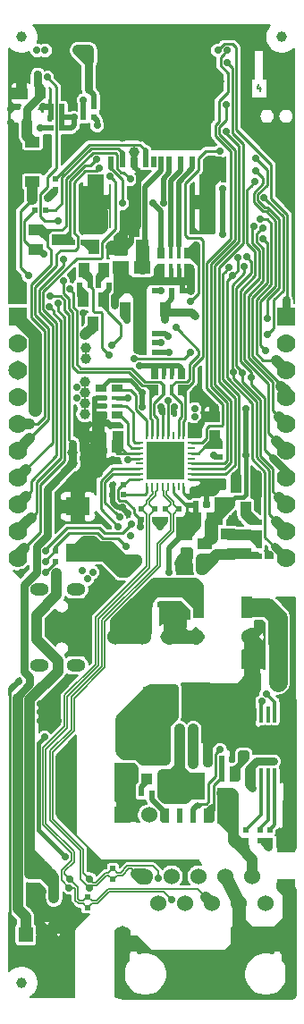
<source format=gbr>
G04 #@! TF.GenerationSoftware,KiCad,Pcbnew,5.1.6-c6e7f7d~87~ubuntu18.04.1*
G04 #@! TF.CreationDate,2021-11-08T15:35:58+02:00*
G04 #@! TF.ProjectId,ESP32-PoE-ISO_Rev_H,45535033-322d-4506-9f45-2d49534f5f52,H*
G04 #@! TF.SameCoordinates,Original*
G04 #@! TF.FileFunction,Copper,L4,Bot*
G04 #@! TF.FilePolarity,Positive*
%FSLAX46Y46*%
G04 Gerber Fmt 4.6, Leading zero omitted, Abs format (unit mm)*
G04 Created by KiCad (PCBNEW 5.1.6-c6e7f7d~87~ubuntu18.04.1) date 2021-11-08 15:35:58*
%MOMM*%
%LPD*%
G01*
G04 APERTURE LIST*
G04 #@! TA.AperFunction,NonConductor*
%ADD10C,0.158750*%
G04 #@! TD*
G04 #@! TA.AperFunction,ViaPad*
%ADD11C,1.300000*%
G04 #@! TD*
G04 #@! TA.AperFunction,ComponentPad*
%ADD12C,2.000000*%
G04 #@! TD*
G04 #@! TA.AperFunction,SMDPad,CuDef*
%ADD13R,1.016000X1.016000*%
G04 #@! TD*
G04 #@! TA.AperFunction,SMDPad,CuDef*
%ADD14R,0.500000X0.550000*%
G04 #@! TD*
G04 #@! TA.AperFunction,SMDPad,CuDef*
%ADD15R,1.016000X2.032000*%
G04 #@! TD*
G04 #@! TA.AperFunction,ComponentPad*
%ADD16C,1.524000*%
G04 #@! TD*
G04 #@! TA.AperFunction,ComponentPad*
%ADD17R,1.524000X1.524000*%
G04 #@! TD*
G04 #@! TA.AperFunction,ComponentPad*
%ADD18R,1.400000X1.400000*%
G04 #@! TD*
G04 #@! TA.AperFunction,ComponentPad*
%ADD19C,1.400000*%
G04 #@! TD*
G04 #@! TA.AperFunction,SMDPad,CuDef*
%ADD20R,2.200000X3.400000*%
G04 #@! TD*
G04 #@! TA.AperFunction,SMDPad,CuDef*
%ADD21R,0.550000X0.500000*%
G04 #@! TD*
G04 #@! TA.AperFunction,SMDPad,CuDef*
%ADD22R,1.270000X1.524000*%
G04 #@! TD*
G04 #@! TA.AperFunction,ConnectorPad*
%ADD23C,1.000000*%
G04 #@! TD*
G04 #@! TA.AperFunction,SMDPad,CuDef*
%ADD24R,1.400000X1.000000*%
G04 #@! TD*
G04 #@! TA.AperFunction,ComponentPad*
%ADD25C,1.778000*%
G04 #@! TD*
G04 #@! TA.AperFunction,ComponentPad*
%ADD26R,1.778000X1.778000*%
G04 #@! TD*
G04 #@! TA.AperFunction,SMDPad,CuDef*
%ADD27R,1.000000X1.400000*%
G04 #@! TD*
G04 #@! TA.AperFunction,SMDPad,CuDef*
%ADD28R,1.524000X1.270000*%
G04 #@! TD*
G04 #@! TA.AperFunction,SMDPad,CuDef*
%ADD29R,1.778000X1.016000*%
G04 #@! TD*
G04 #@! TA.AperFunction,SMDPad,CuDef*
%ADD30R,0.500000X1.000000*%
G04 #@! TD*
G04 #@! TA.AperFunction,SMDPad,CuDef*
%ADD31R,1.500000X1.200000*%
G04 #@! TD*
G04 #@! TA.AperFunction,Conductor*
%ADD32R,1.500000X4.500000*%
G04 #@! TD*
G04 #@! TA.AperFunction,SMDPad,CuDef*
%ADD33R,0.381000X1.016000*%
G04 #@! TD*
G04 #@! TA.AperFunction,SMDPad,CuDef*
%ADD34R,0.635000X1.016000*%
G04 #@! TD*
G04 #@! TA.AperFunction,SMDPad,CuDef*
%ADD35R,3.600000X3.600000*%
G04 #@! TD*
G04 #@! TA.AperFunction,ComponentPad*
%ADD36R,0.400000X0.400000*%
G04 #@! TD*
G04 #@! TA.AperFunction,ComponentPad*
%ADD37R,1.422400X1.422400*%
G04 #@! TD*
G04 #@! TA.AperFunction,SMDPad,CuDef*
%ADD38R,0.250000X0.800000*%
G04 #@! TD*
G04 #@! TA.AperFunction,SMDPad,CuDef*
%ADD39R,0.800000X0.250000*%
G04 #@! TD*
G04 #@! TA.AperFunction,SMDPad,CuDef*
%ADD40R,1.016000X0.381000*%
G04 #@! TD*
G04 #@! TA.AperFunction,SMDPad,CuDef*
%ADD41R,1.016000X0.635000*%
G04 #@! TD*
G04 #@! TA.AperFunction,ComponentPad*
%ADD42O,1.800000X1.200000*%
G04 #@! TD*
G04 #@! TA.AperFunction,SMDPad,CuDef*
%ADD43R,2.286000X1.778000*%
G04 #@! TD*
G04 #@! TA.AperFunction,ComponentPad*
%ADD44O,1.600000X2.999999*%
G04 #@! TD*
G04 #@! TA.AperFunction,SMDPad,CuDef*
%ADD45R,0.350000X1.500000*%
G04 #@! TD*
G04 #@! TA.AperFunction,SMDPad,CuDef*
%ADD46R,3.500000X2.600000*%
G04 #@! TD*
G04 #@! TA.AperFunction,SMDPad,CuDef*
%ADD47R,0.600000X1.400000*%
G04 #@! TD*
G04 #@! TA.AperFunction,ComponentPad*
%ADD48C,1.800000*%
G04 #@! TD*
G04 #@! TA.AperFunction,SMDPad,CuDef*
%ADD49R,1.200000X3.400001*%
G04 #@! TD*
G04 #@! TA.AperFunction,ViaPad*
%ADD50C,1.000000*%
G04 #@! TD*
G04 #@! TA.AperFunction,ViaPad*
%ADD51C,0.700000*%
G04 #@! TD*
G04 #@! TA.AperFunction,ViaPad*
%ADD52C,0.900000*%
G04 #@! TD*
G04 #@! TA.AperFunction,Conductor*
%ADD53C,1.016000*%
G04 #@! TD*
G04 #@! TA.AperFunction,Conductor*
%ADD54C,1.270000*%
G04 #@! TD*
G04 #@! TA.AperFunction,Conductor*
%ADD55C,0.508000*%
G04 #@! TD*
G04 #@! TA.AperFunction,Conductor*
%ADD56C,0.762000*%
G04 #@! TD*
G04 #@! TA.AperFunction,Conductor*
%ADD57C,0.406400*%
G04 #@! TD*
G04 #@! TA.AperFunction,Conductor*
%ADD58C,0.254000*%
G04 #@! TD*
G04 #@! TA.AperFunction,Conductor*
%ADD59C,1.524000*%
G04 #@! TD*
G04 #@! TA.AperFunction,Conductor*
%ADD60C,0.635000*%
G04 #@! TD*
G04 #@! TA.AperFunction,Conductor*
%ADD61C,0.355600*%
G04 #@! TD*
G04 #@! TA.AperFunction,Conductor*
%ADD62C,0.127000*%
G04 #@! TD*
G04 #@! TA.AperFunction,Conductor*
%ADD63C,1.778000*%
G04 #@! TD*
G04 #@! TA.AperFunction,Conductor*
%ADD64C,0.203200*%
G04 #@! TD*
G04 APERTURE END LIST*
D10*
X114420952Y-101463928D02*
X114420952Y-101887261D01*
X114269761Y-101222023D02*
X114118571Y-101675595D01*
X114511666Y-101675595D01*
D11*
X104940000Y-104235000D03*
X101340000Y-104235000D03*
X103140000Y-106035000D03*
X103140000Y-102435000D03*
X104940000Y-102435000D03*
X101340000Y-102435000D03*
X104940000Y-106035000D03*
D12*
X103140000Y-104235000D03*
D11*
X101340000Y-106035000D03*
D13*
X91821000Y-102108000D03*
X93599000Y-102108000D03*
D14*
X97663000Y-103378000D03*
X98679000Y-103378000D03*
D15*
X101092000Y-166497000D03*
X96520000Y-166497000D03*
X113157000Y-150749000D03*
X108585000Y-150749000D03*
D16*
X113411000Y-153543000D03*
D17*
X115951000Y-153543000D03*
D16*
X108331000Y-153543000D03*
X105791000Y-153543000D03*
X100711000Y-153543000D03*
X103251000Y-153543000D03*
D18*
X92209620Y-181759860D03*
D19*
X94221300Y-181757320D03*
D20*
X104423000Y-160020000D03*
X111223000Y-160020000D03*
D16*
X103866000Y-170434000D03*
D17*
X101366000Y-170434000D03*
D21*
X94996000Y-145415000D03*
X94996000Y-146431000D03*
D14*
X94615000Y-104394000D03*
X95631000Y-104394000D03*
X94615000Y-103378000D03*
X95631000Y-103378000D03*
X95631000Y-105410000D03*
X94615000Y-105410000D03*
D13*
X105410000Y-151765000D03*
X103632000Y-151765000D03*
D21*
X114300000Y-142748000D03*
X114300000Y-143764000D03*
D13*
X113030000Y-143891000D03*
X113030000Y-145669000D03*
D22*
X103251000Y-116713000D03*
X101219000Y-116713000D03*
D23*
X91821000Y-186309000D03*
X116459000Y-96774000D03*
X91821000Y-96774000D03*
D14*
X106172000Y-132334000D03*
X105156000Y-132334000D03*
X99568000Y-135890000D03*
X100584000Y-135890000D03*
X101473000Y-139192000D03*
X100457000Y-139192000D03*
X109347000Y-140970000D03*
X108331000Y-140970000D03*
X94107000Y-113157000D03*
X93091000Y-113157000D03*
D21*
X94996000Y-111252000D03*
X94996000Y-110236000D03*
D14*
X104394000Y-126619000D03*
X103378000Y-126619000D03*
X104394000Y-124841000D03*
X103378000Y-124841000D03*
X104394000Y-120777000D03*
X103378000Y-120777000D03*
X104394000Y-125730000D03*
X103378000Y-125730000D03*
X100457000Y-140081000D03*
X101473000Y-140081000D03*
D21*
X110617000Y-136525000D03*
X110617000Y-135509000D03*
X105410000Y-141478000D03*
X105410000Y-142494000D03*
X106680000Y-142494000D03*
X106680000Y-141478000D03*
X103124000Y-142494000D03*
X103124000Y-141478000D03*
X104394000Y-142494000D03*
X104394000Y-141478000D03*
X114300000Y-145923000D03*
X114300000Y-144907000D03*
D14*
X105029000Y-150495000D03*
X104013000Y-150495000D03*
X96647000Y-116205000D03*
X97663000Y-116205000D03*
D24*
X111343440Y-143830040D03*
X111343440Y-145732500D03*
X109133640Y-144777460D03*
D25*
X116840000Y-146080000D03*
X116840000Y-143540000D03*
X116840000Y-138460000D03*
X116840000Y-141000000D03*
X116840000Y-135920000D03*
X116840000Y-133380000D03*
D26*
X116840000Y-123220000D03*
D25*
X116840000Y-125760000D03*
X116840000Y-128300000D03*
X116840000Y-130840000D03*
X91440000Y-130840000D03*
X91440000Y-128300000D03*
X91440000Y-125760000D03*
D26*
X91440000Y-123220000D03*
D25*
X91440000Y-133380000D03*
X91440000Y-135920000D03*
X91440000Y-141000000D03*
X91440000Y-138460000D03*
X91440000Y-143540000D03*
X91440000Y-146080000D03*
D27*
X99628960Y-118836440D03*
X97726500Y-118836440D03*
X98681540Y-116626640D03*
D28*
X101219000Y-118618000D03*
X103251000Y-118618000D03*
D29*
X116840000Y-177038000D03*
X116840000Y-173482000D03*
D30*
X100290000Y-108587000D03*
X101390000Y-108587000D03*
X102490000Y-108587000D03*
X103590000Y-108587000D03*
X104340000Y-108587000D03*
X105040000Y-108587000D03*
X105790000Y-108587000D03*
X106890000Y-108587000D03*
X107990000Y-108587000D03*
D31*
X109440000Y-110337000D03*
X98840000Y-110337000D03*
X109440000Y-114787000D03*
X98840000Y-114787000D03*
D32*
X98840000Y-112387000D03*
X109440000Y-112387000D03*
D13*
X110109000Y-134493000D03*
X110109000Y-132715000D03*
X99187000Y-134620000D03*
X100965000Y-134620000D03*
X107442000Y-143891000D03*
X107442000Y-145669000D03*
X110617000Y-140843000D03*
X110617000Y-139065000D03*
D33*
X106045000Y-128651000D03*
X105283000Y-128651000D03*
X106045000Y-130175000D03*
X105283000Y-130175000D03*
D34*
X106934000Y-128651000D03*
X106934000Y-130175000D03*
X104394000Y-128651000D03*
X104394000Y-130175000D03*
D27*
X97663000Y-121666000D03*
X99565460Y-121666000D03*
X98610420Y-123875800D03*
D28*
X110109000Y-142367000D03*
X108077000Y-142367000D03*
D14*
X98679000Y-104394000D03*
X97663000Y-104394000D03*
D27*
X105405000Y-122555000D03*
X101605000Y-122555000D03*
D14*
X106045000Y-120777000D03*
X107061000Y-120777000D03*
D35*
X105410000Y-136906000D03*
D36*
X106710000Y-137406000D03*
X106710000Y-136406000D03*
X105910000Y-135606000D03*
X104910000Y-135606000D03*
X104110000Y-136406000D03*
X104110000Y-137406000D03*
X104910000Y-138206000D03*
X105910000Y-138206000D03*
D37*
X105410000Y-136906000D03*
D38*
X103660000Y-139356000D03*
X104160000Y-139356000D03*
X104660000Y-139356000D03*
X105160000Y-139356000D03*
X105660000Y-139356000D03*
X106160000Y-139356000D03*
X106660000Y-139356000D03*
X107160000Y-139356000D03*
D39*
X107860000Y-138656000D03*
X107860000Y-138156000D03*
X107860000Y-137656000D03*
X107860000Y-137156000D03*
X107860000Y-136656000D03*
X107860000Y-136156000D03*
X107860000Y-135656000D03*
X107860000Y-135156000D03*
D38*
X107160000Y-134456000D03*
X106660000Y-134456000D03*
X106160000Y-134456000D03*
X105660000Y-134456000D03*
X105160000Y-134456000D03*
X104660000Y-134456000D03*
X104160000Y-134456000D03*
X103660000Y-134456000D03*
D39*
X102960000Y-135156000D03*
X102960000Y-135656000D03*
X102960000Y-136156000D03*
X102960000Y-136656000D03*
X102960000Y-137156000D03*
X102960000Y-137656000D03*
X102960000Y-138156000D03*
X102960000Y-138656000D03*
D14*
X100076000Y-120269000D03*
X99060000Y-120269000D03*
X98298000Y-120269000D03*
X97282000Y-120269000D03*
D24*
X95334000Y-115951000D03*
X93134000Y-115001000D03*
X93134000Y-116901000D03*
D27*
X113027460Y-141437360D03*
X113982500Y-139227560D03*
X112080040Y-139227560D03*
D34*
X105029000Y-118745000D03*
X105029000Y-117221000D03*
X107569000Y-118745000D03*
X107569000Y-117221000D03*
D33*
X105918000Y-118745000D03*
X106680000Y-118745000D03*
X105918000Y-117221000D03*
X106680000Y-117221000D03*
D40*
X99314000Y-130937000D03*
X99314000Y-131699000D03*
X100838000Y-130937000D03*
X100838000Y-131699000D03*
D41*
X99314000Y-130048000D03*
X100838000Y-130048000D03*
X99314000Y-132588000D03*
X100838000Y-132588000D03*
D42*
X93476000Y-149054000D03*
X96946000Y-149054000D03*
X96946000Y-156254000D03*
X93476000Y-156254000D03*
D43*
X97155000Y-145560000D03*
X97155000Y-141206000D03*
D44*
X117000000Y-182393000D03*
X101400000Y-182393000D03*
D16*
X114915000Y-178793000D03*
X113645000Y-176253000D03*
X112375000Y-178793000D03*
X111105000Y-176253000D03*
X109835000Y-178793000D03*
X108565000Y-176253000D03*
X107295000Y-178793000D03*
X106025000Y-176253000D03*
X104755000Y-178793000D03*
X103485000Y-176253000D03*
D24*
X92837000Y-110485000D03*
X92837000Y-106685000D03*
D21*
X100457000Y-175514000D03*
X100457000Y-176530000D03*
X98044000Y-179197000D03*
X98044000Y-178181000D03*
D14*
X111760000Y-167005000D03*
X110744000Y-167005000D03*
D16*
X116185000Y-157861000D03*
D17*
X113685000Y-157861000D03*
D21*
X113030000Y-171831000D03*
X113030000Y-172847000D03*
X115316000Y-172847000D03*
X115316000Y-171831000D03*
X114427000Y-172847000D03*
X114427000Y-171831000D03*
D14*
X103124000Y-168402000D03*
X104140000Y-168402000D03*
X110744000Y-165100000D03*
X111760000Y-165100000D03*
X111760000Y-166116000D03*
X110744000Y-166116000D03*
D45*
X115783000Y-160880000D03*
X115133000Y-160880000D03*
X114483000Y-160880000D03*
X113833000Y-160880000D03*
X113833000Y-166780000D03*
X114483000Y-166780000D03*
X115133000Y-166780000D03*
X115783000Y-166780000D03*
D46*
X107442000Y-167646000D03*
D47*
X105537000Y-170446000D03*
X106807000Y-170446000D03*
X108077000Y-170446000D03*
X109347000Y-170446000D03*
X109347000Y-164846000D03*
X108077000Y-164846000D03*
X106807000Y-164846000D03*
X105537000Y-164846000D03*
D48*
X107442000Y-167646000D03*
D13*
X103632000Y-165227000D03*
X103632000Y-167005000D03*
D49*
X117196000Y-169545000D03*
X110896000Y-169545000D03*
D50*
X93091000Y-132080000D03*
X95123000Y-147574000D03*
D51*
X92583000Y-176022000D03*
X92583000Y-175260000D03*
X92583000Y-170307000D03*
X94869000Y-178308000D03*
X94803014Y-176214986D03*
D50*
X102489000Y-107696002D03*
D51*
X97663000Y-112014000D03*
X91821000Y-147447000D03*
X99949000Y-133350000D03*
X97663000Y-135890000D03*
D52*
X106680000Y-146621500D03*
D50*
X107569000Y-147193000D03*
X110617000Y-109728000D03*
X110617000Y-108585000D03*
D51*
X114935000Y-105283000D03*
X116205000Y-105283000D03*
X114935000Y-103251000D03*
X116205000Y-103251000D03*
D50*
X107950000Y-106045000D03*
X109220000Y-104775000D03*
X107950000Y-103505000D03*
X109220000Y-102235000D03*
X110490000Y-100965000D03*
X107950000Y-100965000D03*
X105410000Y-100965000D03*
X102870000Y-100965000D03*
X109220000Y-99695000D03*
X106680000Y-99695000D03*
X104140000Y-99695000D03*
X101600000Y-99695000D03*
X100330000Y-100965000D03*
D51*
X117348000Y-112395000D03*
X117348000Y-111125000D03*
X117348000Y-109855000D03*
X117348000Y-108585000D03*
X117348000Y-107315000D03*
X117348000Y-106299000D03*
X117348000Y-105283000D03*
X117348000Y-103251000D03*
X117348000Y-102235000D03*
X117348000Y-100965000D03*
X117348000Y-99695000D03*
X117348000Y-98679000D03*
X97663000Y-115062000D03*
X97663000Y-114300000D03*
X97663000Y-113538000D03*
X114427000Y-96012000D03*
D50*
X109220000Y-97155000D03*
X106680000Y-97155000D03*
X104140000Y-97155000D03*
X101600000Y-97155000D03*
X99060000Y-96774000D03*
D51*
X93853000Y-96012000D03*
X113030000Y-96012000D03*
D50*
X110490000Y-96139000D03*
X107950000Y-96139000D03*
X105410000Y-96139000D03*
X102870000Y-96139000D03*
X100330000Y-96139000D03*
X97790000Y-96139000D03*
D51*
X102044500Y-116141500D03*
X100076000Y-116600350D03*
X97663000Y-112776000D03*
X97663000Y-111252000D03*
X115189000Y-98679000D03*
D50*
X109474000Y-108585000D03*
D51*
X95123000Y-96012000D03*
D50*
X96520000Y-96774000D03*
D51*
X108966000Y-139785743D03*
X108077000Y-139785743D03*
X109855000Y-139785743D03*
X90932000Y-121666000D03*
X90805000Y-103632000D03*
X90805000Y-104902000D03*
X114427000Y-96774000D03*
X93853000Y-96774000D03*
X92075000Y-100965000D03*
X92075000Y-100228400D03*
X97663000Y-122936000D03*
X99060000Y-138049000D03*
D50*
X98679000Y-135572500D03*
D51*
X95250000Y-161480500D03*
X101854000Y-141859000D03*
X110109000Y-131826000D03*
X114173000Y-140208000D03*
X114173000Y-138176000D03*
X115316000Y-145796000D03*
D50*
X111760000Y-142494000D03*
D51*
X91567000Y-157797496D03*
X93599000Y-160655000D03*
D50*
X96520000Y-163957000D03*
X95504000Y-170053000D03*
X95504000Y-169037000D03*
X96520000Y-170053000D03*
X96520000Y-169037000D03*
X96520000Y-171196000D03*
D51*
X93599000Y-159893000D03*
X93599000Y-161480500D03*
X94424500Y-161480500D03*
X98171000Y-154051000D03*
X98171000Y-154813000D03*
X97409000Y-154813000D03*
X96647000Y-154813000D03*
X93218000Y-184150000D03*
X91186000Y-184150000D03*
X92202000Y-184150000D03*
X94234000Y-184150000D03*
X93853000Y-177673000D03*
X92964000Y-178562000D03*
X93853000Y-178562000D03*
D50*
X96520000Y-168021000D03*
X95504000Y-168021000D03*
X95504000Y-167005000D03*
X95504000Y-165989000D03*
X95504000Y-164973000D03*
X96520000Y-164973000D03*
X106553000Y-150749000D03*
X106553000Y-151892000D03*
D51*
X105664000Y-150749000D03*
D50*
X107061000Y-153543000D03*
D51*
X93853000Y-103378000D03*
X96393000Y-180594000D03*
X96646988Y-119507000D03*
X96774000Y-179451000D03*
X106299000Y-131826000D03*
X101340570Y-141256510D03*
X94477435Y-121303850D03*
X93599000Y-105410000D03*
D50*
X96647000Y-137160000D03*
X96647000Y-136144000D03*
D51*
X114688913Y-115843128D03*
X110871000Y-115442996D03*
X110871000Y-111125000D03*
X97663000Y-102743000D03*
X98171000Y-101726988D03*
X94107000Y-147447000D03*
D50*
X98171000Y-99060000D03*
D51*
X102743000Y-126365000D03*
X102743000Y-125603000D03*
D50*
X98171000Y-98044000D03*
D51*
X94043500Y-98044000D03*
D50*
X97155000Y-98044000D03*
D51*
X93281500Y-98044000D03*
X100584000Y-122174000D03*
X100584000Y-121412000D03*
X105410000Y-119888000D03*
X107823000Y-120777000D03*
X107823000Y-119888000D03*
X97028000Y-130937000D03*
X97028000Y-129921000D03*
D50*
X97917000Y-126238000D03*
X97917000Y-127254000D03*
X97790000Y-132461000D03*
X97790000Y-131445000D03*
X97790000Y-130429000D03*
X97790000Y-129413000D03*
X108839000Y-147193000D03*
X108839000Y-146177000D03*
D51*
X104902000Y-143129000D03*
X105791000Y-147447000D03*
X93980000Y-163067994D03*
X103091479Y-143129000D03*
X106934000Y-143129000D03*
X95979490Y-174371000D03*
X100141480Y-109960758D03*
X101727000Y-145034000D03*
X94107000Y-146431000D03*
X92329000Y-105664000D03*
X93345000Y-100330000D03*
X96393000Y-120650000D03*
X111155990Y-105692601D03*
X95758000Y-119887986D03*
X99187000Y-109219994D03*
X102235000Y-142875000D03*
X94107000Y-145415000D03*
X111252000Y-99187000D03*
X111155990Y-103152601D03*
X94234000Y-100584000D03*
X105332150Y-123474968D03*
X108204000Y-123190000D03*
X95250000Y-114173000D03*
X111252000Y-98044000D03*
X106410622Y-124236990D03*
X114759018Y-111965009D03*
X94466418Y-122311477D03*
X115062000Y-124968000D03*
X102480368Y-127243213D03*
X107823000Y-126619000D03*
X108331000Y-116459000D03*
X95758000Y-117856000D03*
X93929098Y-117348014D03*
X107823000Y-121793000D03*
X112259169Y-117673446D03*
X111800119Y-119360801D03*
X105029000Y-120777000D03*
X112903011Y-118514828D03*
X111887000Y-128523990D03*
X94234000Y-111965000D03*
X105226229Y-112447424D03*
X113157000Y-117602000D03*
X112747155Y-128552845D03*
X105791000Y-126619000D03*
X113918984Y-110490016D03*
X105029000Y-125730000D03*
X113538000Y-129032000D03*
X110617000Y-107569000D03*
X97536000Y-147279360D03*
X98044000Y-148082000D03*
X98552000Y-147447000D03*
X102108000Y-144018000D03*
X108204000Y-132715000D03*
X108204000Y-131953000D03*
X104267000Y-112522000D03*
X101346000Y-112522000D03*
X98963958Y-105156000D03*
X98933000Y-108331000D03*
D50*
X102108000Y-167005000D03*
X102108000Y-165989000D03*
X117284500Y-171577000D03*
X117284500Y-172593000D03*
D51*
X113030000Y-159512000D03*
X109855000Y-158496000D03*
D50*
X108839000Y-158496000D03*
X108839000Y-160782000D03*
X108839000Y-159639000D03*
D51*
X109855000Y-159258000D03*
X109855000Y-160020000D03*
X109855000Y-160782000D03*
D50*
X107696000Y-159639000D03*
X107696000Y-160782000D03*
X107696000Y-158496000D03*
D51*
X101092000Y-167767000D03*
X101092000Y-168529000D03*
X101092000Y-169291000D03*
D50*
X102108000Y-168021000D03*
X102108000Y-169037000D03*
D51*
X113030000Y-160254190D03*
D50*
X102489000Y-150368000D03*
X101727000Y-151130000D03*
X102743000Y-146304000D03*
X101727000Y-146304000D03*
X101727000Y-147447000D03*
X98552000Y-145669000D03*
X98552000Y-144526000D03*
D51*
X108077000Y-165735000D03*
D50*
X108077000Y-163449000D03*
X108077000Y-162306000D03*
D51*
X115011196Y-158927796D03*
X113030000Y-173482000D03*
D50*
X111887000Y-168529000D03*
X111887000Y-171323000D03*
D51*
X113284000Y-167195500D03*
X113284000Y-166370000D03*
X113792000Y-165608000D03*
X113665000Y-167894000D03*
X114681000Y-165354000D03*
X115697000Y-165354000D03*
X115189000Y-173450250D03*
X114622118Y-114876118D03*
X113792000Y-114681000D03*
X110393990Y-98044000D03*
X101790500Y-123571000D03*
X100330005Y-125984000D03*
X100076000Y-126873000D03*
X113030000Y-131953000D03*
X113030000Y-136398000D03*
X102997000Y-127889000D03*
X103250997Y-130428997D03*
X105029000Y-131826000D03*
X103251000Y-131826000D03*
X109981990Y-136398000D03*
X102108008Y-110236000D03*
X113982500Y-108250103D03*
X95250000Y-121950986D03*
X115062000Y-123444000D03*
X105664000Y-125095000D03*
X114427000Y-114046000D03*
X96774000Y-104394000D03*
X105664000Y-131191000D03*
X101854000Y-130937000D03*
X113967984Y-109425000D03*
X114935000Y-126492000D03*
X101854000Y-136779000D03*
X111441342Y-118615666D03*
X100965006Y-143129000D03*
X98234500Y-177293513D03*
X104775000Y-176402960D03*
X98234500Y-176466500D03*
X106044996Y-178435000D03*
X96329499Y-177294710D03*
X96330699Y-176467699D03*
D50*
X114935000Y-181483000D03*
X101092000Y-185420000D03*
X101092000Y-187325000D03*
X102870000Y-182880000D03*
X114935000Y-182880000D03*
X113538000Y-182880000D03*
X112395000Y-185420000D03*
X111125000Y-184150000D03*
X109855000Y-185420000D03*
X117387990Y-185420000D03*
X117387990Y-187387990D03*
X111125000Y-186690000D03*
X108585000Y-186690000D03*
X108585000Y-184150000D03*
X107315000Y-185420000D03*
X106045000Y-186690000D03*
X106045000Y-184150000D03*
D51*
X101092000Y-142240000D03*
D50*
X97853500Y-124968000D03*
D51*
X92456000Y-119380000D03*
D50*
X102743000Y-161417000D03*
X102743000Y-160020000D03*
X104521000Y-162179000D03*
X104521000Y-163322000D03*
X106045000Y-158877000D03*
X106045000Y-160020000D03*
X106045000Y-161163000D03*
X101473000Y-161417000D03*
D51*
X114565912Y-159674791D03*
X110617000Y-164211000D03*
D50*
X112903000Y-164846000D03*
X105156000Y-166624000D03*
X105156000Y-167640000D03*
X105156000Y-168656000D03*
X106807000Y-163449000D03*
X106807000Y-162306000D03*
D53*
X95250000Y-155829000D02*
X93218000Y-153797000D01*
X95250000Y-156821200D02*
X95250000Y-155829000D01*
X92583000Y-159488200D02*
X95250000Y-156821200D01*
X92583000Y-170307000D02*
X92583000Y-159488200D01*
X93218000Y-151511000D02*
X95123000Y-149606000D01*
X93218000Y-153797000D02*
X93218000Y-151511000D01*
X95123000Y-149606000D02*
X95123000Y-147574000D01*
D54*
X91440000Y-123380500D02*
X91440000Y-123190000D01*
X93091000Y-125031500D02*
X91440000Y-123380500D01*
X93091000Y-132080000D02*
X93091000Y-125031500D01*
D53*
X92583000Y-172339000D02*
X92583000Y-173609000D01*
X92583000Y-171069000D02*
X92583000Y-172339000D01*
X92583000Y-173609000D02*
X92583000Y-176022000D01*
X92583000Y-170307000D02*
X92583000Y-171069000D01*
X94869000Y-177038000D02*
X93853000Y-176022000D01*
X94869000Y-178308000D02*
X94869000Y-177038000D01*
X92583000Y-176022000D02*
X93853000Y-176022000D01*
X93853000Y-176022000D02*
X94610028Y-176022000D01*
X94610028Y-176022000D02*
X94803014Y-176214986D01*
X94869000Y-176280972D02*
X94803014Y-176214986D01*
X94869000Y-178308000D02*
X94869000Y-176280972D01*
X94803014Y-176210014D02*
X94803014Y-176214986D01*
X92583000Y-172339000D02*
X92583000Y-173990000D01*
X92583000Y-173990000D02*
X94803014Y-176210014D01*
X93848028Y-175260000D02*
X94803014Y-176214986D01*
X92583000Y-175260000D02*
X93848028Y-175260000D01*
D55*
X102489000Y-108403108D02*
X102489000Y-107696002D01*
X102489000Y-108586000D02*
X102489000Y-108403108D01*
X102490000Y-108587000D02*
X102489000Y-108586000D01*
D56*
X98044000Y-111252000D02*
X97663000Y-111252000D01*
X98679000Y-111252000D02*
X98044000Y-111252000D01*
X98044000Y-111252000D02*
X98044000Y-113030000D01*
X97663000Y-111252000D02*
X97663000Y-113538000D01*
X98840000Y-111413000D02*
X98679000Y-111252000D01*
X98840000Y-112387000D02*
X98840000Y-111413000D01*
D55*
X102490000Y-108587000D02*
X102490000Y-109094000D01*
X102490000Y-109094000D02*
X102870000Y-109474000D01*
X102870000Y-109474000D02*
X102870000Y-114681000D01*
X102870000Y-114681000D02*
X102235000Y-115316000D01*
X102235000Y-115316000D02*
X102235000Y-115951000D01*
X102235000Y-115951000D02*
X101473000Y-116713000D01*
D57*
X98679000Y-131699000D02*
X98679000Y-131953000D01*
X98679000Y-130937000D02*
X98679000Y-131699000D01*
D58*
X98679000Y-131699000D02*
X99314000Y-131699000D01*
D57*
X98679000Y-132588000D02*
X99314000Y-132588000D01*
X98679000Y-131953000D02*
X98679000Y-132969000D01*
X98679000Y-133350000D02*
X98679000Y-132969000D01*
X99314000Y-130937000D02*
X98679000Y-130937000D01*
X98679000Y-133350000D02*
X99949000Y-133350000D01*
D58*
X107860000Y-138656000D02*
X108684000Y-138656000D01*
D56*
X110617000Y-139065000D02*
X109896257Y-139785743D01*
X109896257Y-139785743D02*
X109855000Y-139785743D01*
D53*
X109601000Y-110744000D02*
X110617000Y-109728000D01*
X110109000Y-109220000D02*
X110109000Y-110236000D01*
X110109000Y-108585000D02*
X110617000Y-108585000D01*
X109474000Y-108585000D02*
X110109000Y-108585000D01*
X110109000Y-108585000D02*
X110109000Y-109220000D01*
X110617000Y-108585000D02*
X110617000Y-109728000D01*
D56*
X98044000Y-113030000D02*
X98425000Y-112649000D01*
X97663000Y-113411000D02*
X98044000Y-113030000D01*
X98044000Y-113030000D02*
X98044000Y-115062000D01*
X97663000Y-115062000D02*
X98044000Y-115062000D01*
X98044000Y-115062000D02*
X99314000Y-115062000D01*
X97663000Y-113538000D02*
X97663000Y-113411000D01*
X99314000Y-115062000D02*
X99568000Y-114808000D01*
X99568000Y-114808000D02*
X99568000Y-113284000D01*
X97663000Y-114300000D02*
X97663000Y-115062000D01*
X97663000Y-113538000D02*
X97663000Y-114300000D01*
X101473000Y-116713000D02*
X101219000Y-116713000D01*
X102044500Y-116141500D02*
X101473000Y-116713000D01*
X101106350Y-116600350D02*
X101219000Y-116713000D01*
X100076000Y-116600350D02*
X101106350Y-116600350D01*
X98840000Y-113318000D02*
X98806000Y-113284000D01*
X98840000Y-114787000D02*
X98840000Y-113318000D01*
D53*
X109440000Y-111794000D02*
X109474000Y-111760000D01*
X109440000Y-112387000D02*
X109440000Y-111794000D01*
X109474000Y-111760000D02*
X109474000Y-108585000D01*
X98840000Y-113377000D02*
X98806000Y-113411000D01*
X98840000Y-112387000D02*
X98840000Y-113377000D01*
D56*
X109440000Y-112387000D02*
X109440000Y-113445000D01*
X109440000Y-114787000D02*
X109440000Y-112488000D01*
D55*
X94615000Y-103378000D02*
X94615000Y-104394000D01*
D56*
X98679000Y-137668000D02*
X99060000Y-138049000D01*
D55*
X99568000Y-135890000D02*
X99568000Y-134366000D01*
X99568000Y-135890000D02*
X99568000Y-137033000D01*
X99568000Y-137160000D02*
X99568000Y-137033000D01*
D56*
X99060000Y-138049000D02*
X99060000Y-135953500D01*
X99060000Y-135953500D02*
X98679000Y-135572500D01*
D57*
X98679000Y-134620000D02*
X98679000Y-133350000D01*
X99187000Y-134620000D02*
X99187000Y-135064500D01*
X99187000Y-135064500D02*
X98679000Y-135572500D01*
D55*
X98679000Y-135572500D02*
X98679000Y-134620000D01*
X98679000Y-134620000D02*
X99187000Y-134620000D01*
X99187000Y-135890000D02*
X98996500Y-135890000D01*
X99568000Y-135890000D02*
X99187000Y-135890000D01*
D57*
X99187000Y-134620000D02*
X99187000Y-135890000D01*
D55*
X98996500Y-135890000D02*
X98679000Y-135572500D01*
X99441000Y-134874000D02*
X99441000Y-135890000D01*
X99187000Y-134620000D02*
X99441000Y-134874000D01*
X105029000Y-150495000D02*
X105410000Y-150495000D01*
X105410000Y-150495000D02*
X105664000Y-150749000D01*
D56*
X114173000Y-138176000D02*
X114173000Y-140208000D01*
D58*
X90678000Y-158686496D02*
X91217001Y-158147495D01*
X91217001Y-158147495D02*
X91567000Y-157797496D01*
X90678000Y-183642000D02*
X90678000Y-158686496D01*
X91186000Y-184150000D02*
X90678000Y-183642000D01*
D53*
X96520000Y-163957000D02*
X95504000Y-164973000D01*
X96520000Y-163957000D02*
X96520000Y-164973000D01*
X96520000Y-168021000D02*
X96520000Y-171196000D01*
X95504000Y-168021000D02*
X95504000Y-170243500D01*
X95504000Y-170243500D02*
X96393000Y-171132500D01*
D56*
X92202000Y-184150000D02*
X91186000Y-184150000D01*
X94234000Y-184150000D02*
X92202000Y-184150000D01*
D59*
X94221300Y-181757320D02*
X94221300Y-184137300D01*
D56*
X94221300Y-184137300D02*
X94234000Y-184150000D01*
D53*
X95504000Y-168021000D02*
X96392990Y-168021000D01*
X95504000Y-164973000D02*
X96392990Y-164973000D01*
X95504000Y-164973000D02*
X95504000Y-168021000D01*
D56*
X96520000Y-164973000D02*
X95504000Y-164973000D01*
X96520000Y-168021000D02*
X95504000Y-168021000D01*
D53*
X96520000Y-166497000D02*
X96520000Y-168021000D01*
X96520000Y-166497000D02*
X96520000Y-164973000D01*
X107496894Y-153543000D02*
X108204000Y-153543000D01*
X106553000Y-151892000D02*
X106553000Y-152599106D01*
X106553000Y-152599106D02*
X107496894Y-153543000D01*
X106553000Y-151892000D02*
X105410000Y-150749000D01*
X106553000Y-151892000D02*
X106553000Y-153035000D01*
X106553000Y-153035000D02*
X107061000Y-153543000D01*
X106553000Y-150749000D02*
X106553000Y-151892000D01*
X105410000Y-150749000D02*
X106553000Y-150749000D01*
X105410000Y-151765000D02*
X105410000Y-150749000D01*
D54*
X107061000Y-153543000D02*
X108269354Y-153543000D01*
D53*
X105791000Y-152146000D02*
X105410000Y-151765000D01*
X105791000Y-153543000D02*
X105791000Y-152146000D01*
D55*
X94615000Y-103378000D02*
X93853000Y-103378000D01*
D56*
X98679000Y-138049000D02*
X99060000Y-138049000D01*
D53*
X97155000Y-141206000D02*
X97155000Y-139573000D01*
X97155000Y-139573000D02*
X98679000Y-138049000D01*
D55*
X92075000Y-101854000D02*
X92075000Y-100965000D01*
X91821000Y-102108000D02*
X92075000Y-101854000D01*
X106299000Y-131826000D02*
X106172000Y-131953000D01*
X106172000Y-131953000D02*
X106172000Y-132334000D01*
D56*
X110109000Y-131826000D02*
X110109000Y-132715000D01*
D58*
X108458000Y-133350000D02*
X108458000Y-134239000D01*
X110109000Y-132715000D02*
X109093000Y-132715000D01*
X109093000Y-132715000D02*
X108458000Y-133350000D01*
X108684000Y-138656000D02*
X110208000Y-138656000D01*
X110208000Y-138656000D02*
X110617000Y-139065000D01*
D55*
X107569000Y-147193000D02*
X107569000Y-145796000D01*
X106680000Y-146177000D02*
X106680000Y-146621500D01*
X107442000Y-145669000D02*
X107188000Y-145669000D01*
X107188000Y-145669000D02*
X106680000Y-146177000D01*
X106934000Y-147193000D02*
X107569000Y-147193000D01*
X106680000Y-146621500D02*
X106680000Y-146939000D01*
X106680000Y-146939000D02*
X106934000Y-147193000D01*
X109347000Y-139827000D02*
X109388257Y-139785743D01*
D56*
X109855000Y-139785743D02*
X109388257Y-139785743D01*
X108966000Y-139785743D02*
X109855000Y-139785743D01*
X108077000Y-139785743D02*
X108966000Y-139785743D01*
D58*
X107160000Y-139356000D02*
X107160000Y-139926000D01*
X107781743Y-140081000D02*
X108077000Y-139785743D01*
X107315000Y-140081000D02*
X107781743Y-140081000D01*
X107160000Y-139926000D02*
X107315000Y-140081000D01*
X107505500Y-140271500D02*
X107823000Y-140271500D01*
X107315000Y-140081000D02*
X107505500Y-140271500D01*
X108077000Y-139649200D02*
X108077000Y-139785743D01*
X107873800Y-139446000D02*
X108077000Y-139649200D01*
X107781743Y-140081000D02*
X107781743Y-139538057D01*
X107781743Y-139538057D02*
X107873800Y-139446000D01*
D55*
X109347000Y-140970000D02*
X109347000Y-139827000D01*
D58*
X108077000Y-140081000D02*
X108077000Y-139785743D01*
X107759500Y-140398500D02*
X108077000Y-140081000D01*
X107505500Y-140271500D02*
X107632500Y-140398500D01*
X107632500Y-140398500D02*
X107759500Y-140398500D01*
D55*
X99568000Y-137541000D02*
X99060000Y-138049000D01*
X99568000Y-137033000D02*
X99568000Y-137541000D01*
X100457000Y-139192000D02*
X100457000Y-140081000D01*
X100457000Y-140864000D02*
X100849510Y-141256510D01*
X100457000Y-140081000D02*
X100457000Y-140864000D01*
X100849510Y-141256510D02*
X101340570Y-141256510D01*
X101340570Y-141345570D02*
X101340570Y-141256510D01*
X101854000Y-141859000D02*
X101340570Y-141345570D01*
D53*
X98679000Y-138049000D02*
X98425000Y-138303000D01*
X98679000Y-135572500D02*
X98679000Y-138049000D01*
D54*
X107061000Y-153543000D02*
X105791000Y-153543000D01*
D55*
X93599000Y-105410000D02*
X94615000Y-105410000D01*
D56*
X96647000Y-137160000D02*
X96647000Y-136144000D01*
D53*
X92209620Y-180043860D02*
X91440000Y-179274240D01*
X92209620Y-181759860D02*
X92209620Y-180043860D01*
X91440000Y-179274240D02*
X91440000Y-161417000D01*
X91440000Y-161417000D02*
X91440000Y-159385000D01*
D56*
X94234000Y-139573000D02*
X96647000Y-137160000D01*
X93218000Y-145034000D02*
X94234000Y-144018000D01*
X93218000Y-147445038D02*
X93218000Y-145034000D01*
X91440000Y-159194344D02*
X92583000Y-158051344D01*
X91440000Y-159385000D02*
X91440000Y-159194344D01*
X92067990Y-156837990D02*
X92067990Y-148595048D01*
X92067990Y-148595048D02*
X93218000Y-147445038D01*
X92583000Y-158051344D02*
X92583000Y-157353000D01*
X94234000Y-144018000D02*
X94234000Y-139573000D01*
X92583000Y-157353000D02*
X92067990Y-156837990D01*
D58*
X95491860Y-121303850D02*
X94972409Y-121303850D01*
X94972409Y-121303850D02*
X94477435Y-121303850D01*
X96647000Y-135255000D02*
X96266000Y-134874000D01*
X96266000Y-134874000D02*
X96266000Y-123063000D01*
X96266000Y-123063000D02*
X95885000Y-122682000D01*
D56*
X96647000Y-136144000D02*
X96647000Y-135255000D01*
D58*
X95885000Y-122682000D02*
X95885000Y-121696990D01*
X95885000Y-121696990D02*
X95491860Y-121303850D01*
X113664978Y-121442848D02*
X115061967Y-120045859D01*
X115061967Y-120045859D02*
X115061967Y-116216182D01*
X115061967Y-116216182D02*
X115038912Y-116193127D01*
X115038912Y-116193127D02*
X114688913Y-115843128D01*
X116840000Y-130175000D02*
X113664978Y-126999978D01*
X116840000Y-130302000D02*
X116840000Y-130175000D01*
X113664978Y-126999978D02*
X113664978Y-121442848D01*
D55*
X110871000Y-111125000D02*
X110871000Y-115442996D01*
X97663000Y-102743000D02*
X97663000Y-103378000D01*
D53*
X116840000Y-130302000D02*
X116362001Y-129824001D01*
X116840000Y-130840000D02*
X116840000Y-130302000D01*
D55*
X97663000Y-103378000D02*
X97663000Y-104394000D01*
D56*
X98171000Y-99060000D02*
X98171000Y-101726988D01*
D55*
X98679000Y-103378000D02*
X98679000Y-102234988D01*
X98679000Y-102234988D02*
X98171000Y-101726988D01*
X114300000Y-145923000D02*
X112776000Y-145923000D01*
D53*
X98171000Y-98044000D02*
X98171000Y-99060000D01*
X97155000Y-98044000D02*
X98171000Y-98044000D01*
X98171000Y-99060000D02*
X97155000Y-98044000D01*
D58*
X94996000Y-146431000D02*
X94996000Y-146558000D01*
X94996000Y-146558000D02*
X94107000Y-147447000D01*
D57*
X114046000Y-145669000D02*
X114300000Y-145923000D01*
X113030000Y-145669000D02*
X114046000Y-145669000D01*
D53*
X111406940Y-145669000D02*
X113030000Y-145669000D01*
X111343440Y-145732500D02*
X111406940Y-145669000D01*
X111343440Y-145732500D02*
X110299500Y-145732500D01*
X110299500Y-145732500D02*
X109855000Y-146177000D01*
D56*
X102743000Y-124841000D02*
X102743000Y-121285000D01*
X102743000Y-125603000D02*
X102743000Y-124841000D01*
D55*
X103378000Y-124841000D02*
X102743000Y-124841000D01*
X103378000Y-126619000D02*
X102997000Y-126619000D01*
X102997000Y-126619000D02*
X102743000Y-126365000D01*
X103378000Y-126619000D02*
X103378000Y-125603000D01*
D56*
X102108000Y-120650000D02*
X101346000Y-120650000D01*
X102616000Y-120650000D02*
X102108000Y-120650000D01*
X102743000Y-121285000D02*
X102743000Y-120777000D01*
X102108000Y-120650000D02*
X102743000Y-121285000D01*
X102743000Y-125603000D02*
X102743000Y-126365000D01*
X102743000Y-120777000D02*
X102616000Y-120650000D01*
D55*
X103378000Y-121412000D02*
X103378000Y-125603000D01*
X103378000Y-125603000D02*
X103378000Y-125730000D01*
X103378000Y-125730000D02*
X102743000Y-126365000D01*
X103378000Y-125603000D02*
X102743000Y-125603000D01*
X103378000Y-121412000D02*
X103378000Y-120777000D01*
D56*
X101346000Y-120650000D02*
X100838000Y-120650000D01*
X100584000Y-121412000D02*
X101346000Y-120650000D01*
X100584000Y-122174000D02*
X100584000Y-121412000D01*
X100838000Y-120650000D02*
X100838000Y-121158000D01*
X100838000Y-121158000D02*
X100584000Y-121412000D01*
X101600000Y-120269000D02*
X101219000Y-120269000D01*
X102616000Y-120269000D02*
X101600000Y-120269000D01*
D55*
X101219000Y-118618000D02*
X101219000Y-119761000D01*
X101219000Y-119761000D02*
X101600000Y-120142000D01*
X101600000Y-120142000D02*
X101600000Y-120269000D01*
D56*
X101219000Y-120269000D02*
X100838000Y-120650000D01*
X100838000Y-120650000D02*
X100838000Y-118618000D01*
X104838500Y-119253000D02*
X104203500Y-119888000D01*
X104203500Y-119888000D02*
X104013000Y-119888000D01*
X104711500Y-119761000D02*
X104711500Y-118745000D01*
X104584500Y-119888000D02*
X104711500Y-119761000D01*
X104711500Y-118745000D02*
X104838500Y-118618000D01*
X104584500Y-119888000D02*
X105029000Y-119888000D01*
X104013000Y-119888000D02*
X104584500Y-119888000D01*
X105791000Y-119888000D02*
X105410000Y-119888000D01*
X105410000Y-119888000D02*
X105029000Y-119888000D01*
X107823000Y-118745000D02*
X107696000Y-118618000D01*
X107823000Y-119888000D02*
X107823000Y-118745000D01*
X107823000Y-120777000D02*
X107823000Y-119888000D01*
D55*
X107061000Y-120777000D02*
X107823000Y-120777000D01*
D56*
X107061000Y-119888000D02*
X107823000Y-119888000D01*
X106680000Y-119888000D02*
X107061000Y-119888000D01*
D55*
X107061000Y-120777000D02*
X107061000Y-119888000D01*
D56*
X103124000Y-120636974D02*
X103124000Y-120523000D01*
X102616000Y-120650000D02*
X103110974Y-120650000D01*
X103110974Y-120650000D02*
X103124000Y-120636974D01*
D55*
X103378000Y-120777000D02*
X103124000Y-120777000D01*
D56*
X103378000Y-119888000D02*
X104013000Y-119888000D01*
D55*
X103378000Y-120523000D02*
X104013000Y-119888000D01*
X103378000Y-120777000D02*
X103378000Y-120523000D01*
X103378000Y-120777000D02*
X103378000Y-119888000D01*
D56*
X105791000Y-119888000D02*
X106680000Y-119888000D01*
D57*
X105918000Y-118745000D02*
X105918000Y-119888000D01*
X106680000Y-118745000D02*
X106680000Y-119888000D01*
D60*
X107569000Y-118745000D02*
X107569000Y-119634000D01*
D55*
X107569000Y-119634000D02*
X107823000Y-119888000D01*
D60*
X105029000Y-118745000D02*
X105029000Y-119888000D01*
D56*
X102616000Y-119888000D02*
X103378000Y-119888000D01*
X102616000Y-120650000D02*
X103378000Y-119888000D01*
X102616000Y-120269000D02*
X102616000Y-120650000D01*
X102616000Y-119888000D02*
X102616000Y-120269000D01*
X101219000Y-118999000D02*
X102108000Y-119888000D01*
X101219000Y-118618000D02*
X101219000Y-118999000D01*
X102108000Y-119888000D02*
X102616000Y-119888000D01*
D53*
X108839000Y-146177000D02*
X109855000Y-146177000D01*
X108966000Y-147193000D02*
X109982000Y-146177000D01*
D56*
X109601000Y-146558000D02*
X109601000Y-146177000D01*
D53*
X108839000Y-147193000D02*
X108839000Y-146177000D01*
D55*
X103124000Y-125222000D02*
X102743000Y-125603000D01*
X103124000Y-121158000D02*
X103124000Y-125222000D01*
X102616000Y-120650000D02*
X103124000Y-121158000D01*
X103124000Y-121158000D02*
X103378000Y-121412000D01*
X105410000Y-142494000D02*
X105410000Y-142621000D01*
X105410000Y-142621000D02*
X104902000Y-143129000D01*
X104394000Y-142494000D02*
X104394000Y-142621000D01*
X104394000Y-142621000D02*
X104902000Y-143129000D01*
X104902000Y-142494000D02*
X105410000Y-142494000D01*
X104394000Y-142494000D02*
X104902000Y-142494000D01*
X104902000Y-142494000D02*
X104902000Y-143129000D01*
X106712509Y-143827500D02*
X106712509Y-143794991D01*
X106680000Y-142494000D02*
X106680000Y-142748000D01*
X106680000Y-142748000D02*
X107823000Y-142748000D01*
X107188000Y-142494000D02*
X107696000Y-141986000D01*
X108077000Y-142367000D02*
X107950000Y-142494000D01*
X107950000Y-142494000D02*
X107188000Y-142494000D01*
X107188000Y-142494000D02*
X106680000Y-142494000D01*
D53*
X108331000Y-142367000D02*
X108077000Y-142367000D01*
D55*
X103124000Y-142494000D02*
X103091479Y-142526521D01*
X103091479Y-142526521D02*
X103091479Y-142634026D01*
X103091479Y-142634026D02*
X103091479Y-143129000D01*
D57*
X93439500Y-163608494D02*
X93439500Y-171831010D01*
X93980000Y-163067994D02*
X93439500Y-163608494D01*
X93439500Y-171831010D02*
X95979490Y-174371000D01*
D55*
X105791000Y-145192750D02*
X105791000Y-147447000D01*
X106712509Y-144271241D02*
X105791000Y-145192750D01*
X107092750Y-143891000D02*
X106712509Y-144271241D01*
X107442000Y-143891000D02*
X107092750Y-143891000D01*
X106712509Y-143096491D02*
X106712509Y-143129000D01*
X107442000Y-142367000D02*
X106712509Y-143096491D01*
X106712509Y-143129000D02*
X107442000Y-143129000D01*
X107442000Y-143891000D02*
X107442000Y-143129000D01*
X107442000Y-143129000D02*
X107442000Y-142367000D01*
X106712509Y-143129000D02*
X107347509Y-143764000D01*
X107347509Y-143764000D02*
X107442000Y-143764000D01*
X108331000Y-140970000D02*
X108331000Y-142367000D01*
D58*
X107442000Y-141224000D02*
X107442000Y-142367000D01*
X106160000Y-139356000D02*
X106160000Y-139942000D01*
X108331000Y-140970000D02*
X107188000Y-140970000D01*
X106160000Y-139942000D02*
X107188000Y-140970000D01*
X107442000Y-141224000D02*
X108331000Y-141224000D01*
X107315000Y-141097000D02*
X108331000Y-141097000D01*
X107188000Y-140970000D02*
X107315000Y-141097000D01*
X107315000Y-141097000D02*
X107442000Y-141224000D01*
D53*
X107442000Y-143891000D02*
X108331000Y-143002000D01*
X108331000Y-143002000D02*
X108331000Y-142494000D01*
D55*
X106680000Y-142748000D02*
X106680000Y-143096491D01*
X106680000Y-143096491D02*
X106712509Y-143129000D01*
X106680000Y-143860009D02*
X106712509Y-143827500D01*
X106712509Y-143129000D02*
X106680000Y-143161509D01*
X106680000Y-143161509D02*
X106680000Y-143860009D01*
X106680759Y-144271241D02*
X106712509Y-144271241D01*
X106680000Y-143827500D02*
X106680000Y-144272000D01*
X106680000Y-144272000D02*
X106680759Y-144271241D01*
D58*
X103099000Y-142494000D02*
X103124000Y-142494000D01*
X102489000Y-141478000D02*
X102489000Y-141884000D01*
X101473000Y-139192000D02*
X101346000Y-139192000D01*
X102489000Y-141884000D02*
X103099000Y-142494000D01*
X101346000Y-139192000D02*
X100965000Y-139573000D01*
X100965000Y-140525500D02*
X101092000Y-140652500D01*
X100965000Y-139573000D02*
X100965000Y-140525500D01*
X101092000Y-140652500D02*
X101663500Y-140652500D01*
X101663500Y-140652500D02*
X102489000Y-141478000D01*
X102009000Y-138656000D02*
X102960000Y-138656000D01*
X101473000Y-139192000D02*
X102009000Y-138656000D01*
X94869000Y-145161000D02*
X94869000Y-145542000D01*
X95123000Y-144907000D02*
X94869000Y-145161000D01*
X96316800Y-143713200D02*
X98978370Y-143713200D01*
X95123000Y-144907000D02*
X96316800Y-143713200D01*
X95123000Y-145288000D02*
X95123000Y-144907000D01*
X94996000Y-145415000D02*
X95123000Y-145288000D01*
X98978370Y-143713200D02*
X99537170Y-144272000D01*
X99537170Y-144272000D02*
X100965000Y-144272000D01*
X100965000Y-144272000D02*
X101727000Y-145034000D01*
X94107000Y-146304000D02*
X94996000Y-145415000D01*
X94107000Y-146431000D02*
X94107000Y-146304000D01*
D53*
X91440000Y-141000000D02*
X92202000Y-140238000D01*
D58*
X100491479Y-110310757D02*
X100141480Y-109960758D01*
X100711000Y-110530278D02*
X100491479Y-110310757D01*
X100711000Y-114935000D02*
X100711000Y-110530278D01*
X99441000Y-116205000D02*
X100711000Y-114935000D01*
X99441000Y-117602000D02*
X99441000Y-116205000D01*
X97028000Y-117729000D02*
X99314000Y-117729000D01*
X92710000Y-139730000D02*
X92710000Y-138811000D01*
X92710000Y-138811000D02*
X95123000Y-136398000D01*
X93853000Y-120904000D02*
X97028000Y-117729000D01*
X95123000Y-136398000D02*
X95123000Y-123825000D01*
X92202000Y-140238000D02*
X92710000Y-139730000D01*
X93853000Y-122555000D02*
X93853000Y-120904000D01*
X99314000Y-117729000D02*
X99441000Y-117602000D01*
X95123000Y-123825000D02*
X93853000Y-122555000D01*
D53*
X92837000Y-106685000D02*
X92837000Y-106680000D01*
X92329000Y-106172000D02*
X92329000Y-105664000D01*
X92837000Y-106680000D02*
X92329000Y-106172000D01*
D56*
X93345000Y-101346000D02*
X93345000Y-100330000D01*
X93599000Y-102108000D02*
X93599000Y-101600000D01*
X93599000Y-101600000D02*
X93345000Y-101346000D01*
X93599000Y-102362000D02*
X93599000Y-102108000D01*
X92329000Y-103632000D02*
X93599000Y-102362000D01*
D53*
X92329000Y-105664000D02*
X92329000Y-104902000D01*
D56*
X92329000Y-104902000D02*
X92329000Y-103632000D01*
D58*
X96742999Y-120999999D02*
X96393000Y-120650000D01*
X96742999Y-122396999D02*
X96742999Y-120999999D01*
X97028010Y-122682010D02*
X96742999Y-122396999D01*
X97028010Y-127762010D02*
X97028010Y-122682010D01*
X105283000Y-129794000D02*
X104902000Y-129413000D01*
X102235000Y-128143000D02*
X97409000Y-128143000D01*
X105283000Y-130175000D02*
X105283000Y-129794000D01*
X104902000Y-129413000D02*
X103505000Y-129413000D01*
X103505000Y-129413000D02*
X102235000Y-128143000D01*
X97409000Y-128143000D02*
X97028010Y-127762010D01*
X104660000Y-132854000D02*
X104660000Y-134456000D01*
X104363013Y-131412487D02*
X104363013Y-132557013D01*
X104363013Y-132557013D02*
X104660000Y-132854000D01*
X105283000Y-130175000D02*
X105283000Y-130492500D01*
X105283000Y-130492500D02*
X104363013Y-131412487D01*
X111632989Y-137063841D02*
X111632989Y-133741873D01*
X111040830Y-137656000D02*
X111632989Y-137063841D01*
X111632989Y-133741873D02*
X111633023Y-133741839D01*
X107860000Y-137656000D02*
X111040830Y-137656000D01*
X112394967Y-116144617D02*
X112394967Y-107091797D01*
X110109044Y-129667044D02*
X110109044Y-118430540D01*
X111633023Y-131191023D02*
X110109044Y-129667044D01*
X112394967Y-107091797D02*
X111155990Y-105852820D01*
X110109044Y-118430540D02*
X112394967Y-116144617D01*
X111155990Y-105852820D02*
X111155990Y-105692601D01*
X111633023Y-133741839D02*
X111633023Y-131191023D01*
X104394000Y-130175000D02*
X104394000Y-130429000D01*
X104394000Y-130429000D02*
X103998214Y-130824786D01*
X104394000Y-130175000D02*
X104394000Y-129794000D01*
X103998214Y-129906214D02*
X103886000Y-129794000D01*
X104394000Y-129794000D02*
X103886000Y-129794000D01*
X103886000Y-129794000D02*
X103632000Y-129794000D01*
X103998214Y-130160214D02*
X103632000Y-129794000D01*
X103998214Y-130824786D02*
X103998214Y-130160214D01*
X103998214Y-130160214D02*
X103998214Y-129906214D01*
X96266000Y-121525980D02*
X95758000Y-121017980D01*
X101992592Y-128524000D02*
X97155000Y-128524000D01*
X96646999Y-122839829D02*
X96266000Y-122458830D01*
X103262592Y-129794000D02*
X101992592Y-128524000D01*
X97155000Y-128524000D02*
X96647000Y-128016000D01*
X103632000Y-129794000D02*
X103262592Y-129794000D01*
X96647000Y-128016000D02*
X96646999Y-122839829D01*
X95758000Y-121017980D02*
X95758000Y-119887986D01*
X96266000Y-122458830D02*
X96266000Y-121525980D01*
X104160000Y-133014500D02*
X104160000Y-134456000D01*
X103982002Y-132836502D02*
X104160000Y-133014500D01*
X103998214Y-130824786D02*
X103982002Y-130840998D01*
X103982002Y-130840998D02*
X103982002Y-132836502D01*
X99187000Y-143256000D02*
X96139000Y-143256000D01*
X99695000Y-143764000D02*
X99187000Y-143256000D01*
X101346000Y-143764000D02*
X99695000Y-143764000D01*
X102235000Y-142875000D02*
X101346000Y-143764000D01*
X96139000Y-143256000D02*
X94107000Y-145288000D01*
X94107000Y-145288000D02*
X94107000Y-145415000D01*
D53*
X91440000Y-135920000D02*
X92583000Y-134777000D01*
D58*
X94361000Y-132999000D02*
X92583000Y-134777000D01*
X94361000Y-124333000D02*
X94361000Y-132999000D01*
X93091000Y-120459500D02*
X93091000Y-123063000D01*
X93091000Y-123063000D02*
X94361000Y-124333000D01*
X95123000Y-118427500D02*
X93091000Y-120459500D01*
X95123000Y-117348000D02*
X95123000Y-118427500D01*
X95504000Y-116967000D02*
X95123000Y-117348000D01*
X96867202Y-116967000D02*
X95504000Y-116967000D01*
X97155000Y-116679202D02*
X96867202Y-116967000D01*
X98932983Y-109474011D02*
X97851649Y-109474011D01*
X99187000Y-109219994D02*
X98932983Y-109474011D01*
X97155000Y-115697000D02*
X97155000Y-116679202D01*
X97851649Y-109474011D02*
X96774000Y-110551660D01*
X96774000Y-110551660D02*
X96774000Y-115316000D01*
X96774000Y-115316000D02*
X97155000Y-115697000D01*
D55*
X97917000Y-121158000D02*
X97917000Y-121539000D01*
X97282000Y-120523000D02*
X97917000Y-121158000D01*
X97282000Y-120269000D02*
X97282000Y-120523000D01*
X97282000Y-121285000D02*
X97663000Y-121666000D01*
X97282000Y-120269000D02*
X97282000Y-121285000D01*
D58*
X111252000Y-99187000D02*
X111760000Y-99695000D01*
X111760000Y-99695000D02*
X111760000Y-105918000D01*
X111760000Y-105918000D02*
X112776000Y-106934000D01*
X112776000Y-106934000D02*
X112776000Y-111248254D01*
X112014034Y-130937034D02*
X110490055Y-129413055D01*
X110490055Y-129413055D02*
X110490055Y-118588359D01*
X112014034Y-133899658D02*
X112014034Y-130937034D01*
X112014000Y-137287000D02*
X112014000Y-133899692D01*
X112776033Y-114619307D02*
X112776033Y-111248287D01*
X107860000Y-138156000D02*
X111145000Y-138156000D01*
X112775978Y-116302436D02*
X112775978Y-114619362D01*
X111145000Y-138156000D02*
X112014000Y-137287000D01*
X110490055Y-118588359D02*
X112775978Y-116302436D01*
X112775978Y-114619362D02*
X112776033Y-114619307D01*
X112014000Y-133899692D02*
X112014034Y-133899658D01*
X109728033Y-118272721D02*
X112013956Y-115986798D01*
X111002000Y-137156000D02*
X111251978Y-136906022D01*
X111251978Y-136906022D02*
X111251978Y-133584054D01*
X110551989Y-105248797D02*
X111155990Y-104644796D01*
X111252012Y-131348842D02*
X109728033Y-129824863D01*
X112013956Y-107444489D02*
X110551989Y-105982522D01*
X111252012Y-133584020D02*
X111252012Y-131348842D01*
X110551989Y-105982522D02*
X110551989Y-105248797D01*
X112013956Y-115986798D02*
X112013956Y-107444489D01*
X111155990Y-104644796D02*
X111155990Y-103647575D01*
X111155990Y-103647575D02*
X111155990Y-103152601D01*
X109728033Y-129824863D02*
X109728033Y-118272721D01*
X107860000Y-137156000D02*
X111002000Y-137156000D01*
X111251978Y-133584054D02*
X111252012Y-133584020D01*
X103002001Y-106939001D02*
X103590000Y-107527000D01*
X94996000Y-110236000D02*
X94996000Y-110159126D01*
X98216125Y-106939001D02*
X103002001Y-106939001D01*
X94996000Y-110159126D02*
X98216125Y-106939001D01*
D55*
X103590000Y-108587000D02*
X103590000Y-107527000D01*
D56*
X105332150Y-122979994D02*
X105332150Y-123474968D01*
X105332150Y-122627850D02*
X105332150Y-122979994D01*
X105405000Y-122555000D02*
X105332150Y-122627850D01*
D55*
X106045000Y-121560000D02*
X106045000Y-120777000D01*
X105405000Y-122179000D02*
X105426000Y-122179000D01*
X105426000Y-122179000D02*
X106045000Y-121560000D01*
X105405000Y-122555000D02*
X105405000Y-122179000D01*
D58*
X93980000Y-114173000D02*
X95250000Y-114173000D01*
X93599000Y-113792000D02*
X93980000Y-114173000D01*
X94234000Y-100584000D02*
X95123000Y-101473000D01*
X95123000Y-101473000D02*
X95123000Y-109220000D01*
X95123000Y-109220000D02*
X94297500Y-110045500D01*
X94297500Y-110045500D02*
X94297500Y-110934500D01*
X94297500Y-110934500D02*
X93599000Y-111633000D01*
X93599000Y-111633000D02*
X93599000Y-113792000D01*
D56*
X105695001Y-122840001D02*
X105410000Y-122555000D01*
X108204000Y-123190000D02*
X107854001Y-122840001D01*
X107854001Y-122840001D02*
X105695001Y-122840001D01*
D58*
X110647999Y-99476921D02*
X110647999Y-98648001D01*
X110490000Y-102870000D02*
X111379000Y-101981000D01*
X110490000Y-104771956D02*
X110490000Y-102870000D01*
X110170978Y-105090978D02*
X110490000Y-104771956D01*
X110170978Y-106140341D02*
X110170978Y-105090978D01*
X111632945Y-107602308D02*
X110170978Y-106140341D01*
X111632945Y-115828979D02*
X111632945Y-107602308D01*
X109347022Y-118114902D02*
X111632945Y-115828979D01*
X109347022Y-129982682D02*
X109347022Y-118114902D01*
X110871001Y-133426201D02*
X110871001Y-132003799D01*
X110870967Y-133426235D02*
X110871001Y-133426201D01*
X110744000Y-133604000D02*
X110870967Y-133477033D01*
X110870967Y-133477033D02*
X110870967Y-133426235D01*
X107860000Y-135156000D02*
X108303000Y-135156000D01*
X111379000Y-100207922D02*
X110647999Y-99476921D01*
X110871001Y-132003799D02*
X110870967Y-132003765D01*
X110870967Y-132003765D02*
X110870967Y-131506627D01*
X110870967Y-131506627D02*
X109347022Y-129982682D01*
X110902001Y-98393999D02*
X111252000Y-98044000D01*
X110647999Y-98648001D02*
X110902001Y-98393999D01*
X111379000Y-101981000D02*
X111379000Y-100207922D01*
X108303000Y-135156000D02*
X108938000Y-135156000D01*
X108938000Y-135156000D02*
X109347000Y-134747000D01*
X109347000Y-133858000D02*
X109601000Y-133604000D01*
X109347000Y-134747000D02*
X109347000Y-133858000D01*
X109601000Y-133604000D02*
X110744000Y-133604000D01*
X106760621Y-124586989D02*
X106410622Y-124236990D01*
X108585000Y-126411368D02*
X106760621Y-124586989D01*
X108585000Y-126873000D02*
X108585000Y-126411368D01*
X107695989Y-127762011D02*
X108585000Y-126873000D01*
X107442000Y-129413000D02*
X107695989Y-129159011D01*
X107695989Y-129159011D02*
X107695989Y-127762011D01*
X106045000Y-130175000D02*
X106045000Y-129794000D01*
X106426000Y-129413000D02*
X107442000Y-129413000D01*
X106045000Y-129794000D02*
X106426000Y-129413000D01*
X106660000Y-133802000D02*
X106660000Y-134456000D01*
X106934000Y-132715000D02*
X106660000Y-132989000D01*
X106934000Y-131445000D02*
X106934000Y-132715000D01*
X106045000Y-130175000D02*
X106045000Y-130556000D01*
X106660000Y-132989000D02*
X106660000Y-133802000D01*
X106045000Y-130556000D02*
X106934000Y-131445000D01*
X94816417Y-122931986D02*
X94816417Y-122661476D01*
X95504000Y-123619569D02*
X94816417Y-122931986D01*
X95504000Y-136652000D02*
X95504000Y-123619569D01*
X93218000Y-138938000D02*
X95504000Y-136652000D01*
X92710000Y-142270000D02*
X93218000Y-141762000D01*
X93218000Y-141762000D02*
X93218000Y-138938000D01*
X94816417Y-122661476D02*
X94466418Y-122311477D01*
X116586000Y-113791991D02*
X115109017Y-112315008D01*
X115062000Y-124968000D02*
X115697000Y-124333000D01*
X115109017Y-112315008D02*
X114759018Y-111965009D01*
X115697000Y-124333000D02*
X115697000Y-121666000D01*
X116586000Y-120777000D02*
X116586000Y-113791991D01*
X115697000Y-121666000D02*
X116586000Y-120777000D01*
D53*
X91440000Y-143540000D02*
X92328999Y-142651001D01*
X92328999Y-142651001D02*
X92710000Y-142270000D01*
D58*
X102480368Y-127243213D02*
X107198787Y-127243213D01*
X107198787Y-127243213D02*
X107823000Y-126619000D01*
X108585000Y-117729000D02*
X108585000Y-116840000D01*
X108585000Y-116840000D02*
X108204000Y-116459000D01*
X108585000Y-117983000D02*
X108585000Y-117729000D01*
X108204000Y-117475000D02*
X108204000Y-117602000D01*
X108585000Y-118237000D02*
X108585000Y-117983000D01*
X108204000Y-117602000D02*
X108204000Y-117856000D01*
X108585000Y-117983000D02*
X108204000Y-117602000D01*
X108585000Y-117729000D02*
X108331000Y-117475000D01*
X108331000Y-117475000D02*
X108204000Y-117475000D01*
X108585000Y-118364000D02*
X108585000Y-118237000D01*
X108204000Y-117856000D02*
X108585000Y-118237000D01*
D55*
X93134000Y-116901000D02*
X93482084Y-116901000D01*
X93482084Y-116901000D02*
X93929098Y-117348014D01*
D58*
X108585000Y-121031000D02*
X108585000Y-118364000D01*
X107823000Y-121793000D02*
X108585000Y-121031000D01*
X108585000Y-118364000D02*
X107569000Y-117348000D01*
X107569000Y-117348000D02*
X107569000Y-117221000D01*
D53*
X91440000Y-138460000D02*
X92202000Y-137698000D01*
D56*
X107569000Y-117221000D02*
X108331000Y-116459000D01*
X108331000Y-117348000D02*
X108204000Y-117475000D01*
X108331000Y-116459000D02*
X108331000Y-117348000D01*
D58*
X93472000Y-120675739D02*
X95758000Y-118389739D01*
X94742000Y-124079000D02*
X93472000Y-122809000D01*
X95758000Y-118389739D02*
X95758000Y-117856000D01*
X93472000Y-122809000D02*
X93472000Y-120675739D01*
X92232000Y-137668000D02*
X94742000Y-135158000D01*
X94742000Y-135158000D02*
X94742000Y-124079000D01*
X92898000Y-116901000D02*
X93134000Y-116901000D01*
X92075000Y-114173000D02*
X92075000Y-116078000D01*
X92075000Y-116078000D02*
X92898000Y-116901000D01*
X93091000Y-113157000D02*
X92075000Y-114173000D01*
X112259169Y-118901751D02*
X112259169Y-118168420D01*
X111800119Y-119360801D02*
X112259169Y-118901751D01*
X112259169Y-118168420D02*
X112259169Y-117673446D01*
X113664945Y-131410435D02*
X111282997Y-129028485D01*
X111282997Y-119877923D02*
X111450120Y-119710800D01*
X113664945Y-136722645D02*
X113664945Y-131410435D01*
X111282997Y-129028485D02*
X111282997Y-119877923D01*
X114871489Y-137929189D02*
X113664945Y-136722645D01*
X114871489Y-144111489D02*
X114871489Y-137929189D01*
X111450120Y-119710800D02*
X111800119Y-119360801D01*
X115794000Y-145034000D02*
X114871489Y-144111489D01*
X116840000Y-146080000D02*
X115794000Y-145034000D01*
D53*
X116840000Y-146050000D02*
X116810000Y-146050000D01*
D56*
X116810000Y-146050000D02*
X115794000Y-145034000D01*
X116840000Y-146080000D02*
X116840000Y-146050000D01*
D55*
X104394000Y-120777000D02*
X105029000Y-120777000D01*
D58*
X115921000Y-142621000D02*
X115252500Y-141952500D01*
D53*
X116840000Y-143540000D02*
X115921000Y-142621000D01*
D58*
X115252500Y-141952500D02*
X115252500Y-137771370D01*
X115252500Y-137771370D02*
X114045956Y-136564826D01*
X114045956Y-131252616D02*
X111887000Y-129093660D01*
X111887000Y-129093660D02*
X111887000Y-129018964D01*
X111887000Y-129018964D02*
X111887000Y-128523990D01*
X114045956Y-136564826D02*
X114045956Y-131252616D01*
X112903011Y-119125989D02*
X112903011Y-119009802D01*
X111759934Y-120269066D02*
X112903011Y-119125989D01*
X111887000Y-128523990D02*
X111759934Y-128396924D01*
X112903011Y-119009802D02*
X112903011Y-118514828D01*
X111759934Y-128396924D02*
X111759934Y-120269066D01*
D56*
X94283000Y-111965000D02*
X94234000Y-111965000D01*
X94869000Y-111379000D02*
X94283000Y-111965000D01*
D57*
X94996000Y-111252000D02*
X94869000Y-111379000D01*
D55*
X105226229Y-111952450D02*
X105226229Y-112447424D01*
X105790000Y-108587000D02*
X105790000Y-109602000D01*
X105790000Y-109602000D02*
X105226229Y-110165771D01*
X105226229Y-110165771D02*
X105226229Y-111952450D01*
D58*
X113506999Y-117951999D02*
X113157000Y-117602000D01*
X112747155Y-128552845D02*
X112747155Y-128522015D01*
X112140945Y-127915805D02*
X112140945Y-120523055D01*
X113537923Y-119126077D02*
X113537923Y-117982923D01*
X112140945Y-120523055D02*
X113537923Y-119126077D01*
X113537923Y-117982923D02*
X113506999Y-117951999D01*
X112747155Y-128522015D02*
X112140945Y-127915805D01*
X116175000Y-140335000D02*
X115633510Y-139793510D01*
D53*
X116840000Y-141000000D02*
X116175000Y-140335000D01*
D58*
X115633510Y-139793510D02*
X115633510Y-137613550D01*
X114426967Y-131094797D02*
X112747155Y-129414985D01*
X112747155Y-129414985D02*
X112747155Y-129047819D01*
X114426967Y-136407007D02*
X114426967Y-131094797D01*
X112747155Y-129047819D02*
X112747155Y-128552845D01*
X115633510Y-137613550D02*
X114426967Y-136407007D01*
D55*
X104394000Y-126619000D02*
X105791000Y-126619000D01*
D58*
X113157033Y-114777137D02*
X113157033Y-111251967D01*
X113156989Y-116331989D02*
X113156989Y-114777181D01*
X112521956Y-120777044D02*
X113918934Y-119380066D01*
X113156989Y-114777181D02*
X113157033Y-114777137D01*
X113918934Y-117093934D02*
X113156989Y-116331989D01*
X113568985Y-110840015D02*
X113918984Y-110490016D01*
X113157033Y-111251967D02*
X113568985Y-110840015D01*
X112521956Y-127473446D02*
X112521956Y-120777044D01*
X113538000Y-128489490D02*
X112521956Y-127473446D01*
X113538000Y-129032000D02*
X113538000Y-128489490D01*
X113918934Y-119380066D02*
X113918934Y-117093934D01*
D56*
X116840000Y-138460000D02*
X116840000Y-137922000D01*
X116840000Y-137922000D02*
X115570000Y-136652000D01*
D55*
X104394000Y-125730000D02*
X105029000Y-125730000D01*
D58*
X113538000Y-129667000D02*
X113538000Y-129032000D01*
X114807978Y-130936978D02*
X113538000Y-129667000D01*
X115570000Y-136652000D02*
X114807978Y-135889978D01*
X114807978Y-135889978D02*
X114807978Y-130936978D01*
X109233034Y-107569000D02*
X110122026Y-107569000D01*
X110122026Y-107569000D02*
X110617000Y-107569000D01*
X108585000Y-109347000D02*
X108585000Y-108217034D01*
X108585000Y-108217034D02*
X109233034Y-107569000D01*
X107315000Y-110617000D02*
X108585000Y-109347000D01*
X107315000Y-115570000D02*
X107315000Y-110617000D01*
X107569000Y-115824000D02*
X107315000Y-115570000D01*
X108712000Y-115824000D02*
X107569000Y-115824000D01*
X108966011Y-116078011D02*
X108712000Y-115824000D01*
X106934000Y-130048000D02*
X107188000Y-129794000D01*
X107696000Y-129794000D02*
X108077000Y-129413000D01*
X107188000Y-129794000D02*
X107696000Y-129794000D01*
X106934000Y-130175000D02*
X106934000Y-130048000D01*
X108077000Y-129413000D02*
X108077000Y-127952511D01*
X108966011Y-127063500D02*
X108966011Y-116078011D01*
X108077000Y-127952511D02*
X108966011Y-127063500D01*
X106934000Y-130175000D02*
X106934000Y-130429000D01*
X106934000Y-130429000D02*
X107315000Y-130810000D01*
X107315000Y-130175000D02*
X107315000Y-130810000D01*
X107505500Y-129984500D02*
X106997500Y-129984500D01*
X107696000Y-129794000D02*
X107505500Y-129984500D01*
X107505500Y-129984500D02*
X107315000Y-130175000D01*
X107160000Y-133124000D02*
X107160000Y-134456000D01*
X107315000Y-130810000D02*
X107315000Y-132969000D01*
X107315000Y-132969000D02*
X107160000Y-133124000D01*
D55*
X107990000Y-109198081D02*
X106680000Y-110508081D01*
X106680000Y-110508081D02*
X106680000Y-115316000D01*
X107990000Y-108587000D02*
X107990000Y-109198081D01*
X106680000Y-115316000D02*
X106680000Y-116586000D01*
D58*
X106680000Y-117221000D02*
X106680000Y-116586000D01*
D55*
X105957231Y-110332809D02*
X105957231Y-116546769D01*
X105957231Y-116546769D02*
X105918000Y-116586000D01*
X106890000Y-109400040D02*
X105957231Y-110332809D01*
X106890000Y-108587000D02*
X106890000Y-109400040D01*
D58*
X105918000Y-117221000D02*
X105918000Y-116586000D01*
X105918000Y-117221000D02*
X105918000Y-116713000D01*
D55*
X105029000Y-113284000D02*
X104267000Y-112522000D01*
X105029000Y-117221000D02*
X105029000Y-113284000D01*
D58*
X101346000Y-110271356D02*
X100290000Y-109215356D01*
X101346000Y-112522000D02*
X101346000Y-110271356D01*
D55*
X100290000Y-108587000D02*
X100290000Y-109215356D01*
D58*
X101390000Y-107740000D02*
X100970012Y-107320012D01*
X100970012Y-107320012D02*
X98373944Y-107320012D01*
X98373944Y-107320012D02*
X95631000Y-110062956D01*
X95631000Y-110062956D02*
X95631000Y-112522000D01*
X94996000Y-113157000D02*
X94107000Y-113157000D01*
X95631000Y-112522000D02*
X94996000Y-113157000D01*
D55*
X101390000Y-108587000D02*
X101390000Y-107740000D01*
D58*
X95376989Y-115908011D02*
X95334000Y-115951000D01*
D55*
X95631000Y-116205000D02*
X95377000Y-115951000D01*
D58*
X95334000Y-115951000D02*
X95334000Y-115867000D01*
D55*
X98963958Y-105156000D02*
X98963958Y-104678958D01*
X98963958Y-104678958D02*
X98679000Y-104394000D01*
D58*
X95334000Y-115951000D02*
X95631000Y-115951000D01*
X96393000Y-116078000D02*
X96266000Y-116205000D01*
D55*
X96647000Y-116205000D02*
X96266000Y-116205000D01*
X96266000Y-116205000D02*
X95631000Y-116205000D01*
D58*
X96139000Y-116078000D02*
X96266000Y-116205000D01*
X96139000Y-115443000D02*
X96139000Y-116078000D01*
X95631000Y-115951000D02*
X96139000Y-115443000D01*
X96647000Y-116205000D02*
X96647000Y-115951000D01*
X96393000Y-115189000D02*
X96393000Y-115697000D01*
X96647000Y-115951000D02*
X96393000Y-115697000D01*
X96393000Y-115697000D02*
X96393000Y-116078000D01*
X96266000Y-115951000D02*
X96393000Y-116078000D01*
X96266000Y-115316000D02*
X96266000Y-115951000D01*
X96139000Y-115443000D02*
X96266000Y-115316000D01*
X96266000Y-115316000D02*
X96393000Y-115189000D01*
X97820830Y-108966000D02*
X98298000Y-108966000D01*
X98298000Y-108966000D02*
X98933000Y-108331000D01*
X96393000Y-110393830D02*
X97820830Y-108966000D01*
X96393000Y-115189000D02*
X96393000Y-110393830D01*
D53*
X102108000Y-165989000D02*
X102108000Y-167005000D01*
D56*
X101092000Y-167005000D02*
X101092000Y-166497000D01*
D53*
X102108000Y-167005000D02*
X101092000Y-167005000D01*
D56*
X101092000Y-166497000D02*
X101092000Y-165989000D01*
D53*
X101092000Y-165989000D02*
X102108000Y-165989000D01*
X117221000Y-173482000D02*
X117221000Y-171513500D01*
X117221000Y-171513500D02*
X117284500Y-171450000D01*
X117284500Y-171450000D02*
X117348000Y-171386500D01*
X117348000Y-169291000D02*
X117348000Y-173482000D01*
X117348000Y-171386500D02*
X117348000Y-169291000D01*
D61*
X113833000Y-160880000D02*
X113833000Y-161249000D01*
X113833000Y-161249000D02*
X113792000Y-161290000D01*
D56*
X111252000Y-161036000D02*
X111252000Y-160020000D01*
X113030000Y-159512000D02*
X111760000Y-159512000D01*
X111760000Y-159512000D02*
X111252000Y-160020000D01*
X110998000Y-161290000D02*
X110490000Y-161798000D01*
X113030000Y-161290000D02*
X110998000Y-161290000D01*
X110490000Y-161798000D02*
X111252000Y-161036000D01*
D61*
X113792000Y-161290000D02*
X113665000Y-161290000D01*
X113665000Y-161290000D02*
X113538000Y-161290000D01*
D56*
X113030000Y-161290000D02*
X113538000Y-161290000D01*
D53*
X111760000Y-159131000D02*
X111760000Y-159385000D01*
X111760000Y-159385000D02*
X111760000Y-159512000D01*
D54*
X113411000Y-153543000D02*
X113665000Y-153797000D01*
D59*
X113665000Y-153797000D02*
X113665000Y-157861000D01*
D53*
X113030000Y-162687000D02*
X113030000Y-161290000D01*
X117348000Y-169291000D02*
X117348000Y-162687000D01*
D56*
X113538000Y-159004000D02*
X113538000Y-161290000D01*
X113919000Y-158623000D02*
X113538000Y-159004000D01*
X113685000Y-157861000D02*
X113919000Y-158095000D01*
X113919000Y-158095000D02*
X113919000Y-158623000D01*
D61*
X113833000Y-160880000D02*
X113833000Y-159004000D01*
X113833000Y-162646000D02*
X113792000Y-162687000D01*
X113833000Y-160880000D02*
X113833000Y-162646000D01*
D53*
X113792000Y-162687000D02*
X113030000Y-162687000D01*
X117348000Y-162687000D02*
X117348000Y-159639000D01*
X111223000Y-160020000D02*
X111223000Y-158496010D01*
X112394990Y-158496010D02*
X112458500Y-158432500D01*
X111223000Y-158496010D02*
X112394990Y-158496010D01*
X112458500Y-158432500D02*
X111760000Y-159131000D01*
D56*
X113538000Y-162433000D02*
X113792000Y-162687000D01*
X113538000Y-161290000D02*
X113538000Y-162433000D01*
D53*
X108839000Y-158496000D02*
X109474000Y-158496000D01*
X112458500Y-158432500D02*
X112395000Y-158496000D01*
X112395000Y-158496000D02*
X108839000Y-158496000D01*
X108839000Y-158496000D02*
X108839000Y-160782000D01*
X108839000Y-160782000D02*
X109855000Y-160782000D01*
X109454190Y-160254190D02*
X108839000Y-159639000D01*
X109855000Y-159512000D02*
X108839000Y-158496000D01*
D56*
X110109000Y-162052000D02*
X108839000Y-160782000D01*
X110109000Y-162179000D02*
X110109000Y-162052000D01*
X109855000Y-161798000D02*
X110109000Y-162052000D01*
X109855000Y-160782000D02*
X109855000Y-161798000D01*
X113538000Y-162687000D02*
X113792000Y-162687000D01*
X113538000Y-162687000D02*
X112776000Y-162687000D01*
D53*
X111867190Y-160254190D02*
X109454190Y-160254190D01*
D56*
X112331500Y-163131500D02*
X112331500Y-160718500D01*
X112776000Y-162687000D02*
X112331500Y-163131500D01*
X112331500Y-160718500D02*
X111867190Y-160254190D01*
D53*
X107696000Y-158496000D02*
X107696000Y-160782000D01*
X108839000Y-159639000D02*
X107696000Y-159639000D01*
X108331000Y-160655000D02*
X108204000Y-160782000D01*
X108331000Y-158496000D02*
X108331000Y-160655000D01*
X108204000Y-160782000D02*
X108839000Y-160782000D01*
X107696000Y-160782000D02*
X108204000Y-160782000D01*
X108839000Y-158496000D02*
X108331000Y-158496000D01*
X108331000Y-158496000D02*
X107696000Y-158496000D01*
D56*
X101092000Y-166497000D02*
X101092000Y-167767000D01*
X101092000Y-167767000D02*
X101092000Y-168529000D01*
X101092000Y-168529000D02*
X101092000Y-169291000D01*
X101366000Y-170434000D02*
X101092000Y-170160000D01*
X101092000Y-170160000D02*
X101092000Y-169291000D01*
D53*
X102108000Y-169037000D02*
X102108000Y-167005000D01*
X101366000Y-166731000D02*
X102108000Y-165989000D01*
X101366000Y-170434000D02*
X101366000Y-166731000D01*
X102108000Y-170434000D02*
X102108000Y-169037000D01*
X101366000Y-170434000D02*
X102108000Y-170434000D01*
X113685000Y-157968000D02*
X112141000Y-159512000D01*
X113685000Y-157861000D02*
X113685000Y-157968000D01*
X113030000Y-159512000D02*
X112141000Y-159512000D01*
X112141000Y-159512000D02*
X109855000Y-159512000D01*
X113665000Y-157226000D02*
X112458500Y-158432500D01*
X113685000Y-157861000D02*
X113685000Y-157246000D01*
X113685000Y-157246000D02*
X113665000Y-157226000D01*
D56*
X114046000Y-158496000D02*
X113030000Y-159512000D01*
X114046000Y-157099000D02*
X114046000Y-158496000D01*
D61*
X113833000Y-161966000D02*
X114554000Y-162687000D01*
X113833000Y-160880000D02*
X113833000Y-161966000D01*
D53*
X117348000Y-162687000D02*
X114554000Y-162687000D01*
X114554000Y-162687000D02*
X113792000Y-162687000D01*
X117284500Y-172466000D02*
X116459000Y-172466000D01*
X116459000Y-173355000D02*
X116586000Y-173482000D01*
X116586000Y-173482000D02*
X116840000Y-173482000D01*
X116459000Y-172275500D02*
X116459000Y-173355000D01*
X117284500Y-171450000D02*
X116998750Y-171735750D01*
X116998750Y-171735750D02*
X116459000Y-172275500D01*
X116998750Y-169640250D02*
X116998750Y-171735750D01*
X117221000Y-169418000D02*
X116998750Y-169640250D01*
X117069000Y-169481500D02*
X117132500Y-169418000D01*
X117132500Y-169418000D02*
X117221000Y-169418000D01*
D56*
X110109000Y-161036000D02*
X109855000Y-160782000D01*
X110109000Y-163322000D02*
X110109000Y-161036000D01*
X110998000Y-162433000D02*
X110998000Y-160782000D01*
X109347000Y-164084000D02*
X110998000Y-162433000D01*
X110109000Y-162179000D02*
X110871000Y-162179000D01*
X111506000Y-162814000D02*
X111506000Y-160782000D01*
X110363000Y-163195000D02*
X111887000Y-163195000D01*
X111950500Y-163004500D02*
X111950500Y-160845500D01*
X111760000Y-163195000D02*
X111950500Y-163004500D01*
X112331500Y-163131500D02*
X112268000Y-163195000D01*
X112268000Y-163195000D02*
X111760000Y-163195000D01*
X113030000Y-163195000D02*
X113538000Y-162687000D01*
X112268000Y-163195000D02*
X113030000Y-163195000D01*
X113030000Y-161290000D02*
X113030000Y-162433000D01*
X113030000Y-162433000D02*
X112268000Y-163195000D01*
D55*
X111760000Y-163322000D02*
X111887000Y-163195000D01*
X111760000Y-165100000D02*
X111760000Y-163322000D01*
X111760000Y-165100000D02*
X111760000Y-164719000D01*
D56*
X109474000Y-162814000D02*
X110109000Y-162179000D01*
X109474000Y-165481000D02*
X109474000Y-162814000D01*
X109347000Y-165481000D02*
X109347000Y-161290000D01*
X109347000Y-165481000D02*
X109474000Y-165481000D01*
D53*
X109855000Y-160782000D02*
X112502190Y-160782000D01*
X111867190Y-160254190D02*
X113030000Y-160254190D01*
D56*
X113030000Y-161290000D02*
X113030000Y-160254190D01*
D53*
X112502190Y-160782000D02*
X113030000Y-160254190D01*
D56*
X113030000Y-159512000D02*
X113030000Y-160254190D01*
D53*
X108839000Y-160782000D02*
X109347000Y-161290000D01*
X107696000Y-160782000D02*
X108839000Y-160782000D01*
X98552000Y-144526000D02*
X99060000Y-145034000D01*
X99060000Y-145034000D02*
X100203000Y-145034000D01*
X100203000Y-145034000D02*
X101473000Y-146304000D01*
X101473000Y-146304000D02*
X101727000Y-146304000D01*
D56*
X108585000Y-150749000D02*
X108458000Y-150749000D01*
X108458000Y-150749000D02*
X107061000Y-149352000D01*
X107061000Y-149352000D02*
X106807000Y-149352000D01*
D53*
X102743000Y-146304000D02*
X102743000Y-146431000D01*
X102743000Y-146431000D02*
X101727000Y-147447000D01*
X101727000Y-146304000D02*
X102743000Y-146304000D01*
X101727000Y-146939000D02*
X101727000Y-147447000D01*
X101727000Y-146304000D02*
X101727000Y-146939000D01*
X98552000Y-144526000D02*
X98552000Y-145669000D01*
D55*
X104013000Y-150495000D02*
X103759000Y-150495000D01*
X103759000Y-150495000D02*
X103632000Y-150622000D01*
D53*
X104521000Y-149352000D02*
X103632000Y-150241000D01*
X103632000Y-150241000D02*
X103632000Y-150622000D01*
X106807000Y-149352000D02*
X104521000Y-149352000D01*
X108204010Y-148463010D02*
X107188010Y-148463010D01*
X107188010Y-148463010D02*
X107188000Y-148463000D01*
X108204010Y-148463010D02*
X108585000Y-148844000D01*
X108585000Y-148843990D02*
X108585000Y-149732990D01*
X108457990Y-149732990D02*
X108584990Y-149859990D01*
X108077000Y-149352000D02*
X108457990Y-149732990D01*
X104394000Y-148463000D02*
X107188000Y-148463000D01*
X107188000Y-148463000D02*
X108457990Y-149732990D01*
X100711000Y-152146000D02*
X104394000Y-148463000D01*
X100711000Y-153543000D02*
X100711000Y-152146000D01*
X108077000Y-149352000D02*
X106807000Y-149352000D01*
X103632000Y-153162000D02*
X103251000Y-153543000D01*
X103632000Y-151765000D02*
X103632000Y-153162000D01*
X103632000Y-151765000D02*
X103632000Y-150622000D01*
X102489000Y-151765000D02*
X103632000Y-150622000D01*
D54*
X102489000Y-153543000D02*
X103378000Y-153543000D01*
X100711000Y-153543000D02*
X102489000Y-153543000D01*
D53*
X102489000Y-151765000D02*
X102489000Y-153543000D01*
X102489000Y-151765000D02*
X103505000Y-151765000D01*
X100711000Y-153543000D02*
X102489000Y-151765000D01*
D54*
X103378000Y-153543000D02*
X103251000Y-153543000D01*
D53*
X103251000Y-152146000D02*
X103632000Y-151765000D01*
X103251000Y-153543000D02*
X103251000Y-152146000D01*
X98552000Y-145669000D02*
X97282000Y-145669000D01*
X97282000Y-145669000D02*
X97155000Y-145542000D01*
X98298000Y-145923000D02*
X98552000Y-145669000D01*
X99695000Y-145923000D02*
X98298000Y-145923000D01*
X101727000Y-147447000D02*
X101219000Y-147447000D01*
X101219000Y-147447000D02*
X99695000Y-145923000D01*
X97790000Y-144526000D02*
X98552000Y-144526000D01*
X97155000Y-145560000D02*
X97155000Y-145161000D01*
X97155000Y-145161000D02*
X97790000Y-144526000D01*
D55*
X108077000Y-165735000D02*
X108077000Y-165481000D01*
D53*
X108077000Y-165582600D02*
X108077000Y-164693600D01*
D61*
X115783000Y-160880000D02*
X115783000Y-159699600D01*
X115783000Y-159699600D02*
X115011196Y-158927796D01*
D53*
X108077000Y-164846000D02*
X108077000Y-162306000D01*
D55*
X110858310Y-170827690D02*
X110871000Y-170815000D01*
D53*
X110921000Y-168529000D02*
X111887000Y-168529000D01*
X110896000Y-169481500D02*
X110896000Y-168554000D01*
X110896000Y-168554000D02*
X110921000Y-168529000D01*
X111887000Y-172212000D02*
X111887000Y-172847000D01*
X113665000Y-174625000D02*
X113665000Y-176276000D01*
X111887000Y-172847000D02*
X112522000Y-173482000D01*
X112522000Y-173482000D02*
X113665000Y-174625000D01*
X111887000Y-168529000D02*
X111887000Y-171323000D01*
X111887000Y-171323000D02*
X111887000Y-172212000D01*
X111887000Y-171948958D02*
X111887000Y-171323000D01*
X110896000Y-169481500D02*
X110896000Y-170957958D01*
X110896000Y-170957958D02*
X111887000Y-171948958D01*
D55*
X112522000Y-172847000D02*
X111887000Y-172212000D01*
X113030000Y-172847000D02*
X112522000Y-172847000D01*
X113030000Y-172847000D02*
X113030000Y-173482000D01*
D53*
X111696500Y-168338500D02*
X110807500Y-168338500D01*
X111887000Y-168529000D02*
X111696500Y-168338500D01*
D55*
X108077000Y-164846000D02*
X108077000Y-165735000D01*
D61*
X113792000Y-167259000D02*
X113284000Y-167259000D01*
X113833000Y-166780000D02*
X113833000Y-167218000D01*
X113833000Y-167218000D02*
X113792000Y-167259000D01*
X113833000Y-166370000D02*
X113284000Y-166370000D01*
X113833000Y-166780000D02*
X113833000Y-166370000D01*
X113833000Y-166780000D02*
X113833000Y-165649000D01*
X113833000Y-165649000D02*
X113792000Y-165608000D01*
X113833000Y-167980002D02*
X113792000Y-168021002D01*
X113833000Y-166780000D02*
X113833000Y-167980002D01*
D56*
X113284000Y-167259000D02*
X113284000Y-166370000D01*
X113284000Y-166116000D02*
X113792000Y-165608000D01*
X113284000Y-166370000D02*
X113284000Y-166116000D01*
X114046000Y-165354000D02*
X115697000Y-165354000D01*
X113792000Y-165608000D02*
X114046000Y-165354000D01*
X113284000Y-167513000D02*
X113284000Y-167259000D01*
X113665000Y-167894000D02*
X113284000Y-167513000D01*
D55*
X114935000Y-172847000D02*
X115316000Y-172847000D01*
X114427000Y-172847000D02*
X115189000Y-172847000D01*
X115316000Y-173323250D02*
X115189000Y-173450250D01*
X115316000Y-172847000D02*
X115316000Y-173323250D01*
D56*
X115189000Y-173450250D02*
X114712750Y-172974000D01*
D58*
X116175000Y-132715000D02*
X115570000Y-132110000D01*
X114272119Y-115226117D02*
X114622118Y-114876118D01*
X115570000Y-132110000D02*
X115570000Y-129443830D01*
X115570000Y-129443830D02*
X113283978Y-127157808D01*
X113283978Y-121285018D02*
X114680956Y-119888040D01*
X113283978Y-127157808D02*
X113283978Y-121285018D01*
X114680956Y-119888040D02*
X114680956Y-116778296D01*
X114680956Y-116778296D02*
X114046000Y-116143340D01*
X114046000Y-115452236D02*
X114272119Y-115226117D01*
X114046000Y-116143340D02*
X114046000Y-115452236D01*
D53*
X116840000Y-133380000D02*
X116175000Y-132715000D01*
X116840000Y-135920000D02*
X115921000Y-135001000D01*
D58*
X113665000Y-116301170D02*
X113665000Y-114808000D01*
X114299945Y-116936115D02*
X113665000Y-116301170D01*
X115188989Y-134268989D02*
X115188989Y-129601649D01*
X115921000Y-135001000D02*
X115188989Y-134268989D01*
X115188989Y-129601649D02*
X112902967Y-127315627D01*
X113665000Y-114808000D02*
X113792000Y-114681000D01*
X112902967Y-127315627D02*
X112902967Y-121031033D01*
X112902967Y-121031033D02*
X114299945Y-119634055D01*
X114299945Y-119634055D02*
X114299945Y-116936115D01*
X112141000Y-105527065D02*
X112141000Y-97790000D01*
X115443000Y-108829065D02*
X112141000Y-105527065D01*
X115443000Y-112045750D02*
X115443000Y-108829065D01*
X116967000Y-113569750D02*
X115443000Y-112045750D01*
X116967000Y-121539000D02*
X116967000Y-113569750D01*
X116840000Y-121666000D02*
X116967000Y-121539000D01*
X112141000Y-97790000D02*
X111790999Y-97439999D01*
X111790999Y-97439999D02*
X110997991Y-97439999D01*
X110997991Y-97439999D02*
X110743989Y-97694001D01*
X110743989Y-97694001D02*
X110393990Y-98044000D01*
D56*
X116840000Y-123220000D02*
X116840000Y-121666000D01*
D55*
X110109000Y-134493000D02*
X110109000Y-134620000D01*
X110109000Y-134620000D02*
X110617000Y-135128000D01*
X110617000Y-135128000D02*
X110617000Y-135509000D01*
D58*
X107860000Y-136156000D02*
X108573000Y-136156000D01*
X109093000Y-135636000D02*
X110617000Y-135636000D01*
X108573000Y-136156000D02*
X109093000Y-135636000D01*
X109093000Y-135636000D02*
X110109000Y-134620000D01*
D55*
X110109000Y-135255000D02*
X110363000Y-135509000D01*
X110109000Y-134493000D02*
X110109000Y-135255000D01*
X110617000Y-135509000D02*
X110363000Y-135509000D01*
X110363000Y-135509000D02*
X109474000Y-135509000D01*
X109474000Y-135509000D02*
X109982000Y-135001000D01*
X101854000Y-122804000D02*
X101854000Y-123507500D01*
X101854000Y-123507500D02*
X101790500Y-123571000D01*
X101605000Y-122555000D02*
X101854000Y-122804000D01*
X101790500Y-123571000D02*
X101377001Y-123157501D01*
X101377001Y-123157501D02*
X101377001Y-122650999D01*
X101377001Y-122650999D02*
X101409500Y-122618500D01*
D58*
X99822000Y-122561078D02*
X99441000Y-122180078D01*
X99949000Y-122688078D02*
X99822000Y-122561078D01*
X99822000Y-122561078D02*
X99822000Y-122174000D01*
X99441000Y-122180078D02*
X99441000Y-121793000D01*
D55*
X100076000Y-120713500D02*
X99565460Y-121224040D01*
X100076000Y-120269000D02*
X100076000Y-120713500D01*
X99565460Y-121224040D02*
X99565460Y-121666000D01*
D58*
X101219000Y-125095005D02*
X101219000Y-123958078D01*
X100330005Y-125984000D02*
X101219000Y-125095005D01*
X101219000Y-123958078D02*
X99949000Y-122688078D01*
X99949000Y-122688078D02*
X99949000Y-122301000D01*
X99949000Y-122301000D02*
X99565460Y-121917460D01*
X99565460Y-121917460D02*
X99565460Y-121666000D01*
D55*
X98425000Y-116967000D02*
X98552000Y-116967000D01*
X98298000Y-116840000D02*
X98425000Y-116967000D01*
X97663000Y-116205000D02*
X98298000Y-116840000D01*
X98259900Y-116205000D02*
X97663000Y-116205000D01*
X98681540Y-116626640D02*
X98259900Y-116205000D01*
X98298000Y-119888000D02*
X98298000Y-120269000D01*
X98298000Y-119407940D02*
X98298000Y-119888000D01*
X97726500Y-118836440D02*
X97726500Y-119316500D01*
X97726500Y-119316500D02*
X98298000Y-119888000D01*
X97726500Y-118836440D02*
X98298000Y-119407940D01*
D58*
X98298000Y-120396000D02*
X98298000Y-120269000D01*
X98552000Y-120650000D02*
X98298000Y-120396000D01*
X100076000Y-126873000D02*
X99441000Y-126238000D01*
X99441000Y-122936000D02*
X99314000Y-122809000D01*
X99314000Y-122809000D02*
X98679000Y-122809000D01*
X98552000Y-122682000D02*
X98552000Y-120650000D01*
X99441000Y-126238000D02*
X99441000Y-122936000D01*
X98679000Y-122809000D02*
X98552000Y-122682000D01*
D55*
X99060000Y-119888000D02*
X99060000Y-120269000D01*
X99628960Y-119319040D02*
X99060000Y-119888000D01*
X99060000Y-119405400D02*
X99060000Y-119888000D01*
X99628960Y-118836440D02*
X99628960Y-119319040D01*
X99628960Y-118836440D02*
X99060000Y-119405400D01*
D58*
X103505000Y-140081000D02*
X101473000Y-140081000D01*
X103660000Y-139356000D02*
X103660000Y-139926000D01*
X103660000Y-139926000D02*
X103505000Y-140081000D01*
D54*
X109728000Y-142748000D02*
X110109000Y-142367000D01*
X109728000Y-144183100D02*
X109728000Y-142748000D01*
D53*
X109133640Y-144777460D02*
X109728000Y-144183100D01*
D55*
X113030000Y-136398000D02*
X113030000Y-131953000D01*
D57*
X113030000Y-140081000D02*
X112776000Y-140335000D01*
X113030000Y-136398000D02*
X113030000Y-140081000D01*
X112776000Y-140335000D02*
X112039400Y-140335000D01*
X112039400Y-140335000D02*
X111785400Y-140589000D01*
D55*
X110490000Y-142367000D02*
X111785400Y-141071600D01*
X111785400Y-141071600D02*
X111785400Y-140589000D01*
X110109000Y-142367000D02*
X110490000Y-142367000D01*
X110871000Y-140589000D02*
X111252000Y-140589000D01*
X111252000Y-140589000D02*
X111785400Y-140589000D01*
X111252000Y-140589000D02*
X110490000Y-141351000D01*
X111785400Y-140589000D02*
X110617000Y-141757400D01*
X110617000Y-141757400D02*
X110617000Y-141859000D01*
X110617000Y-140843000D02*
X110871000Y-140589000D01*
D53*
X110617000Y-141859000D02*
X110109000Y-142367000D01*
X110617000Y-140843000D02*
X110617000Y-141859000D01*
D55*
X106934000Y-128143000D02*
X106680000Y-127889000D01*
X104394000Y-128016000D02*
X104521000Y-127889000D01*
X104394000Y-128651000D02*
X104394000Y-128016000D01*
X104521000Y-127889000D02*
X102997000Y-127889000D01*
X106934000Y-128651000D02*
X106934000Y-128143000D01*
X106680000Y-127889000D02*
X106045000Y-127889000D01*
D57*
X106045000Y-128651000D02*
X106045000Y-127889000D01*
X105283000Y-128651000D02*
X105283000Y-127889000D01*
D55*
X106045000Y-127889000D02*
X105283000Y-127889000D01*
X105283000Y-127889000D02*
X104521000Y-127889000D01*
D57*
X100076000Y-129286000D02*
X102108000Y-129286000D01*
X99314000Y-130048000D02*
X100076000Y-129286000D01*
X102108000Y-129286000D02*
X103250997Y-130428997D01*
D55*
X103250997Y-131825997D02*
X103251000Y-131826000D01*
X103250997Y-130428997D02*
X103250997Y-131825997D01*
D57*
X105156000Y-131953000D02*
X105029000Y-131826000D01*
X105156000Y-132334000D02*
X105156000Y-131953000D01*
D55*
X105029000Y-132207000D02*
X105151990Y-132329990D01*
X105029000Y-131826000D02*
X105029000Y-132207000D01*
D58*
X105160000Y-132338000D02*
X105156000Y-132334000D01*
X105160000Y-134456000D02*
X105160000Y-132338000D01*
D55*
X110108990Y-136525000D02*
X109981990Y-136398000D01*
X110617000Y-136525000D02*
X110108990Y-136525000D01*
D58*
X101854000Y-136156000D02*
X100850000Y-136156000D01*
X102960000Y-136156000D02*
X101854000Y-136156000D01*
D55*
X101219000Y-135636000D02*
X101219000Y-135890000D01*
D58*
X101739000Y-136156000D02*
X101219000Y-135636000D01*
D55*
X101219000Y-134874000D02*
X101219000Y-135636000D01*
D58*
X101854000Y-136156000D02*
X101739000Y-136156000D01*
D55*
X101219000Y-135890000D02*
X100965000Y-135890000D01*
X100965000Y-134620000D02*
X101219000Y-134874000D01*
X100965000Y-134620000D02*
X100965000Y-135890000D01*
X100584000Y-135001000D02*
X100965000Y-134620000D01*
X100584000Y-135890000D02*
X100584000Y-135001000D01*
D58*
X100850000Y-136156000D02*
X100584000Y-135890000D01*
X93218000Y-114935000D02*
X93091000Y-115062000D01*
D53*
X91440000Y-133380000D02*
X92583000Y-133380000D01*
D58*
X101473008Y-109601000D02*
X102108008Y-110236000D01*
X101219000Y-109601000D02*
X101473008Y-109601000D01*
X100838000Y-109220000D02*
X101219000Y-109601000D01*
X100838000Y-107886500D02*
X100838000Y-109220000D01*
X96012000Y-110236000D02*
X98546977Y-107701023D01*
X93134000Y-115001000D02*
X93195000Y-115062000D01*
X95631000Y-115062000D02*
X96012000Y-114681000D01*
X100652523Y-107701023D02*
X100838000Y-107886500D01*
X98546977Y-107701023D02*
X100652523Y-107701023D01*
X96012000Y-114681000D02*
X96012000Y-110236000D01*
X93315000Y-133380000D02*
X92583000Y-133380000D01*
X93980000Y-132715000D02*
X93315000Y-133380000D01*
X92710000Y-120205500D02*
X92710000Y-123317000D01*
X93134000Y-115001000D02*
X93157000Y-115001000D01*
X94234000Y-116586000D02*
X94615000Y-116967000D01*
X92710000Y-123317000D02*
X93980000Y-124587000D01*
X94234000Y-116078000D02*
X94234000Y-116586000D01*
X94615000Y-116967000D02*
X94615000Y-118300500D01*
X93980000Y-124587000D02*
X93980000Y-132715000D01*
X94615000Y-118300500D02*
X92710000Y-120205500D01*
X94565798Y-115062000D02*
X94742000Y-115062000D01*
X94234000Y-116078000D02*
X94234000Y-115393798D01*
X94234000Y-115393798D02*
X94565798Y-115062000D01*
X94742000Y-115062000D02*
X95631000Y-115062000D01*
X94107000Y-115951000D02*
X94234000Y-116078000D01*
X94361000Y-115062000D02*
X93789500Y-115633500D01*
X93157000Y-115001000D02*
X93789500Y-115633500D01*
X93789500Y-115633500D02*
X94234000Y-116078000D01*
X94361000Y-115062000D02*
X94742000Y-115062000D01*
X94107000Y-115062000D02*
X94107000Y-115697000D01*
X93853000Y-115062000D02*
X93853000Y-115443000D01*
X94107000Y-115697000D02*
X94107000Y-115951000D01*
X93195000Y-115062000D02*
X93853000Y-115062000D01*
X93853000Y-115443000D02*
X94107000Y-115697000D01*
X93980000Y-115316000D02*
X93853000Y-115443000D01*
X93980000Y-115062000D02*
X93980000Y-115316000D01*
X93853000Y-115062000D02*
X93980000Y-115062000D01*
X93980000Y-115062000D02*
X94107000Y-115062000D01*
X94234000Y-115062000D02*
X94107000Y-115062000D01*
X94234000Y-115062000D02*
X94361000Y-115062000D01*
X94107000Y-115062000D02*
X93726000Y-114681000D01*
X93599000Y-143637000D02*
X93599000Y-139192000D01*
X95885000Y-136906000D02*
X95885000Y-123317000D01*
X92075000Y-145161000D02*
X93599000Y-143637000D01*
X93599000Y-139192000D02*
X95885000Y-136906000D01*
X95885000Y-123317000D02*
X95250000Y-122682000D01*
X95250000Y-122682000D02*
X95250000Y-121950986D01*
X114803076Y-112902989D02*
X114154999Y-112254912D01*
X115062000Y-121662316D02*
X116205000Y-120519316D01*
X115062000Y-123444000D02*
X115062000Y-121662316D01*
X116205000Y-120519316D02*
X116205000Y-113984340D01*
X114332499Y-108600102D02*
X113982500Y-108250103D01*
X115062000Y-109329603D02*
X114332499Y-108600102D01*
X116205000Y-113984340D02*
X115123649Y-112902989D01*
X114154999Y-112254912D02*
X114154999Y-111675086D01*
X114154999Y-111675086D02*
X115062000Y-110768085D01*
X115123649Y-112902989D02*
X114803076Y-112902989D01*
X115062000Y-110768085D02*
X115062000Y-109329603D01*
D55*
X104394000Y-124841000D02*
X105410000Y-124841000D01*
X105410000Y-124841000D02*
X105664000Y-125095000D01*
D53*
X91440000Y-145796000D02*
X92075000Y-145161000D01*
X91440000Y-146080000D02*
X91440000Y-145796000D01*
D55*
X96520000Y-105410000D02*
X96774000Y-105156000D01*
X95631000Y-105410000D02*
X96520000Y-105410000D01*
X96774000Y-105156000D02*
X96774000Y-104394000D01*
X96774000Y-104394000D02*
X95631000Y-104394000D01*
D53*
X116840000Y-128300000D02*
X115921000Y-127381000D01*
D55*
X95631000Y-103378000D02*
X95631000Y-105410000D01*
D58*
X115442978Y-114426978D02*
X115062000Y-114046000D01*
X115062000Y-114046000D02*
X114427000Y-114046000D01*
X115921000Y-127381000D02*
X114681000Y-127381000D01*
X114681000Y-127381000D02*
X114045989Y-126745989D01*
X114045989Y-126745989D02*
X114045989Y-121600667D01*
X114045989Y-121600667D02*
X115442978Y-120203678D01*
X115442978Y-120203678D02*
X115442978Y-114426978D01*
X105660000Y-134456000D02*
X105660000Y-131195000D01*
X105660000Y-131195000D02*
X105664000Y-131191000D01*
D57*
X100838000Y-130937000D02*
X101854000Y-130937000D01*
D58*
X101727000Y-131699000D02*
X100838000Y-131699000D01*
X102362000Y-132334000D02*
X101727000Y-131699000D01*
X102362000Y-135001000D02*
X102362000Y-132334000D01*
X102960000Y-135156000D02*
X102517000Y-135156000D01*
X102517000Y-135156000D02*
X102362000Y-135001000D01*
X103660000Y-133092250D02*
X103660000Y-134456000D01*
X102616000Y-132048250D02*
X103660000Y-133092250D01*
X102616000Y-130683000D02*
X102616000Y-132048250D01*
X102108000Y-130175000D02*
X102616000Y-130683000D01*
X100838000Y-130048000D02*
X100965000Y-130175000D01*
X100965000Y-130175000D02*
X102108000Y-130175000D01*
X114680989Y-110138005D02*
X114317983Y-109774999D01*
X114317983Y-109774999D02*
X113967984Y-109425000D01*
X114680989Y-110610250D02*
X114680989Y-110138005D01*
X113773988Y-111517251D02*
X114680989Y-110610250D01*
X114965830Y-113284000D02*
X114645257Y-113284000D01*
X114645257Y-113284000D02*
X113773988Y-112412731D01*
X115823989Y-114142159D02*
X114965830Y-113284000D01*
X113773988Y-112412731D02*
X113773988Y-111517251D01*
X114935000Y-126492000D02*
X114427000Y-125984000D01*
X114427000Y-121758486D02*
X115823989Y-120361497D01*
X114427000Y-125984000D02*
X114427000Y-121758486D01*
X115823989Y-120361497D02*
X115823989Y-114142159D01*
X101977000Y-136656000D02*
X101854000Y-136779000D01*
X102960000Y-136656000D02*
X101977000Y-136656000D01*
X112080040Y-139227560D02*
X112049560Y-139227560D01*
D53*
X112080040Y-139227560D02*
X112080040Y-138430000D01*
D58*
X112395011Y-138115029D02*
X112080040Y-138430000D01*
X112395011Y-137413989D02*
X112395011Y-138115029D01*
X112395011Y-137667989D02*
X112395011Y-137413989D01*
X111887000Y-138430000D02*
X111887000Y-138176000D01*
X111887000Y-138176000D02*
X112395011Y-137667989D01*
X112395011Y-134057511D02*
X112395045Y-134057477D01*
X112395011Y-137413989D02*
X112395011Y-134057511D01*
X112395045Y-130683045D02*
X110871066Y-129159066D01*
X112395045Y-134057477D02*
X112395045Y-130683045D01*
X110871066Y-129159066D02*
X110871066Y-119185942D01*
X110871066Y-119185942D02*
X111091343Y-118965665D01*
X111091343Y-118965665D02*
X111441342Y-118615666D01*
X99314000Y-138780170D02*
X99314000Y-141477994D01*
X99314000Y-141477994D02*
X100965006Y-143129000D01*
X100438170Y-137656000D02*
X99314000Y-138780170D01*
X102960000Y-137656000D02*
X100438170Y-137656000D01*
D55*
X105040000Y-109394980D02*
X103505011Y-110929969D01*
X105040000Y-108587000D02*
X105040000Y-109394980D01*
X103505011Y-110929969D02*
X103505011Y-116458989D01*
X103505011Y-116458989D02*
X103505000Y-116459000D01*
X103505000Y-116459000D02*
X103251000Y-116713000D01*
D54*
X103251000Y-116713000D02*
X103251000Y-118618000D01*
D58*
X102255000Y-135656000D02*
X102960000Y-135656000D01*
X101854000Y-135255000D02*
X102255000Y-135656000D01*
X101854000Y-133350000D02*
X101854000Y-135255000D01*
X100838000Y-132588000D02*
X101092000Y-132588000D01*
X101092000Y-132588000D02*
X101854000Y-133350000D01*
D55*
X113919000Y-143764000D02*
X114300000Y-143764000D01*
X114275000Y-144907000D02*
X113970000Y-144602000D01*
X113919000Y-143764000D02*
X113919000Y-144551000D01*
X113157000Y-143764000D02*
X113919000Y-143764000D01*
X113919000Y-144551000D02*
X113970000Y-144602000D01*
X113970000Y-144602000D02*
X113132000Y-143764000D01*
X113132000Y-143764000D02*
X113030000Y-143764000D01*
X114300000Y-144907000D02*
X114275000Y-144907000D01*
X114300000Y-143764000D02*
X114300000Y-144907000D01*
X113030000Y-143891000D02*
X113157000Y-143764000D01*
D53*
X111404400Y-143891000D02*
X113030000Y-143891000D01*
X111343440Y-143830040D02*
X111404400Y-143891000D01*
D57*
X114300000Y-143891000D02*
X114300000Y-143764000D01*
D55*
X114300000Y-142748000D02*
X113538000Y-142748000D01*
X113538000Y-142748000D02*
X113538000Y-142494000D01*
X113132000Y-141605000D02*
X113030000Y-141605000D01*
X114300000Y-142748000D02*
X114275000Y-142748000D01*
X114275000Y-142748000D02*
X113132000Y-141605000D01*
D53*
X113027460Y-141983460D02*
X113538000Y-142494000D01*
X113027460Y-141437360D02*
X113027460Y-141983460D01*
D62*
X102847000Y-176253000D02*
X103485000Y-176253000D01*
D53*
X103632000Y-176466500D02*
X103568500Y-176466500D01*
X103187500Y-176466500D02*
X103632000Y-176466500D01*
X102679500Y-175958500D02*
X103187500Y-176466500D01*
X103190500Y-175958500D02*
X102679500Y-175958500D01*
X103485000Y-176253000D02*
X103190500Y-175958500D01*
D62*
X105283000Y-139754000D02*
X105283000Y-140197106D01*
X105283000Y-140197106D02*
X105918000Y-140832106D01*
X105160000Y-139631000D02*
X105283000Y-139754000D01*
X105160000Y-139356000D02*
X105160000Y-139631000D01*
X105918000Y-140995000D02*
X105435000Y-141478000D01*
X105918000Y-140832106D02*
X105918000Y-140995000D01*
X105410000Y-141478000D02*
X105435000Y-141478000D01*
X100482000Y-176530000D02*
X100457000Y-176530000D01*
X100863000Y-176149000D02*
X100482000Y-176530000D01*
X101346000Y-176149000D02*
X100863000Y-176149000D01*
X101981000Y-175514000D02*
X101346000Y-176149000D01*
X102679500Y-175958500D02*
X102235000Y-175514000D01*
X102235000Y-175514000D02*
X101981000Y-175514000D01*
X98922106Y-177101500D02*
X99874606Y-176149000D01*
X100051000Y-176149000D02*
X100432000Y-176530000D01*
X98234500Y-177293513D02*
X98426513Y-177101500D01*
X100432000Y-176530000D02*
X100457000Y-176530000D01*
X99874606Y-176149000D02*
X100051000Y-176149000D01*
X98426513Y-177101500D02*
X98922106Y-177101500D01*
X94551489Y-170941989D02*
X94551489Y-164338011D01*
X99441000Y-151966394D02*
X104648000Y-146759394D01*
X97409000Y-173799500D02*
X94551489Y-170941989D01*
X98234500Y-177293513D02*
X97409000Y-176468013D01*
X97409000Y-176468013D02*
X97409000Y-173799500D01*
X94551489Y-164338011D02*
X96519989Y-162369511D01*
X96519989Y-159258011D02*
X99441000Y-156337000D01*
X96519989Y-162369511D02*
X96519989Y-159258011D01*
X99441000Y-156337000D02*
X99441000Y-151966394D01*
X104648000Y-146759394D02*
X104648000Y-144727394D01*
X104648000Y-144727394D02*
X105918000Y-143457394D01*
X105918000Y-143457394D02*
X105918000Y-141961000D01*
X105918000Y-141961000D02*
X105435000Y-141478000D01*
X106172000Y-140995000D02*
X106655000Y-141478000D01*
X105537000Y-140091894D02*
X106172000Y-140726894D01*
X106172000Y-140726894D02*
X106172000Y-140995000D01*
X105537000Y-139754000D02*
X105537000Y-140091894D01*
X105660000Y-139356000D02*
X105660000Y-139631000D01*
X105660000Y-139631000D02*
X105537000Y-139754000D01*
X106655000Y-141453000D02*
X106655000Y-141478000D01*
X106680000Y-141478000D02*
X106655000Y-141478000D01*
X100482000Y-175514000D02*
X100457000Y-175514000D01*
X104775000Y-175768000D02*
X104267000Y-175260000D01*
X104775000Y-176402960D02*
X104775000Y-175768000D01*
X104267000Y-175260000D02*
X101827697Y-175260000D01*
X101192697Y-175895000D02*
X100863000Y-175895000D01*
X101827697Y-175260000D02*
X101192697Y-175895000D01*
X100863000Y-175895000D02*
X100482000Y-175514000D01*
X100432000Y-175514000D02*
X100457000Y-175514000D01*
X100051000Y-175895000D02*
X100432000Y-175514000D01*
X99769394Y-175895000D02*
X100051000Y-175895000D01*
X98816894Y-176847500D02*
X99769394Y-175895000D01*
X98234500Y-176466500D02*
X98615500Y-176847500D01*
X98615500Y-176847500D02*
X98816894Y-176847500D01*
X106172000Y-143562606D02*
X106172000Y-141961000D01*
X104902000Y-144832606D02*
X106172000Y-143562606D01*
X99695000Y-152071606D02*
X104902000Y-146864606D01*
X99695000Y-156442225D02*
X99695000Y-152071606D01*
X96774000Y-162474725D02*
X96774000Y-159363225D01*
X94805500Y-164443224D02*
X96774000Y-162474725D01*
X106172000Y-141961000D02*
X106655000Y-141478000D01*
X94805500Y-170836776D02*
X94805500Y-164443224D01*
X96774000Y-159363225D02*
X99695000Y-156442225D01*
X97663000Y-173694276D02*
X94805500Y-170836776D01*
X98234500Y-176466500D02*
X97663000Y-175895000D01*
X104902000Y-146864606D02*
X104902000Y-144832606D01*
X97663000Y-175895000D02*
X97663000Y-173694276D01*
X104267000Y-140028394D02*
X104267000Y-139827000D01*
X103632000Y-140970000D02*
X103632000Y-140663394D01*
X103632000Y-140663394D02*
X104267000Y-140028394D01*
X103124000Y-141478000D02*
X103632000Y-140970000D01*
X104267000Y-139827000D02*
X104160000Y-139720000D01*
X104160000Y-139720000D02*
X104160000Y-139356000D01*
X95631000Y-175641000D02*
X95631000Y-176596211D01*
X96520000Y-174010000D02*
X96520000Y-174752000D01*
X93852989Y-171342989D02*
X96520000Y-174010000D01*
X96520000Y-174752000D02*
X95631000Y-175641000D01*
X95884989Y-162052011D02*
X93852989Y-164084011D01*
X103631989Y-141985989D02*
X103631989Y-146886393D01*
X98805989Y-151712392D02*
X98805989Y-156157393D01*
X95884989Y-159078392D02*
X95884989Y-162052011D01*
X103124000Y-141478000D02*
X103631989Y-141985989D01*
X93852989Y-164084011D02*
X93852989Y-171342989D01*
X103631989Y-146886393D02*
X98805989Y-151712392D01*
X98805989Y-156157393D02*
X95884989Y-159078392D01*
X98069000Y-179197000D02*
X98044000Y-179197000D01*
X106044996Y-178435000D02*
X105283007Y-177673011D01*
X105283007Y-177673011D02*
X100128595Y-177673011D01*
X100128595Y-177673011D02*
X98985606Y-178816000D01*
X98985606Y-178816000D02*
X98450000Y-178816000D01*
X98450000Y-178816000D02*
X98069000Y-179197000D01*
X98044000Y-179197000D02*
X98019000Y-179197000D01*
X98019000Y-179197000D02*
X97638000Y-178816000D01*
X96329499Y-177294710D02*
X96798499Y-177294710D01*
X96798499Y-177294710D02*
X96901000Y-177397211D01*
X96901000Y-177397211D02*
X96901000Y-178487606D01*
X97638000Y-178816000D02*
X97229394Y-178816000D01*
X97229394Y-178816000D02*
X96901000Y-178487606D01*
X95631000Y-176596211D02*
X96329499Y-177294710D01*
D53*
X109835000Y-178793000D02*
X109223000Y-178181000D01*
D62*
X104394000Y-141478000D02*
X104369000Y-141478000D01*
X103886000Y-140768606D02*
X104521000Y-140133606D01*
X104521000Y-140133606D02*
X104521000Y-139827000D01*
X104369000Y-141478000D02*
X103886000Y-140995000D01*
X104521000Y-139827000D02*
X104660000Y-139688000D01*
X103886000Y-140995000D02*
X103886000Y-140768606D01*
X104660000Y-139688000D02*
X104660000Y-139356000D01*
X96774000Y-173894750D02*
X96774000Y-174879000D01*
X94107000Y-171227750D02*
X96774000Y-173894750D01*
X96139000Y-162179000D02*
X94107000Y-164211000D01*
X96139000Y-159183606D02*
X96139000Y-162179000D01*
X104394000Y-141503000D02*
X103886000Y-142011000D01*
X104394000Y-141478000D02*
X104394000Y-141503000D01*
X103886000Y-142011000D02*
X103886000Y-146991606D01*
X99060000Y-151817606D02*
X99060000Y-156262606D01*
X95885000Y-175768000D02*
X95885000Y-176022000D01*
X96774000Y-174879000D02*
X95885000Y-175768000D01*
X94107000Y-164211000D02*
X94107000Y-171227750D01*
X99060000Y-156262606D02*
X96139000Y-159183606D01*
X103886000Y-146991606D02*
X99060000Y-151817606D01*
X98069000Y-178181000D02*
X98044000Y-178181000D01*
X98450000Y-178562000D02*
X98069000Y-178181000D01*
X98880394Y-178562000D02*
X98450000Y-178562000D01*
X100023394Y-177419000D02*
X98880394Y-178562000D01*
X108461000Y-177419000D02*
X100023394Y-177419000D01*
X109223000Y-178181000D02*
X108461000Y-177419000D01*
X98044000Y-178181000D02*
X98019000Y-178181000D01*
X98019000Y-178181000D02*
X97638000Y-178562000D01*
X97155000Y-177292000D02*
X97155000Y-178382394D01*
X96330699Y-176467699D02*
X97155000Y-177292000D01*
X97334606Y-178562000D02*
X97155000Y-178382394D01*
X97638000Y-178562000D02*
X97334606Y-178562000D01*
X95885000Y-176022000D02*
X96330699Y-176467699D01*
D55*
X116269010Y-187641990D02*
X117133990Y-187641990D01*
X116904010Y-187387990D02*
X116713000Y-187579000D01*
X117133990Y-187641990D02*
X117387990Y-187387990D01*
X117387990Y-187387990D02*
X116904010Y-187387990D01*
X117221000Y-187579000D02*
X116713000Y-187579000D01*
X116713000Y-187579000D02*
X116332000Y-187579000D01*
X116332000Y-187579000D02*
X116269010Y-187641990D01*
X116269010Y-187641990D02*
X101408990Y-187641990D01*
X101408990Y-187641990D02*
X101092000Y-187325000D01*
D53*
X114935000Y-181483000D02*
X116332000Y-181483000D01*
X115951000Y-181483000D02*
X116967000Y-180467000D01*
X116967000Y-180467000D02*
X117387990Y-180467000D01*
X117387990Y-182499000D02*
X117387990Y-180467000D01*
X114935000Y-181483000D02*
X115951000Y-181483000D01*
X117387990Y-180467000D02*
X117387990Y-177585990D01*
X115951000Y-181483000D02*
X117221000Y-181483000D01*
X101400000Y-182393000D02*
X101092000Y-182701000D01*
X101092000Y-182701000D02*
X101092000Y-187325000D01*
X101400000Y-182393000D02*
X101887000Y-182880000D01*
X101887000Y-182880000D02*
X102860958Y-182880000D01*
X113538000Y-182880000D02*
X114935000Y-181483000D01*
X110998000Y-185420000D02*
X108022106Y-185420000D01*
X113538000Y-182880000D02*
X110998000Y-185420000D01*
X117000000Y-182393000D02*
X116513000Y-182880000D01*
X116513000Y-182880000D02*
X113538000Y-182880000D01*
X108022106Y-185420000D02*
X107315000Y-185420000D01*
D55*
X117387990Y-187412010D02*
X117221000Y-187579000D01*
X117387990Y-187387990D02*
X117387990Y-187412010D01*
D56*
X117387990Y-187387990D02*
X116713510Y-187387990D01*
X116713510Y-187387990D02*
X116713000Y-187388500D01*
D53*
X117000000Y-182393000D02*
X117106000Y-182499000D01*
X117106000Y-182499000D02*
X117387990Y-182499000D01*
X117387990Y-177585990D02*
X116840000Y-177038000D01*
D55*
X117000000Y-186911000D02*
X116459000Y-187452000D01*
X116459000Y-187452000D02*
X116332000Y-187579000D01*
D53*
X117387990Y-184905010D02*
X117387990Y-187387990D01*
X117387990Y-182393000D02*
X117387990Y-184905010D01*
X117000000Y-182393000D02*
X117387990Y-182393000D01*
X116459000Y-177292000D02*
X116459000Y-177038000D01*
X117000000Y-177833000D02*
X116459000Y-177292000D01*
X117000000Y-178468000D02*
X117000000Y-177833000D01*
X117000000Y-177198000D02*
X116840000Y-177038000D01*
X117000000Y-178468000D02*
X117000000Y-177198000D01*
X117000000Y-182393000D02*
X117000000Y-178468000D01*
D55*
X117000000Y-182393000D02*
X117000000Y-186911000D01*
D54*
X112375000Y-181717000D02*
X113538000Y-182880000D01*
X111105000Y-176253000D02*
X111105000Y-176383000D01*
X112141000Y-178308000D02*
X111105000Y-176253000D01*
X112375000Y-178793000D02*
X112375000Y-178816000D01*
X112375000Y-178816000D02*
X112141000Y-178308000D01*
X112375000Y-178793000D02*
X112375000Y-180193000D01*
X112375000Y-180193000D02*
X112375000Y-181717000D01*
X112375000Y-180574000D02*
X112375000Y-180193000D01*
X113538000Y-182880000D02*
X113538000Y-181737000D01*
X113538000Y-181737000D02*
X112375000Y-180574000D01*
D58*
X100742001Y-141890001D02*
X101092000Y-142240000D01*
X99695000Y-140843000D02*
X100742001Y-141890001D01*
X99695000Y-138938000D02*
X99695000Y-140843000D01*
X102960000Y-138156000D02*
X100477000Y-138156000D01*
X100477000Y-138156000D02*
X99695000Y-138938000D01*
D53*
X98610420Y-123875800D02*
X98610420Y-124211080D01*
X98610420Y-124211080D02*
X97853500Y-124968000D01*
X92837000Y-110485000D02*
X92837000Y-112141000D01*
D58*
X92837000Y-112141000D02*
X91694000Y-113284000D01*
X91694000Y-118618000D02*
X92456000Y-119380000D01*
X91694000Y-113284000D02*
X91694000Y-118618000D01*
D53*
X102743000Y-161417000D02*
X102743000Y-160020000D01*
X104521000Y-163830000D02*
X104521000Y-163195000D01*
X103886000Y-164465000D02*
X104521000Y-163830000D01*
X104521000Y-163195000D02*
X104521000Y-162179000D01*
X104521000Y-162179000D02*
X104521000Y-160147000D01*
X104521000Y-160147000D02*
X104394000Y-160020000D01*
X103251000Y-164465000D02*
X104140000Y-164465000D01*
X104423000Y-160020000D02*
X102743000Y-160020000D01*
D59*
X102743000Y-164465000D02*
X102743000Y-160134252D01*
X103886000Y-164465000D02*
X102743000Y-164465000D01*
X103886000Y-161163000D02*
X102800126Y-160077126D01*
X103886000Y-164465000D02*
X103886000Y-161163000D01*
X101473000Y-161417000D02*
X104013000Y-158877000D01*
X104902000Y-164465000D02*
X104902000Y-158877000D01*
X103886000Y-164465000D02*
X104902000Y-164465000D01*
X104013000Y-158877000D02*
X105791000Y-158877000D01*
D56*
X104521000Y-164211000D02*
X104521000Y-163322000D01*
X105537000Y-165227000D02*
X104521000Y-164211000D01*
D59*
X105791000Y-160909000D02*
X105791000Y-159131000D01*
X104521000Y-163322000D02*
X104521000Y-162179000D01*
X104521000Y-162179000D02*
X105791000Y-160909000D01*
D55*
X105664000Y-161544000D02*
X105156000Y-161036000D01*
D56*
X105537000Y-161861500D02*
X105537000Y-165227000D01*
X106299000Y-158369010D02*
X106299000Y-161086800D01*
X106299000Y-161086800D02*
X105435400Y-161950400D01*
X103568500Y-158813500D02*
X104012990Y-158369010D01*
X104012990Y-158369010D02*
X106299000Y-158369010D01*
D59*
X101473000Y-164338000D02*
X101473000Y-161417000D01*
X102743000Y-164465000D02*
X101600000Y-164465000D01*
X101600000Y-164465000D02*
X101473000Y-164338000D01*
D56*
X103251000Y-165354000D02*
X105410000Y-165354000D01*
X102743000Y-164465000D02*
X102743000Y-164846000D01*
X102743000Y-164846000D02*
X103251000Y-165354000D01*
X105410000Y-165354000D02*
X105537000Y-165227000D01*
D55*
X103124000Y-167767000D02*
X103124000Y-168402000D01*
X103632000Y-167005000D02*
X103632000Y-167259000D01*
X103632000Y-167259000D02*
X103124000Y-167767000D01*
X110744000Y-165100000D02*
X110744000Y-166116000D01*
X110744000Y-166116000D02*
X110744000Y-167005000D01*
X109347000Y-170180000D02*
X109855000Y-169672000D01*
X109347000Y-170446000D02*
X109347000Y-170180000D01*
D58*
X110617000Y-167005000D02*
X110744000Y-167005000D01*
X109982000Y-167640000D02*
X110617000Y-167005000D01*
X109982000Y-169164000D02*
X109982000Y-169354500D01*
X109982000Y-169164000D02*
X109982000Y-167640000D01*
X109982000Y-169354500D02*
X109347000Y-169989500D01*
D55*
X109347000Y-170446000D02*
X109347000Y-170827690D01*
X109347000Y-170878500D02*
X109855000Y-170878500D01*
X109855000Y-170878500D02*
X109855000Y-169799000D01*
D58*
X109982000Y-169989500D02*
X109982000Y-169164000D01*
X109855000Y-169989500D02*
X109982000Y-169989500D01*
D61*
X114483000Y-170378000D02*
X113030000Y-171831000D01*
X114483000Y-166780000D02*
X114483000Y-170378000D01*
X115783000Y-168488000D02*
X115783000Y-166780000D01*
X115316000Y-171831000D02*
X115783000Y-171364000D01*
X115783000Y-171364000D02*
X115783000Y-168488000D01*
X114427000Y-171831000D02*
X114427000Y-171627800D01*
X114338100Y-171716700D02*
X114503200Y-171551600D01*
X114503200Y-171551600D02*
X115133000Y-170921800D01*
X115133000Y-170921800D02*
X115133000Y-169362000D01*
X115133000Y-169362000D02*
X115133000Y-166780000D01*
X114338100Y-171843700D02*
X114338100Y-171716700D01*
D55*
X105537000Y-170446000D02*
X105537000Y-170370500D01*
X105537000Y-170370500D02*
X104997250Y-169830750D01*
X105156000Y-170878500D02*
X105537000Y-170878500D01*
X104997250Y-169830750D02*
X105156000Y-169989500D01*
X105156000Y-169989500D02*
X105156000Y-170878500D01*
X104140000Y-168973500D02*
X104140000Y-168402000D01*
X104997250Y-169830750D02*
X104140000Y-168973500D01*
D61*
X114483000Y-159757703D02*
X114565912Y-159674791D01*
X114483000Y-160880000D02*
X114483000Y-159757703D01*
D55*
X108077000Y-169926000D02*
X108521500Y-169481500D01*
X108077000Y-170446000D02*
X108077000Y-169926000D01*
D58*
X108826300Y-169354500D02*
X108559600Y-169621200D01*
X109347000Y-169354500D02*
X108981298Y-169354500D01*
X108254800Y-169570400D02*
X108470700Y-169354500D01*
X108470700Y-169354500D02*
X109347000Y-169354500D01*
X110172500Y-166782750D02*
X110172500Y-164655500D01*
X109537500Y-167417750D02*
X110172500Y-166782750D01*
X109347000Y-169354500D02*
X109537500Y-169164000D01*
X110172500Y-164655500D02*
X110617000Y-164211000D01*
X109537500Y-169164000D02*
X109537500Y-167417750D01*
D59*
X116185000Y-157861000D02*
X116185000Y-153777000D01*
X116185000Y-153777000D02*
X115951000Y-153543000D01*
X115951000Y-153543000D02*
X115951000Y-151638000D01*
D63*
X115951000Y-151638000D02*
X115062000Y-150749000D01*
X115062000Y-150749000D02*
X113665000Y-150749000D01*
X116078000Y-151765000D02*
X116078000Y-157861000D01*
X115951000Y-151638000D02*
X116078000Y-151765000D01*
D56*
X113157000Y-150749000D02*
X113665000Y-150749000D01*
D55*
X111760000Y-166116000D02*
X111760000Y-167005000D01*
X112522000Y-165227000D02*
X112903000Y-164846000D01*
X112522000Y-165548802D02*
X112522000Y-165227000D01*
X111760000Y-166116000D02*
X111954802Y-166116000D01*
X111954802Y-166116000D02*
X112522000Y-165548802D01*
X112077500Y-166116000D02*
X112839500Y-165354000D01*
X112268000Y-165862000D02*
X112268000Y-167005000D01*
X111760000Y-166116000D02*
X112268000Y-166116000D01*
X112268000Y-167005000D02*
X111760000Y-167005000D01*
X112268000Y-167005000D02*
X112014000Y-166751000D01*
X112014000Y-166751000D02*
X112014000Y-166116000D01*
X112522000Y-164592000D02*
X112522000Y-165354000D01*
X113157000Y-164592000D02*
X112522000Y-164592000D01*
X112268000Y-165925500D02*
X113157000Y-165036500D01*
X113157000Y-165036500D02*
X113157000Y-164592000D01*
D56*
X107569000Y-167005000D02*
X108204000Y-167640000D01*
D55*
X108204000Y-167646000D02*
X108077000Y-167773000D01*
D53*
X106172000Y-166624000D02*
X106934000Y-166624000D01*
D56*
X106807000Y-164846000D02*
X106807000Y-166497000D01*
X106807000Y-166497000D02*
X106680000Y-166624000D01*
D53*
X106680000Y-166624000D02*
X106934000Y-166624000D01*
X107442000Y-167132000D02*
X107696000Y-167132000D01*
X106934000Y-166624000D02*
X107442000Y-167132000D01*
X105283000Y-166624000D02*
X106172000Y-166624000D01*
X105156000Y-168656000D02*
X105156000Y-166624000D01*
D56*
X107188000Y-168656000D02*
X105283000Y-168656000D01*
X108077000Y-167773000D02*
X108071000Y-167773000D01*
X108071000Y-167773000D02*
X107188000Y-168656000D01*
X106807000Y-165671500D02*
X105854500Y-166624000D01*
X106807000Y-164846000D02*
X106807000Y-165671500D01*
X106807000Y-165671500D02*
X106807000Y-165989000D01*
X106807000Y-165989000D02*
X107632500Y-166814500D01*
D53*
X106807000Y-164846000D02*
X106807000Y-163449000D01*
X106807000Y-162306000D02*
X106807000Y-163449000D01*
X106807000Y-166497000D02*
X106934000Y-166624000D01*
X106807000Y-163449000D02*
X106807000Y-166497000D01*
X106045000Y-166624000D02*
X106045000Y-168910000D01*
X107315000Y-168910000D02*
X108331000Y-167894000D01*
X105156000Y-168656000D02*
X105410000Y-168910000D01*
X105410000Y-168910000D02*
X107315000Y-168910000D01*
D62*
G36*
X92411215Y-176885621D02*
G01*
X92539950Y-176898300D01*
X92583000Y-176902540D01*
X92626050Y-176898300D01*
X93490026Y-176898300D01*
X93992700Y-177400975D01*
X93992700Y-178351049D01*
X94005379Y-178479784D01*
X94055487Y-178644967D01*
X94136858Y-178797201D01*
X94246364Y-178930636D01*
X94379798Y-179040142D01*
X94532032Y-179121513D01*
X94697215Y-179171621D01*
X94869000Y-179188540D01*
X95040784Y-179171621D01*
X95205967Y-179121513D01*
X95358201Y-179040142D01*
X95491636Y-178930636D01*
X95601142Y-178797202D01*
X95682513Y-178644968D01*
X95732621Y-178479785D01*
X95745300Y-178351050D01*
X95745300Y-177713301D01*
X95771559Y-177752600D01*
X95871609Y-177852650D01*
X95989256Y-177931260D01*
X96119978Y-177985407D01*
X96258753Y-178013010D01*
X96400245Y-178013010D01*
X96469201Y-177999294D01*
X96469201Y-178466386D01*
X96467111Y-178487606D01*
X96475448Y-178572253D01*
X96498023Y-178646669D01*
X96500140Y-178653648D01*
X96540235Y-178728662D01*
X96594195Y-178794412D01*
X96610673Y-178807936D01*
X96909066Y-179106330D01*
X96922588Y-179122806D01*
X96988338Y-179176766D01*
X97063352Y-179216861D01*
X97143724Y-179241242D01*
X97144746Y-179241552D01*
X97229393Y-179249889D01*
X97250603Y-179247800D01*
X97398918Y-179247800D01*
X97398918Y-179447000D01*
X97406029Y-179519199D01*
X97427089Y-179588624D01*
X97461288Y-179652607D01*
X97507313Y-179708687D01*
X97563393Y-179754712D01*
X97627376Y-179788911D01*
X97696801Y-179809971D01*
X97769000Y-179817082D01*
X98223116Y-179817082D01*
X96856099Y-181184099D01*
X96848202Y-181193721D01*
X96842334Y-181204700D01*
X96838720Y-181216612D01*
X96837500Y-181229000D01*
X96837500Y-187654700D01*
X92650043Y-187654700D01*
X92827873Y-187535878D01*
X93047878Y-187315873D01*
X93220735Y-187057174D01*
X93339801Y-186769723D01*
X93400500Y-186464567D01*
X93400500Y-186153433D01*
X93339801Y-185848277D01*
X93220735Y-185560826D01*
X93047878Y-185302127D01*
X92827873Y-185082122D01*
X92569174Y-184909265D01*
X92281723Y-184790199D01*
X91976567Y-184729500D01*
X91665433Y-184729500D01*
X91360277Y-184790199D01*
X91072826Y-184909265D01*
X90814127Y-185082122D01*
X90645300Y-185250949D01*
X90645300Y-182854651D01*
X93932192Y-182854651D01*
X94011986Y-183017710D01*
X94261898Y-183034327D01*
X94430614Y-183017710D01*
X94510408Y-182854651D01*
X94221300Y-182565543D01*
X93932192Y-182854651D01*
X90645300Y-182854651D01*
X90645300Y-179646404D01*
X90707858Y-179763441D01*
X90817364Y-179896876D01*
X90850811Y-179924325D01*
X91333321Y-180406835D01*
X91333321Y-180736483D01*
X91304013Y-180752148D01*
X91247933Y-180798173D01*
X91201908Y-180854253D01*
X91167709Y-180918236D01*
X91146649Y-180987661D01*
X91139538Y-181059860D01*
X91139538Y-182459860D01*
X91146649Y-182532059D01*
X91167709Y-182601484D01*
X91201908Y-182665467D01*
X91247933Y-182721547D01*
X91304013Y-182767572D01*
X91367996Y-182801771D01*
X91437421Y-182822831D01*
X91509620Y-182829942D01*
X92909620Y-182829942D01*
X92981819Y-182822831D01*
X93051244Y-182801771D01*
X93115227Y-182767572D01*
X93171307Y-182721547D01*
X93217332Y-182665467D01*
X93251531Y-182601484D01*
X93272591Y-182532059D01*
X93279702Y-182459860D01*
X93279702Y-181890695D01*
X93413077Y-181757320D01*
X95029523Y-181757320D01*
X95318631Y-182046428D01*
X95481690Y-181966634D01*
X95498307Y-181716722D01*
X95481690Y-181548006D01*
X95318631Y-181468212D01*
X95029523Y-181757320D01*
X93413077Y-181757320D01*
X93279702Y-181623945D01*
X93279702Y-181059860D01*
X93272591Y-180987661D01*
X93251531Y-180918236D01*
X93217332Y-180854253D01*
X93171307Y-180798173D01*
X93115227Y-180752148D01*
X93085920Y-180736483D01*
X93085920Y-180659989D01*
X93932192Y-180659989D01*
X94221300Y-180949097D01*
X94510408Y-180659989D01*
X94430614Y-180496930D01*
X94180702Y-180480313D01*
X94011986Y-180496930D01*
X93932192Y-180659989D01*
X93085920Y-180659989D01*
X93085920Y-180086907D01*
X93090160Y-180043859D01*
X93085920Y-180000810D01*
X93073241Y-179872075D01*
X93023133Y-179706892D01*
X92941762Y-179554658D01*
X92832256Y-179421224D01*
X92798813Y-179393779D01*
X92316300Y-178911266D01*
X92316300Y-176856829D01*
X92411215Y-176885621D01*
G37*
X92411215Y-176885621D02*
X92539950Y-176898300D01*
X92583000Y-176902540D01*
X92626050Y-176898300D01*
X93490026Y-176898300D01*
X93992700Y-177400975D01*
X93992700Y-178351049D01*
X94005379Y-178479784D01*
X94055487Y-178644967D01*
X94136858Y-178797201D01*
X94246364Y-178930636D01*
X94379798Y-179040142D01*
X94532032Y-179121513D01*
X94697215Y-179171621D01*
X94869000Y-179188540D01*
X95040784Y-179171621D01*
X95205967Y-179121513D01*
X95358201Y-179040142D01*
X95491636Y-178930636D01*
X95601142Y-178797202D01*
X95682513Y-178644968D01*
X95732621Y-178479785D01*
X95745300Y-178351050D01*
X95745300Y-177713301D01*
X95771559Y-177752600D01*
X95871609Y-177852650D01*
X95989256Y-177931260D01*
X96119978Y-177985407D01*
X96258753Y-178013010D01*
X96400245Y-178013010D01*
X96469201Y-177999294D01*
X96469201Y-178466386D01*
X96467111Y-178487606D01*
X96475448Y-178572253D01*
X96498023Y-178646669D01*
X96500140Y-178653648D01*
X96540235Y-178728662D01*
X96594195Y-178794412D01*
X96610673Y-178807936D01*
X96909066Y-179106330D01*
X96922588Y-179122806D01*
X96988338Y-179176766D01*
X97063352Y-179216861D01*
X97143724Y-179241242D01*
X97144746Y-179241552D01*
X97229393Y-179249889D01*
X97250603Y-179247800D01*
X97398918Y-179247800D01*
X97398918Y-179447000D01*
X97406029Y-179519199D01*
X97427089Y-179588624D01*
X97461288Y-179652607D01*
X97507313Y-179708687D01*
X97563393Y-179754712D01*
X97627376Y-179788911D01*
X97696801Y-179809971D01*
X97769000Y-179817082D01*
X98223116Y-179817082D01*
X96856099Y-181184099D01*
X96848202Y-181193721D01*
X96842334Y-181204700D01*
X96838720Y-181216612D01*
X96837500Y-181229000D01*
X96837500Y-187654700D01*
X92650043Y-187654700D01*
X92827873Y-187535878D01*
X93047878Y-187315873D01*
X93220735Y-187057174D01*
X93339801Y-186769723D01*
X93400500Y-186464567D01*
X93400500Y-186153433D01*
X93339801Y-185848277D01*
X93220735Y-185560826D01*
X93047878Y-185302127D01*
X92827873Y-185082122D01*
X92569174Y-184909265D01*
X92281723Y-184790199D01*
X91976567Y-184729500D01*
X91665433Y-184729500D01*
X91360277Y-184790199D01*
X91072826Y-184909265D01*
X90814127Y-185082122D01*
X90645300Y-185250949D01*
X90645300Y-182854651D01*
X93932192Y-182854651D01*
X94011986Y-183017710D01*
X94261898Y-183034327D01*
X94430614Y-183017710D01*
X94510408Y-182854651D01*
X94221300Y-182565543D01*
X93932192Y-182854651D01*
X90645300Y-182854651D01*
X90645300Y-179646404D01*
X90707858Y-179763441D01*
X90817364Y-179896876D01*
X90850811Y-179924325D01*
X91333321Y-180406835D01*
X91333321Y-180736483D01*
X91304013Y-180752148D01*
X91247933Y-180798173D01*
X91201908Y-180854253D01*
X91167709Y-180918236D01*
X91146649Y-180987661D01*
X91139538Y-181059860D01*
X91139538Y-182459860D01*
X91146649Y-182532059D01*
X91167709Y-182601484D01*
X91201908Y-182665467D01*
X91247933Y-182721547D01*
X91304013Y-182767572D01*
X91367996Y-182801771D01*
X91437421Y-182822831D01*
X91509620Y-182829942D01*
X92909620Y-182829942D01*
X92981819Y-182822831D01*
X93051244Y-182801771D01*
X93115227Y-182767572D01*
X93171307Y-182721547D01*
X93217332Y-182665467D01*
X93251531Y-182601484D01*
X93272591Y-182532059D01*
X93279702Y-182459860D01*
X93279702Y-181890695D01*
X93413077Y-181757320D01*
X95029523Y-181757320D01*
X95318631Y-182046428D01*
X95481690Y-181966634D01*
X95498307Y-181716722D01*
X95481690Y-181548006D01*
X95318631Y-181468212D01*
X95029523Y-181757320D01*
X93413077Y-181757320D01*
X93279702Y-181623945D01*
X93279702Y-181059860D01*
X93272591Y-180987661D01*
X93251531Y-180918236D01*
X93217332Y-180854253D01*
X93171307Y-180798173D01*
X93115227Y-180752148D01*
X93085920Y-180736483D01*
X93085920Y-180659989D01*
X93932192Y-180659989D01*
X94221300Y-180949097D01*
X94510408Y-180659989D01*
X94430614Y-180496930D01*
X94180702Y-180480313D01*
X94011986Y-180496930D01*
X93932192Y-180659989D01*
X93085920Y-180659989D01*
X93085920Y-180086907D01*
X93090160Y-180043859D01*
X93085920Y-180000810D01*
X93073241Y-179872075D01*
X93023133Y-179706892D01*
X92941762Y-179554658D01*
X92832256Y-179421224D01*
X92798813Y-179393779D01*
X92316300Y-178911266D01*
X92316300Y-176856829D01*
X92411215Y-176885621D01*
G36*
X96977200Y-165039675D02*
G01*
X96964500Y-165052375D01*
X96964500Y-165925500D01*
X96977200Y-165925500D01*
X96977200Y-167068500D01*
X96964500Y-167068500D01*
X96964500Y-167941625D01*
X96977200Y-167954325D01*
X96977200Y-172326300D01*
X96978559Y-172339368D01*
X96982303Y-172351240D01*
X96988290Y-172362154D01*
X96996292Y-172371689D01*
X99345792Y-174670389D01*
X99354921Y-174677798D01*
X99365900Y-174683666D01*
X99377812Y-174687280D01*
X99390200Y-174688500D01*
X108596668Y-174688500D01*
X108830613Y-175153390D01*
X108676325Y-175122700D01*
X108453675Y-175122700D01*
X108235304Y-175166137D01*
X108029602Y-175251341D01*
X107844476Y-175375039D01*
X107687039Y-175532476D01*
X107563341Y-175717602D01*
X107478137Y-175923304D01*
X107434700Y-176141675D01*
X107434700Y-176364325D01*
X107478137Y-176582696D01*
X107563341Y-176788398D01*
X107687039Y-176973524D01*
X107700715Y-176987200D01*
X106889285Y-176987200D01*
X106902961Y-176973524D01*
X107026659Y-176788398D01*
X107111863Y-176582696D01*
X107155300Y-176364325D01*
X107155300Y-176141675D01*
X107111863Y-175923304D01*
X107026659Y-175717602D01*
X106902961Y-175532476D01*
X106745524Y-175375039D01*
X106560398Y-175251341D01*
X106354696Y-175166137D01*
X106136325Y-175122700D01*
X105913675Y-175122700D01*
X105695304Y-175166137D01*
X105489602Y-175251341D01*
X105304476Y-175375039D01*
X105147039Y-175532476D01*
X105142419Y-175539391D01*
X105135766Y-175526944D01*
X105081806Y-175461194D01*
X105065332Y-175447674D01*
X104587334Y-174969678D01*
X104573806Y-174953194D01*
X104508056Y-174899234D01*
X104433042Y-174859139D01*
X104351648Y-174834448D01*
X104288210Y-174828200D01*
X104267000Y-174826111D01*
X104245790Y-174828200D01*
X101848907Y-174828200D01*
X101827697Y-174826111D01*
X101806487Y-174828200D01*
X101743049Y-174834448D01*
X101661655Y-174859139D01*
X101586641Y-174899234D01*
X101520891Y-174953194D01*
X101507366Y-174969674D01*
X101102082Y-175374959D01*
X101102082Y-175264000D01*
X101094971Y-175191801D01*
X101073911Y-175122376D01*
X101039712Y-175058393D01*
X100993687Y-175002313D01*
X100937607Y-174956288D01*
X100873624Y-174922089D01*
X100804199Y-174901029D01*
X100732000Y-174893918D01*
X100182000Y-174893918D01*
X100109801Y-174901029D01*
X100040376Y-174922089D01*
X99976393Y-174956288D01*
X99920313Y-175002313D01*
X99874288Y-175058393D01*
X99840089Y-175122376D01*
X99819029Y-175191801D01*
X99811918Y-175264000D01*
X99811918Y-175463200D01*
X99790596Y-175463200D01*
X99769393Y-175461112D01*
X99748190Y-175463200D01*
X99748184Y-175463200D01*
X99693340Y-175468602D01*
X99684745Y-175469448D01*
X99666582Y-175474958D01*
X99603352Y-175494139D01*
X99528338Y-175534234D01*
X99462588Y-175588194D01*
X99449068Y-175604668D01*
X98887578Y-176166159D01*
X98871050Y-176126257D01*
X98792440Y-176008610D01*
X98692390Y-175908560D01*
X98574743Y-175829950D01*
X98444021Y-175775803D01*
X98305246Y-175748200D01*
X98163754Y-175748200D01*
X98132978Y-175754321D01*
X98094800Y-175716144D01*
X98094800Y-173715485D01*
X98096889Y-173694275D01*
X98088552Y-173609628D01*
X98081974Y-173587944D01*
X98063861Y-173528234D01*
X98023766Y-173453220D01*
X97969806Y-173387470D01*
X97953330Y-173373948D01*
X95237300Y-170657920D01*
X95237300Y-167495500D01*
X95438002Y-167495500D01*
X95445617Y-167607818D01*
X95474998Y-167716492D01*
X95525015Y-167817346D01*
X95593748Y-167906504D01*
X95678553Y-167980540D01*
X95776173Y-168036608D01*
X95882855Y-168072555D01*
X95932625Y-168084500D01*
X96075500Y-167941625D01*
X96075500Y-167068500D01*
X95583375Y-167068500D01*
X95440500Y-167211375D01*
X95438002Y-167495500D01*
X95237300Y-167495500D01*
X95237300Y-165498500D01*
X95438002Y-165498500D01*
X95440500Y-165782625D01*
X95583375Y-165925500D01*
X96075500Y-165925500D01*
X96075500Y-165052375D01*
X95932625Y-164909500D01*
X95882855Y-164921445D01*
X95776173Y-164957392D01*
X95678553Y-165013460D01*
X95593748Y-165087496D01*
X95525015Y-165176654D01*
X95474998Y-165277508D01*
X95445617Y-165386182D01*
X95438002Y-165498500D01*
X95237300Y-165498500D01*
X95237300Y-164622080D01*
X96977200Y-162882182D01*
X96977200Y-165039675D01*
G37*
X96977200Y-165039675D02*
X96964500Y-165052375D01*
X96964500Y-165925500D01*
X96977200Y-165925500D01*
X96977200Y-167068500D01*
X96964500Y-167068500D01*
X96964500Y-167941625D01*
X96977200Y-167954325D01*
X96977200Y-172326300D01*
X96978559Y-172339368D01*
X96982303Y-172351240D01*
X96988290Y-172362154D01*
X96996292Y-172371689D01*
X99345792Y-174670389D01*
X99354921Y-174677798D01*
X99365900Y-174683666D01*
X99377812Y-174687280D01*
X99390200Y-174688500D01*
X108596668Y-174688500D01*
X108830613Y-175153390D01*
X108676325Y-175122700D01*
X108453675Y-175122700D01*
X108235304Y-175166137D01*
X108029602Y-175251341D01*
X107844476Y-175375039D01*
X107687039Y-175532476D01*
X107563341Y-175717602D01*
X107478137Y-175923304D01*
X107434700Y-176141675D01*
X107434700Y-176364325D01*
X107478137Y-176582696D01*
X107563341Y-176788398D01*
X107687039Y-176973524D01*
X107700715Y-176987200D01*
X106889285Y-176987200D01*
X106902961Y-176973524D01*
X107026659Y-176788398D01*
X107111863Y-176582696D01*
X107155300Y-176364325D01*
X107155300Y-176141675D01*
X107111863Y-175923304D01*
X107026659Y-175717602D01*
X106902961Y-175532476D01*
X106745524Y-175375039D01*
X106560398Y-175251341D01*
X106354696Y-175166137D01*
X106136325Y-175122700D01*
X105913675Y-175122700D01*
X105695304Y-175166137D01*
X105489602Y-175251341D01*
X105304476Y-175375039D01*
X105147039Y-175532476D01*
X105142419Y-175539391D01*
X105135766Y-175526944D01*
X105081806Y-175461194D01*
X105065332Y-175447674D01*
X104587334Y-174969678D01*
X104573806Y-174953194D01*
X104508056Y-174899234D01*
X104433042Y-174859139D01*
X104351648Y-174834448D01*
X104288210Y-174828200D01*
X104267000Y-174826111D01*
X104245790Y-174828200D01*
X101848907Y-174828200D01*
X101827697Y-174826111D01*
X101806487Y-174828200D01*
X101743049Y-174834448D01*
X101661655Y-174859139D01*
X101586641Y-174899234D01*
X101520891Y-174953194D01*
X101507366Y-174969674D01*
X101102082Y-175374959D01*
X101102082Y-175264000D01*
X101094971Y-175191801D01*
X101073911Y-175122376D01*
X101039712Y-175058393D01*
X100993687Y-175002313D01*
X100937607Y-174956288D01*
X100873624Y-174922089D01*
X100804199Y-174901029D01*
X100732000Y-174893918D01*
X100182000Y-174893918D01*
X100109801Y-174901029D01*
X100040376Y-174922089D01*
X99976393Y-174956288D01*
X99920313Y-175002313D01*
X99874288Y-175058393D01*
X99840089Y-175122376D01*
X99819029Y-175191801D01*
X99811918Y-175264000D01*
X99811918Y-175463200D01*
X99790596Y-175463200D01*
X99769393Y-175461112D01*
X99748190Y-175463200D01*
X99748184Y-175463200D01*
X99693340Y-175468602D01*
X99684745Y-175469448D01*
X99666582Y-175474958D01*
X99603352Y-175494139D01*
X99528338Y-175534234D01*
X99462588Y-175588194D01*
X99449068Y-175604668D01*
X98887578Y-176166159D01*
X98871050Y-176126257D01*
X98792440Y-176008610D01*
X98692390Y-175908560D01*
X98574743Y-175829950D01*
X98444021Y-175775803D01*
X98305246Y-175748200D01*
X98163754Y-175748200D01*
X98132978Y-175754321D01*
X98094800Y-175716144D01*
X98094800Y-173715485D01*
X98096889Y-173694275D01*
X98088552Y-173609628D01*
X98081974Y-173587944D01*
X98063861Y-173528234D01*
X98023766Y-173453220D01*
X97969806Y-173387470D01*
X97953330Y-173373948D01*
X95237300Y-170657920D01*
X95237300Y-167495500D01*
X95438002Y-167495500D01*
X95445617Y-167607818D01*
X95474998Y-167716492D01*
X95525015Y-167817346D01*
X95593748Y-167906504D01*
X95678553Y-167980540D01*
X95776173Y-168036608D01*
X95882855Y-168072555D01*
X95932625Y-168084500D01*
X96075500Y-167941625D01*
X96075500Y-167068500D01*
X95583375Y-167068500D01*
X95440500Y-167211375D01*
X95438002Y-167495500D01*
X95237300Y-167495500D01*
X95237300Y-165498500D01*
X95438002Y-165498500D01*
X95440500Y-165782625D01*
X95583375Y-165925500D01*
X96075500Y-165925500D01*
X96075500Y-165052375D01*
X95932625Y-164909500D01*
X95882855Y-164921445D01*
X95776173Y-164957392D01*
X95678553Y-165013460D01*
X95593748Y-165087496D01*
X95525015Y-165176654D01*
X95474998Y-165277508D01*
X95445617Y-165386182D01*
X95438002Y-165498500D01*
X95237300Y-165498500D01*
X95237300Y-164622080D01*
X96977200Y-162882182D01*
X96977200Y-165039675D01*
G36*
X96105438Y-157063007D02*
G01*
X96273655Y-157152921D01*
X96456180Y-157208289D01*
X96598433Y-157222300D01*
X97130425Y-157222300D01*
X95594662Y-158758062D01*
X95578183Y-158771586D01*
X95524223Y-158837337D01*
X95484128Y-158912351D01*
X95461795Y-158985971D01*
X95459437Y-158993745D01*
X95451100Y-159078392D01*
X95453189Y-159099602D01*
X95453190Y-161873153D01*
X94609357Y-162716986D01*
X94537940Y-162610104D01*
X94437890Y-162510054D01*
X94320243Y-162431444D01*
X94189521Y-162377297D01*
X94050746Y-162349694D01*
X93909254Y-162349694D01*
X93770479Y-162377297D01*
X93639757Y-162431444D01*
X93522110Y-162510054D01*
X93459300Y-162572864D01*
X93459300Y-159851174D01*
X95839195Y-157471280D01*
X95872636Y-157443836D01*
X95982142Y-157310402D01*
X96063513Y-157158168D01*
X96094983Y-157054427D01*
X96105438Y-157063007D01*
G37*
X96105438Y-157063007D02*
X96273655Y-157152921D01*
X96456180Y-157208289D01*
X96598433Y-157222300D01*
X97130425Y-157222300D01*
X95594662Y-158758062D01*
X95578183Y-158771586D01*
X95524223Y-158837337D01*
X95484128Y-158912351D01*
X95461795Y-158985971D01*
X95459437Y-158993745D01*
X95451100Y-159078392D01*
X95453189Y-159099602D01*
X95453190Y-161873153D01*
X94609357Y-162716986D01*
X94537940Y-162610104D01*
X94437890Y-162510054D01*
X94320243Y-162431444D01*
X94189521Y-162377297D01*
X94050746Y-162349694D01*
X93909254Y-162349694D01*
X93770479Y-162377297D01*
X93639757Y-162431444D01*
X93522110Y-162510054D01*
X93459300Y-162572864D01*
X93459300Y-159851174D01*
X95839195Y-157471280D01*
X95872636Y-157443836D01*
X95982142Y-157310402D01*
X96063513Y-157158168D01*
X96094983Y-157054427D01*
X96105438Y-157063007D01*
G36*
X91833700Y-157663370D02*
G01*
X91833700Y-157740974D01*
X90936193Y-158638482D01*
X90907602Y-158661946D01*
X90841334Y-158742693D01*
X90817365Y-158762364D01*
X90707859Y-158895798D01*
X90645300Y-159012837D01*
X90645300Y-158405159D01*
X91610395Y-157440065D01*
X91833700Y-157663370D01*
G37*
X91833700Y-157663370D02*
X91833700Y-157740974D01*
X90936193Y-158638482D01*
X90907602Y-158661946D01*
X90841334Y-158742693D01*
X90817365Y-158762364D01*
X90707859Y-158895798D01*
X90645300Y-159012837D01*
X90645300Y-158405159D01*
X91610395Y-157440065D01*
X91833700Y-157663370D01*
G36*
X100568923Y-148036199D02*
G01*
X100596364Y-148069636D01*
X100629801Y-148097077D01*
X100629802Y-148097078D01*
X100729797Y-148179142D01*
X100774253Y-148202904D01*
X100882032Y-148260513D01*
X101047215Y-148310621D01*
X101175950Y-148323300D01*
X101175959Y-148323300D01*
X101218999Y-148327539D01*
X101262039Y-148323300D01*
X101584425Y-148323300D01*
X98515662Y-151392062D01*
X98499183Y-151405586D01*
X98445223Y-151471337D01*
X98405128Y-151546351D01*
X98384466Y-151614463D01*
X98380437Y-151627745D01*
X98372100Y-151712392D01*
X98374189Y-151733602D01*
X98374190Y-155978535D01*
X98208202Y-156144523D01*
X98200289Y-156064180D01*
X98144921Y-155881655D01*
X98055007Y-155713438D01*
X97934004Y-155565996D01*
X97786562Y-155444993D01*
X97618345Y-155355079D01*
X97435820Y-155299711D01*
X97293567Y-155285700D01*
X96598433Y-155285700D01*
X96456180Y-155299711D01*
X96273655Y-155355079D01*
X96105438Y-155444993D01*
X96058820Y-155483252D01*
X95982142Y-155339798D01*
X95914798Y-155257739D01*
X95942559Y-155246240D01*
X96052017Y-155173103D01*
X96145103Y-155080017D01*
X96218240Y-154970559D01*
X96268618Y-154848936D01*
X96294300Y-154719822D01*
X96294300Y-154588178D01*
X96268618Y-154459064D01*
X96218240Y-154337441D01*
X96145103Y-154227983D01*
X96052017Y-154134897D01*
X95942559Y-154061760D01*
X95820936Y-154011382D01*
X95691822Y-153985700D01*
X95560178Y-153985700D01*
X95431064Y-154011382D01*
X95309441Y-154061760D01*
X95199983Y-154134897D01*
X95106897Y-154227983D01*
X95033760Y-154337441D01*
X95023203Y-154362928D01*
X94094300Y-153434026D01*
X94094300Y-151873974D01*
X95023203Y-150945072D01*
X95033760Y-150970559D01*
X95106897Y-151080017D01*
X95199983Y-151173103D01*
X95309441Y-151246240D01*
X95431064Y-151296618D01*
X95560178Y-151322300D01*
X95691822Y-151322300D01*
X95820936Y-151296618D01*
X95942559Y-151246240D01*
X96052017Y-151173103D01*
X96145103Y-151080017D01*
X96218240Y-150970559D01*
X96268618Y-150848936D01*
X96294300Y-150719822D01*
X96294300Y-150588178D01*
X96268618Y-150459064D01*
X96218240Y-150337441D01*
X96145103Y-150227983D01*
X96052017Y-150134897D01*
X95942559Y-150061760D01*
X95885623Y-150038176D01*
X95936513Y-149942969D01*
X95956194Y-149878089D01*
X95986621Y-149777785D01*
X95987741Y-149766415D01*
X96105438Y-149863007D01*
X96273655Y-149952921D01*
X96456180Y-150008289D01*
X96598433Y-150022300D01*
X97293567Y-150022300D01*
X97435820Y-150008289D01*
X97618345Y-149952921D01*
X97786562Y-149863007D01*
X97934004Y-149742004D01*
X98055007Y-149594562D01*
X98144921Y-149426345D01*
X98200289Y-149243820D01*
X98218985Y-149054000D01*
X98200289Y-148864180D01*
X98177146Y-148787888D01*
X98253521Y-148772697D01*
X98384243Y-148718550D01*
X98501890Y-148639940D01*
X98601940Y-148539890D01*
X98680550Y-148422243D01*
X98734697Y-148291521D01*
X98762300Y-148152746D01*
X98762300Y-148137374D01*
X98892243Y-148083550D01*
X99009890Y-148004940D01*
X99109940Y-147904890D01*
X99188550Y-147787243D01*
X99242697Y-147656521D01*
X99270300Y-147517746D01*
X99270300Y-147376254D01*
X99242697Y-147237479D01*
X99188550Y-147106757D01*
X99109940Y-146989110D01*
X99009890Y-146889060D01*
X98892243Y-146810450D01*
X98865325Y-146799300D01*
X99332026Y-146799300D01*
X100568923Y-148036199D01*
G37*
X100568923Y-148036199D02*
X100596364Y-148069636D01*
X100629801Y-148097077D01*
X100629802Y-148097078D01*
X100729797Y-148179142D01*
X100774253Y-148202904D01*
X100882032Y-148260513D01*
X101047215Y-148310621D01*
X101175950Y-148323300D01*
X101175959Y-148323300D01*
X101218999Y-148327539D01*
X101262039Y-148323300D01*
X101584425Y-148323300D01*
X98515662Y-151392062D01*
X98499183Y-151405586D01*
X98445223Y-151471337D01*
X98405128Y-151546351D01*
X98384466Y-151614463D01*
X98380437Y-151627745D01*
X98372100Y-151712392D01*
X98374189Y-151733602D01*
X98374190Y-155978535D01*
X98208202Y-156144523D01*
X98200289Y-156064180D01*
X98144921Y-155881655D01*
X98055007Y-155713438D01*
X97934004Y-155565996D01*
X97786562Y-155444993D01*
X97618345Y-155355079D01*
X97435820Y-155299711D01*
X97293567Y-155285700D01*
X96598433Y-155285700D01*
X96456180Y-155299711D01*
X96273655Y-155355079D01*
X96105438Y-155444993D01*
X96058820Y-155483252D01*
X95982142Y-155339798D01*
X95914798Y-155257739D01*
X95942559Y-155246240D01*
X96052017Y-155173103D01*
X96145103Y-155080017D01*
X96218240Y-154970559D01*
X96268618Y-154848936D01*
X96294300Y-154719822D01*
X96294300Y-154588178D01*
X96268618Y-154459064D01*
X96218240Y-154337441D01*
X96145103Y-154227983D01*
X96052017Y-154134897D01*
X95942559Y-154061760D01*
X95820936Y-154011382D01*
X95691822Y-153985700D01*
X95560178Y-153985700D01*
X95431064Y-154011382D01*
X95309441Y-154061760D01*
X95199983Y-154134897D01*
X95106897Y-154227983D01*
X95033760Y-154337441D01*
X95023203Y-154362928D01*
X94094300Y-153434026D01*
X94094300Y-151873974D01*
X95023203Y-150945072D01*
X95033760Y-150970559D01*
X95106897Y-151080017D01*
X95199983Y-151173103D01*
X95309441Y-151246240D01*
X95431064Y-151296618D01*
X95560178Y-151322300D01*
X95691822Y-151322300D01*
X95820936Y-151296618D01*
X95942559Y-151246240D01*
X96052017Y-151173103D01*
X96145103Y-151080017D01*
X96218240Y-150970559D01*
X96268618Y-150848936D01*
X96294300Y-150719822D01*
X96294300Y-150588178D01*
X96268618Y-150459064D01*
X96218240Y-150337441D01*
X96145103Y-150227983D01*
X96052017Y-150134897D01*
X95942559Y-150061760D01*
X95885623Y-150038176D01*
X95936513Y-149942969D01*
X95956194Y-149878089D01*
X95986621Y-149777785D01*
X95987741Y-149766415D01*
X96105438Y-149863007D01*
X96273655Y-149952921D01*
X96456180Y-150008289D01*
X96598433Y-150022300D01*
X97293567Y-150022300D01*
X97435820Y-150008289D01*
X97618345Y-149952921D01*
X97786562Y-149863007D01*
X97934004Y-149742004D01*
X98055007Y-149594562D01*
X98144921Y-149426345D01*
X98200289Y-149243820D01*
X98218985Y-149054000D01*
X98200289Y-148864180D01*
X98177146Y-148787888D01*
X98253521Y-148772697D01*
X98384243Y-148718550D01*
X98501890Y-148639940D01*
X98601940Y-148539890D01*
X98680550Y-148422243D01*
X98734697Y-148291521D01*
X98762300Y-148152746D01*
X98762300Y-148137374D01*
X98892243Y-148083550D01*
X99009890Y-148004940D01*
X99109940Y-147904890D01*
X99188550Y-147787243D01*
X99242697Y-147656521D01*
X99270300Y-147517746D01*
X99270300Y-147376254D01*
X99242697Y-147237479D01*
X99188550Y-147106757D01*
X99109940Y-146989110D01*
X99009890Y-146889060D01*
X98892243Y-146810450D01*
X98865325Y-146799300D01*
X99332026Y-146799300D01*
X100568923Y-148036199D01*
G36*
X109054900Y-153430392D02*
G01*
X109054900Y-153655608D01*
X108469008Y-154241500D01*
X108192992Y-154241500D01*
X107508635Y-153557143D01*
X107522777Y-153543000D01*
X107508635Y-153528858D01*
X108316858Y-152720635D01*
X108331000Y-152734777D01*
X108345143Y-152720635D01*
X109054900Y-153430392D01*
G37*
X109054900Y-153430392D02*
X109054900Y-153655608D01*
X108469008Y-154241500D01*
X108192992Y-154241500D01*
X107508635Y-153557143D01*
X107522777Y-153543000D01*
X107508635Y-153528858D01*
X108316858Y-152720635D01*
X108331000Y-152734777D01*
X108345143Y-152720635D01*
X109054900Y-153430392D01*
G36*
X105215500Y-150283500D02*
G01*
X105707625Y-150283500D01*
X105762825Y-150228300D01*
X106877631Y-150228300D01*
X107706918Y-151057588D01*
X107706918Y-151765000D01*
X107713172Y-151828500D01*
X107442000Y-151828500D01*
X107429612Y-151829720D01*
X107417700Y-151833334D01*
X107406721Y-151839202D01*
X107397099Y-151847099D01*
X107389202Y-151856721D01*
X107383334Y-151867700D01*
X107379720Y-151879612D01*
X107378500Y-151892000D01*
X107378500Y-152600956D01*
X106979615Y-152999841D01*
X107183118Y-153203344D01*
X107061000Y-153268291D01*
X106938880Y-153203343D01*
X106599223Y-153543000D01*
X106613366Y-153557143D01*
X105929008Y-154241500D01*
X105652992Y-154241500D01*
X104968635Y-153557143D01*
X104982777Y-153543000D01*
X104968635Y-153528858D01*
X105776858Y-152720635D01*
X105791000Y-152734777D01*
X105854500Y-152671277D01*
X105854500Y-152701625D01*
X105997375Y-152844500D01*
X106058020Y-152829933D01*
X106163982Y-152791915D01*
X106260491Y-152733956D01*
X106343838Y-152658282D01*
X106410820Y-152567802D01*
X106458864Y-152465993D01*
X106486123Y-152356767D01*
X106489500Y-152352375D01*
X106346625Y-152209500D01*
X105854500Y-152209500D01*
X105854500Y-152209839D01*
X105779397Y-152203098D01*
X105540978Y-152226581D01*
X105451344Y-152395118D01*
X105247841Y-152191615D01*
X104965500Y-152473956D01*
X104965500Y-152209500D01*
X104902000Y-152209500D01*
X104902000Y-151320500D01*
X104965500Y-151320500D01*
X104965500Y-150828375D01*
X104843625Y-150706500D01*
X105215500Y-150706500D01*
X105215500Y-151198625D01*
X105358375Y-151341500D01*
X105430518Y-151323916D01*
X105535670Y-151283713D01*
X105630958Y-151223768D01*
X105712721Y-151146385D01*
X105777817Y-151054538D01*
X105823743Y-150951757D01*
X105850500Y-150849375D01*
X105829500Y-150828375D01*
X105854500Y-150828375D01*
X105854500Y-151320500D01*
X106346625Y-151320500D01*
X106489500Y-151177625D01*
X106486123Y-151173233D01*
X106458864Y-151064007D01*
X106410820Y-150962198D01*
X106343838Y-150871718D01*
X106260491Y-150796044D01*
X106163982Y-150738085D01*
X106058020Y-150700067D01*
X105997375Y-150685500D01*
X105854500Y-150828375D01*
X105829500Y-150828375D01*
X105707625Y-150706500D01*
X105215500Y-150706500D01*
X104843625Y-150706500D01*
X104822625Y-150685500D01*
X104779000Y-150695979D01*
X104779000Y-150333275D01*
X104828775Y-150283500D01*
X104842500Y-150283500D01*
X104842500Y-150269775D01*
X104883975Y-150228300D01*
X105215500Y-150228300D01*
X105215500Y-150283500D01*
G37*
X105215500Y-150283500D02*
X105707625Y-150283500D01*
X105762825Y-150228300D01*
X106877631Y-150228300D01*
X107706918Y-151057588D01*
X107706918Y-151765000D01*
X107713172Y-151828500D01*
X107442000Y-151828500D01*
X107429612Y-151829720D01*
X107417700Y-151833334D01*
X107406721Y-151839202D01*
X107397099Y-151847099D01*
X107389202Y-151856721D01*
X107383334Y-151867700D01*
X107379720Y-151879612D01*
X107378500Y-151892000D01*
X107378500Y-152600956D01*
X106979615Y-152999841D01*
X107183118Y-153203344D01*
X107061000Y-153268291D01*
X106938880Y-153203343D01*
X106599223Y-153543000D01*
X106613366Y-153557143D01*
X105929008Y-154241500D01*
X105652992Y-154241500D01*
X104968635Y-153557143D01*
X104982777Y-153543000D01*
X104968635Y-153528858D01*
X105776858Y-152720635D01*
X105791000Y-152734777D01*
X105854500Y-152671277D01*
X105854500Y-152701625D01*
X105997375Y-152844500D01*
X106058020Y-152829933D01*
X106163982Y-152791915D01*
X106260491Y-152733956D01*
X106343838Y-152658282D01*
X106410820Y-152567802D01*
X106458864Y-152465993D01*
X106486123Y-152356767D01*
X106489500Y-152352375D01*
X106346625Y-152209500D01*
X105854500Y-152209500D01*
X105854500Y-152209839D01*
X105779397Y-152203098D01*
X105540978Y-152226581D01*
X105451344Y-152395118D01*
X105247841Y-152191615D01*
X104965500Y-152473956D01*
X104965500Y-152209500D01*
X104902000Y-152209500D01*
X104902000Y-151320500D01*
X104965500Y-151320500D01*
X104965500Y-150828375D01*
X104843625Y-150706500D01*
X105215500Y-150706500D01*
X105215500Y-151198625D01*
X105358375Y-151341500D01*
X105430518Y-151323916D01*
X105535670Y-151283713D01*
X105630958Y-151223768D01*
X105712721Y-151146385D01*
X105777817Y-151054538D01*
X105823743Y-150951757D01*
X105850500Y-150849375D01*
X105829500Y-150828375D01*
X105854500Y-150828375D01*
X105854500Y-151320500D01*
X106346625Y-151320500D01*
X106489500Y-151177625D01*
X106486123Y-151173233D01*
X106458864Y-151064007D01*
X106410820Y-150962198D01*
X106343838Y-150871718D01*
X106260491Y-150796044D01*
X106163982Y-150738085D01*
X106058020Y-150700067D01*
X105997375Y-150685500D01*
X105854500Y-150828375D01*
X105829500Y-150828375D01*
X105707625Y-150706500D01*
X105215500Y-150706500D01*
X104843625Y-150706500D01*
X104822625Y-150685500D01*
X104779000Y-150695979D01*
X104779000Y-150333275D01*
X104828775Y-150283500D01*
X104842500Y-150283500D01*
X104842500Y-150269775D01*
X104883975Y-150228300D01*
X105215500Y-150228300D01*
X105215500Y-150283500D01*
G36*
X92468700Y-147134667D02*
G01*
X91676914Y-147926454D01*
X91015530Y-147265071D01*
X91073259Y-147288983D01*
X91316167Y-147337300D01*
X91563833Y-147337300D01*
X91806741Y-147288983D01*
X92035555Y-147194205D01*
X92241482Y-147056609D01*
X92416609Y-146881482D01*
X92468700Y-146803522D01*
X92468700Y-147134667D01*
G37*
X92468700Y-147134667D02*
X91676914Y-147926454D01*
X91015530Y-147265071D01*
X91073259Y-147288983D01*
X91316167Y-147337300D01*
X91563833Y-147337300D01*
X91806741Y-147288983D01*
X92035555Y-147194205D01*
X92241482Y-147056609D01*
X92416609Y-146881482D01*
X92468700Y-146803522D01*
X92468700Y-147134667D01*
G36*
X107886500Y-145224500D02*
G01*
X107950000Y-145224500D01*
X107950000Y-146113500D01*
X107886500Y-146113500D01*
X107886500Y-146605625D01*
X107962701Y-146681826D01*
X107962700Y-147236049D01*
X107975379Y-147364784D01*
X108025487Y-147529967D01*
X108055817Y-147586710D01*
X107231152Y-147586710D01*
X107231050Y-147586700D01*
X107231048Y-147586700D01*
X107188000Y-147582460D01*
X107144952Y-147586700D01*
X106495585Y-147586700D01*
X106509300Y-147517746D01*
X106509300Y-147376254D01*
X106481697Y-147237479D01*
X106427550Y-147106757D01*
X106413300Y-147085431D01*
X106413300Y-146418007D01*
X106415085Y-146422982D01*
X106473044Y-146519491D01*
X106548718Y-146602838D01*
X106639198Y-146669820D01*
X106741007Y-146717864D01*
X106850233Y-146745123D01*
X106854625Y-146748500D01*
X106997500Y-146605625D01*
X106997500Y-146113500D01*
X106934000Y-146113500D01*
X106934000Y-145224500D01*
X106997500Y-145224500D01*
X106997500Y-145161000D01*
X107886500Y-145161000D01*
X107886500Y-145224500D01*
G37*
X107886500Y-145224500D02*
X107950000Y-145224500D01*
X107950000Y-146113500D01*
X107886500Y-146113500D01*
X107886500Y-146605625D01*
X107962701Y-146681826D01*
X107962700Y-147236049D01*
X107975379Y-147364784D01*
X108025487Y-147529967D01*
X108055817Y-147586710D01*
X107231152Y-147586710D01*
X107231050Y-147586700D01*
X107231048Y-147586700D01*
X107188000Y-147582460D01*
X107144952Y-147586700D01*
X106495585Y-147586700D01*
X106509300Y-147517746D01*
X106509300Y-147376254D01*
X106481697Y-147237479D01*
X106427550Y-147106757D01*
X106413300Y-147085431D01*
X106413300Y-146418007D01*
X106415085Y-146422982D01*
X106473044Y-146519491D01*
X106548718Y-146602838D01*
X106639198Y-146669820D01*
X106741007Y-146717864D01*
X106850233Y-146745123D01*
X106854625Y-146748500D01*
X106997500Y-146605625D01*
X106997500Y-146113500D01*
X106934000Y-146113500D01*
X106934000Y-145224500D01*
X106997500Y-145224500D01*
X106997500Y-145161000D01*
X107886500Y-145161000D01*
X107886500Y-145224500D01*
G36*
X115045780Y-144986240D02*
G01*
X115041076Y-145034000D01*
X115055543Y-145180887D01*
X115098388Y-145322131D01*
X115167966Y-145452303D01*
X115238140Y-145537809D01*
X115594944Y-145894613D01*
X115582700Y-145956167D01*
X115582700Y-146116040D01*
X114945082Y-146116040D01*
X114945082Y-145673000D01*
X114937971Y-145600801D01*
X114916911Y-145531376D01*
X114882712Y-145467393D01*
X114839713Y-145415000D01*
X114882712Y-145362607D01*
X114916911Y-145298624D01*
X114937971Y-145229199D01*
X114945082Y-145157000D01*
X114945082Y-144885541D01*
X115045780Y-144986240D01*
G37*
X115045780Y-144986240D02*
X115041076Y-145034000D01*
X115055543Y-145180887D01*
X115098388Y-145322131D01*
X115167966Y-145452303D01*
X115238140Y-145537809D01*
X115594944Y-145894613D01*
X115582700Y-145956167D01*
X115582700Y-146116040D01*
X114945082Y-146116040D01*
X114945082Y-145673000D01*
X114937971Y-145600801D01*
X114916911Y-145531376D01*
X114882712Y-145467393D01*
X114839713Y-145415000D01*
X114882712Y-145362607D01*
X114916911Y-145298624D01*
X114937971Y-145229199D01*
X114945082Y-145157000D01*
X114945082Y-144885541D01*
X115045780Y-144986240D01*
G36*
X96818479Y-131627697D02*
G01*
X96946079Y-131653077D01*
X96955069Y-131698274D01*
X97020523Y-131856294D01*
X97085140Y-131953000D01*
X97020523Y-132049706D01*
X96955069Y-132207726D01*
X96921700Y-132375480D01*
X96921700Y-132546520D01*
X96955069Y-132714274D01*
X97020523Y-132872294D01*
X97115548Y-133014509D01*
X97236491Y-133135452D01*
X97378706Y-133230477D01*
X97536726Y-133295931D01*
X97704480Y-133329300D01*
X97875520Y-133329300D01*
X98043274Y-133295931D01*
X98201294Y-133230477D01*
X98296373Y-133166947D01*
X98345044Y-133247991D01*
X98420718Y-133331338D01*
X98511198Y-133398320D01*
X98613007Y-133446364D01*
X98722233Y-133473623D01*
X98726625Y-133477000D01*
X98869500Y-133334125D01*
X98869500Y-132842000D01*
X98806000Y-132842000D01*
X98806000Y-132381625D01*
X98853625Y-132334000D01*
X98869500Y-132334000D01*
X98869500Y-132316518D01*
X98881242Y-132320080D01*
X98893630Y-132321300D01*
X99758500Y-132321300D01*
X99758500Y-132334000D01*
X99774375Y-132334000D01*
X99822000Y-132381625D01*
X99822000Y-132842000D01*
X99758500Y-132842000D01*
X99758500Y-133334125D01*
X99901375Y-133477000D01*
X99905767Y-133473623D01*
X100014993Y-133446364D01*
X100116802Y-133398320D01*
X100207282Y-133331338D01*
X100263823Y-133269064D01*
X100330000Y-133275582D01*
X101079123Y-133275582D01*
X101358700Y-133555160D01*
X101358700Y-133741918D01*
X100457000Y-133741918D01*
X100384801Y-133749029D01*
X100315376Y-133770089D01*
X100251393Y-133804288D01*
X100201176Y-133845501D01*
X100187820Y-133817198D01*
X100120838Y-133726718D01*
X100037491Y-133651044D01*
X99940982Y-133593085D01*
X99835020Y-133555067D01*
X99774375Y-133540500D01*
X99631500Y-133683375D01*
X99631500Y-134175500D01*
X99695000Y-134175500D01*
X99695000Y-135064500D01*
X99631500Y-135064500D01*
X99631500Y-135556625D01*
X99774375Y-135699500D01*
X99818000Y-135689021D01*
X99818000Y-136101500D01*
X99754500Y-136101500D01*
X99754500Y-136593625D01*
X99897375Y-136736500D01*
X99969518Y-136718916D01*
X100074670Y-136678713D01*
X100169958Y-136618768D01*
X100251721Y-136541385D01*
X100261329Y-136527828D01*
X100261801Y-136527971D01*
X100334000Y-136535082D01*
X100531168Y-136535082D01*
X100573495Y-136569819D01*
X100659540Y-136615811D01*
X100752904Y-136644133D01*
X100825673Y-136651300D01*
X100825683Y-136651300D01*
X100850000Y-136653695D01*
X100874317Y-136651300D01*
X101147028Y-136651300D01*
X101135700Y-136708254D01*
X101135700Y-136849746D01*
X101163303Y-136988521D01*
X101217450Y-137119243D01*
X101245151Y-137160700D01*
X100462486Y-137160700D01*
X100438169Y-137158305D01*
X100413852Y-137160700D01*
X100413843Y-137160700D01*
X100341074Y-137167867D01*
X100247710Y-137196189D01*
X100220416Y-137210778D01*
X100161664Y-137242181D01*
X100114364Y-137281000D01*
X100086246Y-137304076D01*
X100070740Y-137322970D01*
X98980975Y-138412736D01*
X98962076Y-138428246D01*
X98900181Y-138503665D01*
X98854189Y-138589711D01*
X98825867Y-138683075D01*
X98818700Y-138755844D01*
X98818700Y-138755853D01*
X98816305Y-138780170D01*
X98818700Y-138804487D01*
X98818700Y-140078807D01*
X98775484Y-139997955D01*
X98704067Y-139910933D01*
X98617045Y-139839516D01*
X98517762Y-139786448D01*
X98410034Y-139753769D01*
X98298000Y-139742735D01*
X97869375Y-139745500D01*
X97726500Y-139888375D01*
X97726500Y-140634500D01*
X97746500Y-140634500D01*
X97746500Y-141777500D01*
X97726500Y-141777500D01*
X97726500Y-142523625D01*
X97869375Y-142666500D01*
X98298000Y-142669265D01*
X98410034Y-142658231D01*
X98517762Y-142625552D01*
X98617045Y-142572484D01*
X98704067Y-142501067D01*
X98775484Y-142414045D01*
X98828552Y-142314762D01*
X98861231Y-142207034D01*
X98872265Y-142095000D01*
X98869500Y-141920375D01*
X98726627Y-141777502D01*
X98869500Y-141777502D01*
X98869500Y-141697098D01*
X98900181Y-141754498D01*
X98943187Y-141806900D01*
X98962077Y-141829918D01*
X98980971Y-141845424D01*
X100246706Y-143111160D01*
X100246706Y-143199746D01*
X100260421Y-143268700D01*
X99900160Y-143268700D01*
X99554434Y-142922975D01*
X99538924Y-142904076D01*
X99463505Y-142842181D01*
X99377460Y-142796189D01*
X99284096Y-142767867D01*
X99211327Y-142760700D01*
X99211317Y-142760700D01*
X99187000Y-142758305D01*
X99162683Y-142760700D01*
X96163317Y-142760700D01*
X96139000Y-142758305D01*
X96114683Y-142760700D01*
X96114673Y-142760700D01*
X96041904Y-142767867D01*
X95959765Y-142792784D01*
X95948540Y-142796189D01*
X95862495Y-142842181D01*
X95809560Y-142885624D01*
X95787076Y-142904076D01*
X95771570Y-142922970D01*
X94983300Y-143711240D01*
X94983300Y-142095000D01*
X95437735Y-142095000D01*
X95448769Y-142207034D01*
X95481448Y-142314762D01*
X95534516Y-142414045D01*
X95605933Y-142501067D01*
X95692955Y-142572484D01*
X95792238Y-142625552D01*
X95899966Y-142658231D01*
X96012000Y-142669265D01*
X96440625Y-142666500D01*
X96583500Y-142523625D01*
X96583500Y-141777500D01*
X95583375Y-141777500D01*
X95440500Y-141920375D01*
X95437735Y-142095000D01*
X94983300Y-142095000D01*
X94983300Y-140317000D01*
X95437735Y-140317000D01*
X95440500Y-140491625D01*
X95583375Y-140634500D01*
X96583500Y-140634500D01*
X96583500Y-139888375D01*
X96440625Y-139745500D01*
X96012000Y-139742735D01*
X95899966Y-139753769D01*
X95792238Y-139786448D01*
X95692955Y-139839516D01*
X95605933Y-139910933D01*
X95534516Y-139997955D01*
X95481448Y-140097238D01*
X95448769Y-140204966D01*
X95437735Y-140317000D01*
X94983300Y-140317000D01*
X94983300Y-139883369D01*
X96864653Y-138002017D01*
X96900274Y-137994931D01*
X97058294Y-137929477D01*
X97200509Y-137834452D01*
X97321452Y-137713509D01*
X97416477Y-137571294D01*
X97481931Y-137413274D01*
X97515300Y-137245520D01*
X97515300Y-137074480D01*
X97481931Y-136906726D01*
X97416477Y-136748706D01*
X97396300Y-136718509D01*
X97396300Y-136585491D01*
X97416477Y-136555294D01*
X97481931Y-136397274D01*
X97512345Y-136244375D01*
X98746500Y-136244375D01*
X98773257Y-136346757D01*
X98819183Y-136449538D01*
X98884279Y-136541385D01*
X98966042Y-136618768D01*
X99061330Y-136678713D01*
X99166482Y-136718916D01*
X99238625Y-136736500D01*
X99381500Y-136593625D01*
X99381500Y-136101500D01*
X98889375Y-136101500D01*
X98746500Y-136244375D01*
X97512345Y-136244375D01*
X97515300Y-136229520D01*
X97515300Y-136058480D01*
X97481931Y-135890726D01*
X97416477Y-135732706D01*
X97396300Y-135702509D01*
X97396300Y-135218194D01*
X97395235Y-135207375D01*
X98107500Y-135207375D01*
X98110877Y-135211767D01*
X98138136Y-135320993D01*
X98186180Y-135422802D01*
X98253162Y-135513282D01*
X98336509Y-135588956D01*
X98433018Y-135646915D01*
X98538980Y-135684933D01*
X98599625Y-135699500D01*
X98742500Y-135556625D01*
X98742500Y-135535625D01*
X98746500Y-135535625D01*
X98889375Y-135678500D01*
X99381500Y-135678500D01*
X99381500Y-135186375D01*
X99238625Y-135043500D01*
X99166482Y-135061084D01*
X99061330Y-135101287D01*
X98966042Y-135161232D01*
X98884279Y-135238615D01*
X98819183Y-135330462D01*
X98773257Y-135433243D01*
X98746500Y-135535625D01*
X98742500Y-135535625D01*
X98742500Y-135064500D01*
X98250375Y-135064500D01*
X98107500Y-135207375D01*
X97395235Y-135207375D01*
X97385458Y-135108112D01*
X97342612Y-134966868D01*
X97273034Y-134836697D01*
X97179398Y-134722602D01*
X97065303Y-134628966D01*
X96935132Y-134559388D01*
X96793888Y-134516542D01*
X96761300Y-134513332D01*
X96761300Y-134032625D01*
X98107500Y-134032625D01*
X98250375Y-134175500D01*
X98742500Y-134175500D01*
X98742500Y-133683375D01*
X98599625Y-133540500D01*
X98538980Y-133555067D01*
X98433018Y-133593085D01*
X98336509Y-133651044D01*
X98253162Y-133726718D01*
X98186180Y-133817198D01*
X98138136Y-133919007D01*
X98110877Y-134028233D01*
X98107500Y-134032625D01*
X96761300Y-134032625D01*
X96761300Y-131604013D01*
X96818479Y-131627697D01*
G37*
X96818479Y-131627697D02*
X96946079Y-131653077D01*
X96955069Y-131698274D01*
X97020523Y-131856294D01*
X97085140Y-131953000D01*
X97020523Y-132049706D01*
X96955069Y-132207726D01*
X96921700Y-132375480D01*
X96921700Y-132546520D01*
X96955069Y-132714274D01*
X97020523Y-132872294D01*
X97115548Y-133014509D01*
X97236491Y-133135452D01*
X97378706Y-133230477D01*
X97536726Y-133295931D01*
X97704480Y-133329300D01*
X97875520Y-133329300D01*
X98043274Y-133295931D01*
X98201294Y-133230477D01*
X98296373Y-133166947D01*
X98345044Y-133247991D01*
X98420718Y-133331338D01*
X98511198Y-133398320D01*
X98613007Y-133446364D01*
X98722233Y-133473623D01*
X98726625Y-133477000D01*
X98869500Y-133334125D01*
X98869500Y-132842000D01*
X98806000Y-132842000D01*
X98806000Y-132381625D01*
X98853625Y-132334000D01*
X98869500Y-132334000D01*
X98869500Y-132316518D01*
X98881242Y-132320080D01*
X98893630Y-132321300D01*
X99758500Y-132321300D01*
X99758500Y-132334000D01*
X99774375Y-132334000D01*
X99822000Y-132381625D01*
X99822000Y-132842000D01*
X99758500Y-132842000D01*
X99758500Y-133334125D01*
X99901375Y-133477000D01*
X99905767Y-133473623D01*
X100014993Y-133446364D01*
X100116802Y-133398320D01*
X100207282Y-133331338D01*
X100263823Y-133269064D01*
X100330000Y-133275582D01*
X101079123Y-133275582D01*
X101358700Y-133555160D01*
X101358700Y-133741918D01*
X100457000Y-133741918D01*
X100384801Y-133749029D01*
X100315376Y-133770089D01*
X100251393Y-133804288D01*
X100201176Y-133845501D01*
X100187820Y-133817198D01*
X100120838Y-133726718D01*
X100037491Y-133651044D01*
X99940982Y-133593085D01*
X99835020Y-133555067D01*
X99774375Y-133540500D01*
X99631500Y-133683375D01*
X99631500Y-134175500D01*
X99695000Y-134175500D01*
X99695000Y-135064500D01*
X99631500Y-135064500D01*
X99631500Y-135556625D01*
X99774375Y-135699500D01*
X99818000Y-135689021D01*
X99818000Y-136101500D01*
X99754500Y-136101500D01*
X99754500Y-136593625D01*
X99897375Y-136736500D01*
X99969518Y-136718916D01*
X100074670Y-136678713D01*
X100169958Y-136618768D01*
X100251721Y-136541385D01*
X100261329Y-136527828D01*
X100261801Y-136527971D01*
X100334000Y-136535082D01*
X100531168Y-136535082D01*
X100573495Y-136569819D01*
X100659540Y-136615811D01*
X100752904Y-136644133D01*
X100825673Y-136651300D01*
X100825683Y-136651300D01*
X100850000Y-136653695D01*
X100874317Y-136651300D01*
X101147028Y-136651300D01*
X101135700Y-136708254D01*
X101135700Y-136849746D01*
X101163303Y-136988521D01*
X101217450Y-137119243D01*
X101245151Y-137160700D01*
X100462486Y-137160700D01*
X100438169Y-137158305D01*
X100413852Y-137160700D01*
X100413843Y-137160700D01*
X100341074Y-137167867D01*
X100247710Y-137196189D01*
X100220416Y-137210778D01*
X100161664Y-137242181D01*
X100114364Y-137281000D01*
X100086246Y-137304076D01*
X100070740Y-137322970D01*
X98980975Y-138412736D01*
X98962076Y-138428246D01*
X98900181Y-138503665D01*
X98854189Y-138589711D01*
X98825867Y-138683075D01*
X98818700Y-138755844D01*
X98818700Y-138755853D01*
X98816305Y-138780170D01*
X98818700Y-138804487D01*
X98818700Y-140078807D01*
X98775484Y-139997955D01*
X98704067Y-139910933D01*
X98617045Y-139839516D01*
X98517762Y-139786448D01*
X98410034Y-139753769D01*
X98298000Y-139742735D01*
X97869375Y-139745500D01*
X97726500Y-139888375D01*
X97726500Y-140634500D01*
X97746500Y-140634500D01*
X97746500Y-141777500D01*
X97726500Y-141777500D01*
X97726500Y-142523625D01*
X97869375Y-142666500D01*
X98298000Y-142669265D01*
X98410034Y-142658231D01*
X98517762Y-142625552D01*
X98617045Y-142572484D01*
X98704067Y-142501067D01*
X98775484Y-142414045D01*
X98828552Y-142314762D01*
X98861231Y-142207034D01*
X98872265Y-142095000D01*
X98869500Y-141920375D01*
X98726627Y-141777502D01*
X98869500Y-141777502D01*
X98869500Y-141697098D01*
X98900181Y-141754498D01*
X98943187Y-141806900D01*
X98962077Y-141829918D01*
X98980971Y-141845424D01*
X100246706Y-143111160D01*
X100246706Y-143199746D01*
X100260421Y-143268700D01*
X99900160Y-143268700D01*
X99554434Y-142922975D01*
X99538924Y-142904076D01*
X99463505Y-142842181D01*
X99377460Y-142796189D01*
X99284096Y-142767867D01*
X99211327Y-142760700D01*
X99211317Y-142760700D01*
X99187000Y-142758305D01*
X99162683Y-142760700D01*
X96163317Y-142760700D01*
X96139000Y-142758305D01*
X96114683Y-142760700D01*
X96114673Y-142760700D01*
X96041904Y-142767867D01*
X95959765Y-142792784D01*
X95948540Y-142796189D01*
X95862495Y-142842181D01*
X95809560Y-142885624D01*
X95787076Y-142904076D01*
X95771570Y-142922970D01*
X94983300Y-143711240D01*
X94983300Y-142095000D01*
X95437735Y-142095000D01*
X95448769Y-142207034D01*
X95481448Y-142314762D01*
X95534516Y-142414045D01*
X95605933Y-142501067D01*
X95692955Y-142572484D01*
X95792238Y-142625552D01*
X95899966Y-142658231D01*
X96012000Y-142669265D01*
X96440625Y-142666500D01*
X96583500Y-142523625D01*
X96583500Y-141777500D01*
X95583375Y-141777500D01*
X95440500Y-141920375D01*
X95437735Y-142095000D01*
X94983300Y-142095000D01*
X94983300Y-140317000D01*
X95437735Y-140317000D01*
X95440500Y-140491625D01*
X95583375Y-140634500D01*
X96583500Y-140634500D01*
X96583500Y-139888375D01*
X96440625Y-139745500D01*
X96012000Y-139742735D01*
X95899966Y-139753769D01*
X95792238Y-139786448D01*
X95692955Y-139839516D01*
X95605933Y-139910933D01*
X95534516Y-139997955D01*
X95481448Y-140097238D01*
X95448769Y-140204966D01*
X95437735Y-140317000D01*
X94983300Y-140317000D01*
X94983300Y-139883369D01*
X96864653Y-138002017D01*
X96900274Y-137994931D01*
X97058294Y-137929477D01*
X97200509Y-137834452D01*
X97321452Y-137713509D01*
X97416477Y-137571294D01*
X97481931Y-137413274D01*
X97515300Y-137245520D01*
X97515300Y-137074480D01*
X97481931Y-136906726D01*
X97416477Y-136748706D01*
X97396300Y-136718509D01*
X97396300Y-136585491D01*
X97416477Y-136555294D01*
X97481931Y-136397274D01*
X97512345Y-136244375D01*
X98746500Y-136244375D01*
X98773257Y-136346757D01*
X98819183Y-136449538D01*
X98884279Y-136541385D01*
X98966042Y-136618768D01*
X99061330Y-136678713D01*
X99166482Y-136718916D01*
X99238625Y-136736500D01*
X99381500Y-136593625D01*
X99381500Y-136101500D01*
X98889375Y-136101500D01*
X98746500Y-136244375D01*
X97512345Y-136244375D01*
X97515300Y-136229520D01*
X97515300Y-136058480D01*
X97481931Y-135890726D01*
X97416477Y-135732706D01*
X97396300Y-135702509D01*
X97396300Y-135218194D01*
X97395235Y-135207375D01*
X98107500Y-135207375D01*
X98110877Y-135211767D01*
X98138136Y-135320993D01*
X98186180Y-135422802D01*
X98253162Y-135513282D01*
X98336509Y-135588956D01*
X98433018Y-135646915D01*
X98538980Y-135684933D01*
X98599625Y-135699500D01*
X98742500Y-135556625D01*
X98742500Y-135535625D01*
X98746500Y-135535625D01*
X98889375Y-135678500D01*
X99381500Y-135678500D01*
X99381500Y-135186375D01*
X99238625Y-135043500D01*
X99166482Y-135061084D01*
X99061330Y-135101287D01*
X98966042Y-135161232D01*
X98884279Y-135238615D01*
X98819183Y-135330462D01*
X98773257Y-135433243D01*
X98746500Y-135535625D01*
X98742500Y-135535625D01*
X98742500Y-135064500D01*
X98250375Y-135064500D01*
X98107500Y-135207375D01*
X97395235Y-135207375D01*
X97385458Y-135108112D01*
X97342612Y-134966868D01*
X97273034Y-134836697D01*
X97179398Y-134722602D01*
X97065303Y-134628966D01*
X96935132Y-134559388D01*
X96793888Y-134516542D01*
X96761300Y-134513332D01*
X96761300Y-134032625D01*
X98107500Y-134032625D01*
X98250375Y-134175500D01*
X98742500Y-134175500D01*
X98742500Y-133683375D01*
X98599625Y-133540500D01*
X98538980Y-133555067D01*
X98433018Y-133593085D01*
X98336509Y-133651044D01*
X98253162Y-133726718D01*
X98186180Y-133817198D01*
X98138136Y-133919007D01*
X98110877Y-134028233D01*
X98107500Y-134032625D01*
X96761300Y-134032625D01*
X96761300Y-131604013D01*
X96818479Y-131627697D01*
G36*
X112151160Y-141940412D02*
G01*
X112146920Y-141983460D01*
X112151160Y-142026508D01*
X112151160Y-142026510D01*
X112157378Y-142089644D01*
X112157378Y-142137360D01*
X112164489Y-142209559D01*
X112185549Y-142278984D01*
X112219748Y-142342967D01*
X112237661Y-142364794D01*
X112256799Y-142400597D01*
X112295318Y-142472661D01*
X112316941Y-142499009D01*
X112404825Y-142606096D01*
X112438267Y-142633541D01*
X112817644Y-143012918D01*
X112522000Y-143012918D01*
X112503907Y-143014700D01*
X112234776Y-143014700D01*
X112185064Y-142988129D01*
X112115639Y-142967069D01*
X112043440Y-142959958D01*
X111449617Y-142959958D01*
X111343440Y-142949500D01*
X111241082Y-142959582D01*
X111241082Y-142495982D01*
X112151160Y-141585906D01*
X112151160Y-141940412D01*
G37*
X112151160Y-141940412D02*
X112146920Y-141983460D01*
X112151160Y-142026508D01*
X112151160Y-142026510D01*
X112157378Y-142089644D01*
X112157378Y-142137360D01*
X112164489Y-142209559D01*
X112185549Y-142278984D01*
X112219748Y-142342967D01*
X112237661Y-142364794D01*
X112256799Y-142400597D01*
X112295318Y-142472661D01*
X112316941Y-142499009D01*
X112404825Y-142606096D01*
X112438267Y-142633541D01*
X112817644Y-143012918D01*
X112522000Y-143012918D01*
X112503907Y-143014700D01*
X112234776Y-143014700D01*
X112185064Y-142988129D01*
X112115639Y-142967069D01*
X112043440Y-142959958D01*
X111449617Y-142959958D01*
X111343440Y-142949500D01*
X111241082Y-142959582D01*
X111241082Y-142495982D01*
X112151160Y-141585906D01*
X112151160Y-141940412D01*
G36*
X100724566Y-140985525D02*
G01*
X100740076Y-141004424D01*
X100815495Y-141066319D01*
X100901540Y-141112311D01*
X100994904Y-141140633D01*
X101067673Y-141147800D01*
X101067682Y-141147800D01*
X101091999Y-141150195D01*
X101116316Y-141147800D01*
X101458341Y-141147800D01*
X101993700Y-141683160D01*
X101993700Y-141859683D01*
X101991305Y-141884000D01*
X101993700Y-141908317D01*
X101993700Y-141908327D01*
X102000868Y-141981096D01*
X102003506Y-141989791D01*
X102029189Y-142074459D01*
X102075181Y-142160504D01*
X102084997Y-142172465D01*
X102025479Y-142184303D01*
X101894757Y-142238450D01*
X101810300Y-142294883D01*
X101810300Y-142169254D01*
X101782697Y-142030479D01*
X101728550Y-141899757D01*
X101649940Y-141782110D01*
X101549890Y-141682060D01*
X101432243Y-141603450D01*
X101301521Y-141549303D01*
X101162746Y-141521700D01*
X101074160Y-141521700D01*
X100479959Y-140927500D01*
X100666541Y-140927500D01*
X100724566Y-140985525D01*
G37*
X100724566Y-140985525D02*
X100740076Y-141004424D01*
X100815495Y-141066319D01*
X100901540Y-141112311D01*
X100994904Y-141140633D01*
X101067673Y-141147800D01*
X101067682Y-141147800D01*
X101091999Y-141150195D01*
X101116316Y-141147800D01*
X101458341Y-141147800D01*
X101993700Y-141683160D01*
X101993700Y-141859683D01*
X101991305Y-141884000D01*
X101993700Y-141908317D01*
X101993700Y-141908327D01*
X102000868Y-141981096D01*
X102003506Y-141989791D01*
X102029189Y-142074459D01*
X102075181Y-142160504D01*
X102084997Y-142172465D01*
X102025479Y-142184303D01*
X101894757Y-142238450D01*
X101810300Y-142294883D01*
X101810300Y-142169254D01*
X101782697Y-142030479D01*
X101728550Y-141899757D01*
X101649940Y-141782110D01*
X101549890Y-141682060D01*
X101432243Y-141603450D01*
X101301521Y-141549303D01*
X101162746Y-141521700D01*
X101074160Y-141521700D01*
X100479959Y-140927500D01*
X100666541Y-140927500D01*
X100724566Y-140985525D01*
G36*
X114376190Y-138134350D02*
G01*
X114376189Y-141969125D01*
X113903760Y-141496696D01*
X113903760Y-141394310D01*
X113897542Y-141331176D01*
X113897542Y-140737360D01*
X113890431Y-140665161D01*
X113869371Y-140595736D01*
X113835172Y-140531753D01*
X113789147Y-140475673D01*
X113733067Y-140429648D01*
X113669084Y-140395449D01*
X113599659Y-140374389D01*
X113534239Y-140367946D01*
X113546000Y-140356185D01*
X113546000Y-140327987D01*
X113560552Y-140300762D01*
X113593231Y-140193034D01*
X113601500Y-140109074D01*
X113601500Y-140109073D01*
X113604265Y-140081001D01*
X113601500Y-140052929D01*
X113601500Y-137359659D01*
X114376190Y-138134350D01*
G37*
X114376190Y-138134350D02*
X114376189Y-141969125D01*
X113903760Y-141496696D01*
X113903760Y-141394310D01*
X113897542Y-141331176D01*
X113897542Y-140737360D01*
X113890431Y-140665161D01*
X113869371Y-140595736D01*
X113835172Y-140531753D01*
X113789147Y-140475673D01*
X113733067Y-140429648D01*
X113669084Y-140395449D01*
X113599659Y-140374389D01*
X113534239Y-140367946D01*
X113546000Y-140356185D01*
X113546000Y-140327987D01*
X113560552Y-140300762D01*
X113593231Y-140193034D01*
X113601500Y-140109074D01*
X113601500Y-140109073D01*
X113604265Y-140081001D01*
X113601500Y-140052929D01*
X113601500Y-137359659D01*
X114376190Y-138134350D01*
G36*
X107835673Y-138651300D02*
G01*
X111120683Y-138651300D01*
X111125000Y-138651725D01*
X111125000Y-139509500D01*
X111061500Y-139509500D01*
X111061500Y-139573000D01*
X110172500Y-139573000D01*
X110172500Y-139509500D01*
X109680375Y-139509500D01*
X109537500Y-139652375D01*
X109552067Y-139713020D01*
X109590085Y-139818982D01*
X109648044Y-139915491D01*
X109723718Y-139998838D01*
X109814198Y-140065820D01*
X109842501Y-140079176D01*
X109801288Y-140129393D01*
X109787145Y-140155852D01*
X109748518Y-140141084D01*
X109676375Y-140123500D01*
X109533500Y-140266375D01*
X109533500Y-140758500D01*
X109597000Y-140758500D01*
X109597000Y-141181500D01*
X109533500Y-141181500D01*
X109533500Y-141245000D01*
X109160500Y-141245000D01*
X109160500Y-141181500D01*
X109097000Y-141181500D01*
X109097000Y-140758500D01*
X109160500Y-140758500D01*
X109160500Y-140266375D01*
X109017625Y-140123500D01*
X108945482Y-140141084D01*
X108840330Y-140181287D01*
X108745042Y-140241232D01*
X108663279Y-140318615D01*
X108653671Y-140332172D01*
X108653199Y-140332029D01*
X108581000Y-140324918D01*
X108081000Y-140324918D01*
X108008801Y-140332029D01*
X107939376Y-140353089D01*
X107875393Y-140387288D01*
X107819313Y-140433313D01*
X107785347Y-140474700D01*
X107696000Y-140474700D01*
X107696000Y-140327500D01*
X107731502Y-140327500D01*
X107731502Y-140113687D01*
X107780120Y-140046924D01*
X107827363Y-139944740D01*
X107831956Y-139927502D01*
X107856500Y-139927502D01*
X107856500Y-139382500D01*
X108280200Y-139382500D01*
X108292588Y-139381280D01*
X108304500Y-139377666D01*
X108315479Y-139371798D01*
X108325101Y-139363901D01*
X108332998Y-139354279D01*
X108333949Y-139352500D01*
X108431502Y-139352500D01*
X108431502Y-139327956D01*
X108448740Y-139323363D01*
X108550924Y-139276120D01*
X108641927Y-139209850D01*
X108718253Y-139127100D01*
X108776968Y-139031049D01*
X108815817Y-138925389D01*
X108831500Y-138860375D01*
X108688625Y-138717500D01*
X108196500Y-138717500D01*
X108196500Y-138722100D01*
X107806484Y-138722100D01*
X107784183Y-138673864D01*
X107784125Y-138651082D01*
X107833460Y-138651082D01*
X107835673Y-138651300D01*
G37*
X107835673Y-138651300D02*
X111120683Y-138651300D01*
X111125000Y-138651725D01*
X111125000Y-139509500D01*
X111061500Y-139509500D01*
X111061500Y-139573000D01*
X110172500Y-139573000D01*
X110172500Y-139509500D01*
X109680375Y-139509500D01*
X109537500Y-139652375D01*
X109552067Y-139713020D01*
X109590085Y-139818982D01*
X109648044Y-139915491D01*
X109723718Y-139998838D01*
X109814198Y-140065820D01*
X109842501Y-140079176D01*
X109801288Y-140129393D01*
X109787145Y-140155852D01*
X109748518Y-140141084D01*
X109676375Y-140123500D01*
X109533500Y-140266375D01*
X109533500Y-140758500D01*
X109597000Y-140758500D01*
X109597000Y-141181500D01*
X109533500Y-141181500D01*
X109533500Y-141245000D01*
X109160500Y-141245000D01*
X109160500Y-141181500D01*
X109097000Y-141181500D01*
X109097000Y-140758500D01*
X109160500Y-140758500D01*
X109160500Y-140266375D01*
X109017625Y-140123500D01*
X108945482Y-140141084D01*
X108840330Y-140181287D01*
X108745042Y-140241232D01*
X108663279Y-140318615D01*
X108653671Y-140332172D01*
X108653199Y-140332029D01*
X108581000Y-140324918D01*
X108081000Y-140324918D01*
X108008801Y-140332029D01*
X107939376Y-140353089D01*
X107875393Y-140387288D01*
X107819313Y-140433313D01*
X107785347Y-140474700D01*
X107696000Y-140474700D01*
X107696000Y-140327500D01*
X107731502Y-140327500D01*
X107731502Y-140113687D01*
X107780120Y-140046924D01*
X107827363Y-139944740D01*
X107831956Y-139927502D01*
X107856500Y-139927502D01*
X107856500Y-139382500D01*
X108280200Y-139382500D01*
X108292588Y-139381280D01*
X108304500Y-139377666D01*
X108315479Y-139371798D01*
X108325101Y-139363901D01*
X108332998Y-139354279D01*
X108333949Y-139352500D01*
X108431502Y-139352500D01*
X108431502Y-139327956D01*
X108448740Y-139323363D01*
X108550924Y-139276120D01*
X108641927Y-139209850D01*
X108718253Y-139127100D01*
X108776968Y-139031049D01*
X108815817Y-138925389D01*
X108831500Y-138860375D01*
X108688625Y-138717500D01*
X108196500Y-138717500D01*
X108196500Y-138722100D01*
X107806484Y-138722100D01*
X107784183Y-138673864D01*
X107784125Y-138651082D01*
X107833460Y-138651082D01*
X107835673Y-138651300D01*
G36*
X100643500Y-138980500D02*
G01*
X100707000Y-138980500D01*
X100707000Y-139130541D01*
X100631975Y-139205566D01*
X100613076Y-139221076D01*
X100551181Y-139296495D01*
X100505189Y-139382541D01*
X100476867Y-139475905D01*
X100469700Y-139548674D01*
X100469700Y-139548683D01*
X100467305Y-139573000D01*
X100469700Y-139597317D01*
X100469701Y-140356000D01*
X100270500Y-140356000D01*
X100270500Y-140292500D01*
X100207000Y-140292500D01*
X100207000Y-139959125D01*
X100270500Y-139895625D01*
X100270500Y-139377375D01*
X100207000Y-139313875D01*
X100207000Y-139126459D01*
X100416459Y-138917000D01*
X100643500Y-138917000D01*
X100643500Y-138980500D01*
G37*
X100643500Y-138980500D02*
X100707000Y-138980500D01*
X100707000Y-139130541D01*
X100631975Y-139205566D01*
X100613076Y-139221076D01*
X100551181Y-139296495D01*
X100505189Y-139382541D01*
X100476867Y-139475905D01*
X100469700Y-139548674D01*
X100469700Y-139548683D01*
X100467305Y-139573000D01*
X100469700Y-139597317D01*
X100469701Y-140356000D01*
X100270500Y-140356000D01*
X100270500Y-140292500D01*
X100207000Y-140292500D01*
X100207000Y-139959125D01*
X100270500Y-139895625D01*
X100270500Y-139377375D01*
X100207000Y-139313875D01*
X100207000Y-139126459D01*
X100416459Y-138917000D01*
X100643500Y-138917000D01*
X100643500Y-138980500D01*
G36*
X107177864Y-139280183D02*
G01*
X107225106Y-139302025D01*
X107224830Y-139410278D01*
X107224830Y-139410508D01*
X107225134Y-139692500D01*
X107221500Y-139692500D01*
X107221500Y-139756000D01*
X107155082Y-139756000D01*
X107155082Y-139280125D01*
X107177864Y-139280183D01*
G37*
X107177864Y-139280183D02*
X107225106Y-139302025D01*
X107224830Y-139410278D01*
X107224830Y-139410508D01*
X107225134Y-139692500D01*
X107221500Y-139692500D01*
X107221500Y-139756000D01*
X107155082Y-139756000D01*
X107155082Y-139280125D01*
X107177864Y-139280183D01*
G36*
X105981500Y-136334500D02*
G01*
X106001500Y-136334500D01*
X106001500Y-137477500D01*
X105981500Y-137477500D01*
X105981500Y-137497500D01*
X104838500Y-137497500D01*
X104838500Y-137477500D01*
X104818500Y-137477500D01*
X104818500Y-136334500D01*
X104838500Y-136334500D01*
X104838500Y-136314500D01*
X105981500Y-136314500D01*
X105981500Y-136334500D01*
G37*
X105981500Y-136334500D02*
X106001500Y-136334500D01*
X106001500Y-137477500D01*
X105981500Y-137477500D01*
X105981500Y-137497500D01*
X104838500Y-137497500D01*
X104838500Y-137477500D01*
X104818500Y-137477500D01*
X104818500Y-136334500D01*
X104838500Y-136334500D01*
X104838500Y-136314500D01*
X105981500Y-136314500D01*
X105981500Y-136334500D01*
G36*
X108851722Y-129958365D02*
G01*
X108849327Y-129982682D01*
X108851722Y-130006999D01*
X108851722Y-130007008D01*
X108858889Y-130079777D01*
X108887211Y-130173141D01*
X108933203Y-130259187D01*
X108995098Y-130334606D01*
X109013997Y-130350116D01*
X110375668Y-131711787D01*
X110375667Y-131979447D01*
X110373272Y-132003765D01*
X110375667Y-132028082D01*
X110375667Y-132028091D01*
X110375702Y-132028446D01*
X110375701Y-133108700D01*
X109625316Y-133108700D01*
X109600999Y-133106305D01*
X109576682Y-133108700D01*
X109576673Y-133108700D01*
X109503904Y-133115867D01*
X109410540Y-133144189D01*
X109381895Y-133159500D01*
X109172375Y-133159500D01*
X109029500Y-133302375D01*
X109044067Y-133363020D01*
X109069800Y-133434741D01*
X109013971Y-133490570D01*
X108995077Y-133506076D01*
X108979571Y-133524970D01*
X108979569Y-133524972D01*
X108933181Y-133581496D01*
X108887189Y-133667541D01*
X108872021Y-133717546D01*
X108858868Y-133760904D01*
X108857216Y-133777674D01*
X108849305Y-133858000D01*
X108851701Y-133882327D01*
X108851700Y-134541840D01*
X108732841Y-134660700D01*
X107835673Y-134660700D01*
X107833460Y-134660918D01*
X107655082Y-134660918D01*
X107655082Y-134482540D01*
X107655300Y-134480327D01*
X107655300Y-133330464D01*
X107666924Y-133320924D01*
X107724247Y-133251077D01*
X107746110Y-133272940D01*
X107863757Y-133351550D01*
X107994479Y-133405697D01*
X108133254Y-133433300D01*
X108274746Y-133433300D01*
X108413521Y-133405697D01*
X108544243Y-133351550D01*
X108661890Y-133272940D01*
X108761940Y-133172890D01*
X108840550Y-133055243D01*
X108894697Y-132924521D01*
X108922300Y-132785746D01*
X108922300Y-132644254D01*
X108894697Y-132505479D01*
X108840550Y-132374757D01*
X108813317Y-132334000D01*
X108840550Y-132293243D01*
X108894697Y-132162521D01*
X108901637Y-132127625D01*
X109029500Y-132127625D01*
X109172375Y-132270500D01*
X109664500Y-132270500D01*
X109664500Y-131778375D01*
X109521625Y-131635500D01*
X109517233Y-131638877D01*
X109408007Y-131666136D01*
X109306198Y-131714180D01*
X109215718Y-131781162D01*
X109140044Y-131864509D01*
X109082085Y-131961018D01*
X109044067Y-132066980D01*
X109029500Y-132127625D01*
X108901637Y-132127625D01*
X108922300Y-132023746D01*
X108922300Y-131882254D01*
X108894697Y-131743479D01*
X108840550Y-131612757D01*
X108761940Y-131495110D01*
X108661890Y-131395060D01*
X108544243Y-131316450D01*
X108413521Y-131262303D01*
X108274746Y-131234700D01*
X108133254Y-131234700D01*
X107994479Y-131262303D01*
X107863757Y-131316450D01*
X107810300Y-131352169D01*
X107810300Y-130834316D01*
X107812695Y-130809999D01*
X107810300Y-130785682D01*
X107810300Y-130380158D01*
X107838520Y-130351938D01*
X107857424Y-130336424D01*
X107872935Y-130317524D01*
X108029020Y-130161438D01*
X108047924Y-130145924D01*
X108063434Y-130127025D01*
X108410030Y-129780430D01*
X108428924Y-129764924D01*
X108450774Y-129738300D01*
X108490819Y-129689506D01*
X108520271Y-129634404D01*
X108536811Y-129603460D01*
X108565133Y-129510096D01*
X108572300Y-129437327D01*
X108572300Y-129437318D01*
X108574695Y-129413001D01*
X108572300Y-129388684D01*
X108572300Y-128157670D01*
X108851722Y-127878248D01*
X108851722Y-129958365D01*
G37*
X108851722Y-129958365D02*
X108849327Y-129982682D01*
X108851722Y-130006999D01*
X108851722Y-130007008D01*
X108858889Y-130079777D01*
X108887211Y-130173141D01*
X108933203Y-130259187D01*
X108995098Y-130334606D01*
X109013997Y-130350116D01*
X110375668Y-131711787D01*
X110375667Y-131979447D01*
X110373272Y-132003765D01*
X110375667Y-132028082D01*
X110375667Y-132028091D01*
X110375702Y-132028446D01*
X110375701Y-133108700D01*
X109625316Y-133108700D01*
X109600999Y-133106305D01*
X109576682Y-133108700D01*
X109576673Y-133108700D01*
X109503904Y-133115867D01*
X109410540Y-133144189D01*
X109381895Y-133159500D01*
X109172375Y-133159500D01*
X109029500Y-133302375D01*
X109044067Y-133363020D01*
X109069800Y-133434741D01*
X109013971Y-133490570D01*
X108995077Y-133506076D01*
X108979571Y-133524970D01*
X108979569Y-133524972D01*
X108933181Y-133581496D01*
X108887189Y-133667541D01*
X108872021Y-133717546D01*
X108858868Y-133760904D01*
X108857216Y-133777674D01*
X108849305Y-133858000D01*
X108851701Y-133882327D01*
X108851700Y-134541840D01*
X108732841Y-134660700D01*
X107835673Y-134660700D01*
X107833460Y-134660918D01*
X107655082Y-134660918D01*
X107655082Y-134482540D01*
X107655300Y-134480327D01*
X107655300Y-133330464D01*
X107666924Y-133320924D01*
X107724247Y-133251077D01*
X107746110Y-133272940D01*
X107863757Y-133351550D01*
X107994479Y-133405697D01*
X108133254Y-133433300D01*
X108274746Y-133433300D01*
X108413521Y-133405697D01*
X108544243Y-133351550D01*
X108661890Y-133272940D01*
X108761940Y-133172890D01*
X108840550Y-133055243D01*
X108894697Y-132924521D01*
X108922300Y-132785746D01*
X108922300Y-132644254D01*
X108894697Y-132505479D01*
X108840550Y-132374757D01*
X108813317Y-132334000D01*
X108840550Y-132293243D01*
X108894697Y-132162521D01*
X108901637Y-132127625D01*
X109029500Y-132127625D01*
X109172375Y-132270500D01*
X109664500Y-132270500D01*
X109664500Y-131778375D01*
X109521625Y-131635500D01*
X109517233Y-131638877D01*
X109408007Y-131666136D01*
X109306198Y-131714180D01*
X109215718Y-131781162D01*
X109140044Y-131864509D01*
X109082085Y-131961018D01*
X109044067Y-132066980D01*
X109029500Y-132127625D01*
X108901637Y-132127625D01*
X108922300Y-132023746D01*
X108922300Y-131882254D01*
X108894697Y-131743479D01*
X108840550Y-131612757D01*
X108761940Y-131495110D01*
X108661890Y-131395060D01*
X108544243Y-131316450D01*
X108413521Y-131262303D01*
X108274746Y-131234700D01*
X108133254Y-131234700D01*
X107994479Y-131262303D01*
X107863757Y-131316450D01*
X107810300Y-131352169D01*
X107810300Y-130834316D01*
X107812695Y-130809999D01*
X107810300Y-130785682D01*
X107810300Y-130380158D01*
X107838520Y-130351938D01*
X107857424Y-130336424D01*
X107872935Y-130317524D01*
X108029020Y-130161438D01*
X108047924Y-130145924D01*
X108063434Y-130127025D01*
X108410030Y-129780430D01*
X108428924Y-129764924D01*
X108450774Y-129738300D01*
X108490819Y-129689506D01*
X108520271Y-129634404D01*
X108536811Y-129603460D01*
X108565133Y-129510096D01*
X108572300Y-129437327D01*
X108572300Y-129437318D01*
X108574695Y-129413001D01*
X108572300Y-129388684D01*
X108572300Y-128157670D01*
X108851722Y-127878248D01*
X108851722Y-129958365D01*
G36*
X106358500Y-132122500D02*
G01*
X106422000Y-132122500D01*
X106422000Y-132526541D01*
X106403041Y-132545500D01*
X106358500Y-132545500D01*
X106358500Y-132590041D01*
X106339541Y-132609000D01*
X106155300Y-132609000D01*
X106155300Y-132059000D01*
X106358500Y-132059000D01*
X106358500Y-132122500D01*
G37*
X106358500Y-132122500D02*
X106422000Y-132122500D01*
X106422000Y-132526541D01*
X106403041Y-132545500D01*
X106358500Y-132545500D01*
X106358500Y-132590041D01*
X106339541Y-132609000D01*
X106155300Y-132609000D01*
X106155300Y-132059000D01*
X106358500Y-132059000D01*
X106358500Y-132122500D01*
G36*
X99758500Y-130810000D02*
G01*
X99822000Y-130810000D01*
X99822000Y-131016375D01*
X99774375Y-131064000D01*
X99758500Y-131064000D01*
X99758500Y-131102100D01*
X98958400Y-131102100D01*
X98946012Y-131103320D01*
X98934100Y-131106934D01*
X98923121Y-131112802D01*
X98913499Y-131120699D01*
X98905602Y-131130321D01*
X98899734Y-131141300D01*
X98896120Y-131153212D01*
X98894900Y-131165600D01*
X98894900Y-131470400D01*
X98896120Y-131482788D01*
X98899734Y-131494700D01*
X98905602Y-131505679D01*
X98913499Y-131515301D01*
X98923121Y-131523198D01*
X98934100Y-131529066D01*
X98946012Y-131532680D01*
X98958400Y-131533900D01*
X99758500Y-131533900D01*
X99758500Y-131572000D01*
X99774375Y-131572000D01*
X99822000Y-131619625D01*
X99822000Y-131778375D01*
X99774375Y-131826000D01*
X99758500Y-131826000D01*
X99758500Y-131848860D01*
X98893630Y-131848860D01*
X98881242Y-131850080D01*
X98869500Y-131853642D01*
X98869500Y-131826000D01*
X98853625Y-131826000D01*
X98806000Y-131778375D01*
X98806000Y-131619625D01*
X98853625Y-131572000D01*
X98869500Y-131572000D01*
X98869500Y-131064000D01*
X98853625Y-131064000D01*
X98806000Y-131016375D01*
X98806000Y-130810000D01*
X98869500Y-130810000D01*
X98869500Y-130746500D01*
X99758500Y-130746500D01*
X99758500Y-130810000D01*
G37*
X99758500Y-130810000D02*
X99822000Y-130810000D01*
X99822000Y-131016375D01*
X99774375Y-131064000D01*
X99758500Y-131064000D01*
X99758500Y-131102100D01*
X98958400Y-131102100D01*
X98946012Y-131103320D01*
X98934100Y-131106934D01*
X98923121Y-131112802D01*
X98913499Y-131120699D01*
X98905602Y-131130321D01*
X98899734Y-131141300D01*
X98896120Y-131153212D01*
X98894900Y-131165600D01*
X98894900Y-131470400D01*
X98896120Y-131482788D01*
X98899734Y-131494700D01*
X98905602Y-131505679D01*
X98913499Y-131515301D01*
X98923121Y-131523198D01*
X98934100Y-131529066D01*
X98946012Y-131532680D01*
X98958400Y-131533900D01*
X99758500Y-131533900D01*
X99758500Y-131572000D01*
X99774375Y-131572000D01*
X99822000Y-131619625D01*
X99822000Y-131778375D01*
X99774375Y-131826000D01*
X99758500Y-131826000D01*
X99758500Y-131848860D01*
X98893630Y-131848860D01*
X98881242Y-131850080D01*
X98869500Y-131853642D01*
X98869500Y-131826000D01*
X98853625Y-131826000D01*
X98806000Y-131778375D01*
X98806000Y-131619625D01*
X98853625Y-131572000D01*
X98869500Y-131572000D01*
X98869500Y-131064000D01*
X98853625Y-131064000D01*
X98806000Y-131016375D01*
X98806000Y-130810000D01*
X98869500Y-130810000D01*
X98869500Y-130746500D01*
X99758500Y-130746500D01*
X99758500Y-130810000D01*
G36*
X92087701Y-128111193D02*
G01*
X92087700Y-128488808D01*
X91454143Y-129122366D01*
X91440000Y-129108223D01*
X91425858Y-129122366D01*
X90645300Y-128341808D01*
X90645300Y-128258192D01*
X91425858Y-127477635D01*
X91440000Y-127491777D01*
X91454143Y-127477635D01*
X92087701Y-128111193D01*
G37*
X92087701Y-128111193D02*
X92087700Y-128488808D01*
X91454143Y-129122366D01*
X91440000Y-129108223D01*
X91425858Y-129122366D01*
X90645300Y-128341808D01*
X90645300Y-128258192D01*
X91425858Y-127477635D01*
X91440000Y-127491777D01*
X91454143Y-127477635D01*
X92087701Y-128111193D01*
G36*
X98063867Y-122779095D02*
G01*
X98073059Y-122809398D01*
X98038221Y-122812829D01*
X97968796Y-122833889D01*
X97904813Y-122868088D01*
X97848733Y-122914113D01*
X97802708Y-122970193D01*
X97768509Y-123034176D01*
X97747449Y-123103601D01*
X97740338Y-123175800D01*
X97740338Y-123769617D01*
X97734120Y-123832751D01*
X97734120Y-123848105D01*
X97523310Y-124058916D01*
X97523310Y-122736082D01*
X98059631Y-122736082D01*
X98063867Y-122779095D01*
G37*
X98063867Y-122779095D02*
X98073059Y-122809398D01*
X98038221Y-122812829D01*
X97968796Y-122833889D01*
X97904813Y-122868088D01*
X97848733Y-122914113D01*
X97802708Y-122970193D01*
X97768509Y-123034176D01*
X97747449Y-123103601D01*
X97740338Y-123175800D01*
X97740338Y-123769617D01*
X97734120Y-123832751D01*
X97734120Y-123848105D01*
X97523310Y-124058916D01*
X97523310Y-122736082D01*
X98059631Y-122736082D01*
X98063867Y-122779095D01*
G36*
X115232122Y-95767127D02*
G01*
X115059265Y-96025826D01*
X114940199Y-96313277D01*
X114879500Y-96618433D01*
X114879500Y-96929567D01*
X114940199Y-97234723D01*
X115059265Y-97522174D01*
X115232122Y-97780873D01*
X115452127Y-98000878D01*
X115710826Y-98173735D01*
X115998277Y-98292801D01*
X116303433Y-98353500D01*
X116614567Y-98353500D01*
X116919723Y-98292801D01*
X117207174Y-98173735D01*
X117465873Y-98000878D01*
X117654701Y-97812050D01*
X117654701Y-121960918D01*
X117589300Y-121960918D01*
X117589300Y-121629194D01*
X117578458Y-121519112D01*
X117535612Y-121377868D01*
X117466034Y-121247697D01*
X117462300Y-121243147D01*
X117462300Y-113594066D01*
X117464695Y-113569749D01*
X117462300Y-113545432D01*
X117462300Y-113545423D01*
X117455133Y-113472654D01*
X117426811Y-113379290D01*
X117393414Y-113316808D01*
X117380819Y-113293244D01*
X117334431Y-113236721D01*
X117334430Y-113236720D01*
X117318924Y-113217826D01*
X117300030Y-113202320D01*
X115938300Y-111840591D01*
X115938300Y-108853381D01*
X115940695Y-108829064D01*
X115938300Y-108804747D01*
X115938300Y-108804738D01*
X115931133Y-108731969D01*
X115902811Y-108638605D01*
X115873160Y-108583131D01*
X115856819Y-108552559D01*
X115810431Y-108496036D01*
X115810430Y-108496035D01*
X115794924Y-108477141D01*
X115776030Y-108461635D01*
X112636300Y-105321906D01*
X112636300Y-104196254D01*
X114340700Y-104196254D01*
X114340700Y-104337746D01*
X114368303Y-104476521D01*
X114422450Y-104607243D01*
X114501060Y-104724890D01*
X114601110Y-104824940D01*
X114718757Y-104903550D01*
X114849479Y-104957697D01*
X114988254Y-104985300D01*
X115129746Y-104985300D01*
X115268521Y-104957697D01*
X115399243Y-104903550D01*
X115516890Y-104824940D01*
X115616940Y-104724890D01*
X115695550Y-104607243D01*
X115749697Y-104476521D01*
X115777300Y-104337746D01*
X115777300Y-104196254D01*
X116140700Y-104196254D01*
X116140700Y-104337746D01*
X116168303Y-104476521D01*
X116222450Y-104607243D01*
X116301060Y-104724890D01*
X116401110Y-104824940D01*
X116518757Y-104903550D01*
X116649479Y-104957697D01*
X116788254Y-104985300D01*
X116929746Y-104985300D01*
X117068521Y-104957697D01*
X117199243Y-104903550D01*
X117316890Y-104824940D01*
X117416940Y-104724890D01*
X117495550Y-104607243D01*
X117549697Y-104476521D01*
X117577300Y-104337746D01*
X117577300Y-104196254D01*
X117549697Y-104057479D01*
X117495550Y-103926757D01*
X117416940Y-103809110D01*
X117316890Y-103709060D01*
X117199243Y-103630450D01*
X117068521Y-103576303D01*
X116929746Y-103548700D01*
X116788254Y-103548700D01*
X116649479Y-103576303D01*
X116518757Y-103630450D01*
X116401110Y-103709060D01*
X116301060Y-103809110D01*
X116222450Y-103926757D01*
X116168303Y-104057479D01*
X116140700Y-104196254D01*
X115777300Y-104196254D01*
X115749697Y-104057479D01*
X115695550Y-103926757D01*
X115616940Y-103809110D01*
X115516890Y-103709060D01*
X115399243Y-103630450D01*
X115268521Y-103576303D01*
X115129746Y-103548700D01*
X114988254Y-103548700D01*
X114849479Y-103576303D01*
X114718757Y-103630450D01*
X114601110Y-103709060D01*
X114501060Y-103809110D01*
X114422450Y-103926757D01*
X114368303Y-104057479D01*
X114340700Y-104196254D01*
X112636300Y-104196254D01*
X112636300Y-100734812D01*
X113549944Y-100734812D01*
X113549944Y-102582662D01*
X115050056Y-102582662D01*
X115050056Y-100734812D01*
X114744500Y-100734812D01*
X114744500Y-98044000D01*
X114743280Y-98031612D01*
X114739666Y-98019700D01*
X114733798Y-98008721D01*
X114725901Y-97999099D01*
X114716279Y-97991202D01*
X114705300Y-97985334D01*
X114693388Y-97981720D01*
X114681000Y-97980500D01*
X113919000Y-97980500D01*
X113906612Y-97981720D01*
X113894700Y-97985334D01*
X113883721Y-97991202D01*
X113874099Y-97999099D01*
X113866202Y-98008721D01*
X113860334Y-98019700D01*
X113856720Y-98031612D01*
X113855500Y-98044000D01*
X113855500Y-100734812D01*
X113549944Y-100734812D01*
X112636300Y-100734812D01*
X112636300Y-97814316D01*
X112638695Y-97789999D01*
X112636300Y-97765682D01*
X112636300Y-97765673D01*
X112629133Y-97692904D01*
X112600811Y-97599540D01*
X112572356Y-97546305D01*
X112554819Y-97513494D01*
X112508431Y-97456971D01*
X112508430Y-97456970D01*
X112492924Y-97438076D01*
X112474030Y-97422570D01*
X112158433Y-97106974D01*
X112142923Y-97088075D01*
X112067504Y-97026180D01*
X111981459Y-96980188D01*
X111888095Y-96951866D01*
X111815326Y-96944699D01*
X111815316Y-96944699D01*
X111790999Y-96942304D01*
X111766682Y-96944699D01*
X111022307Y-96944699D01*
X110997990Y-96942304D01*
X110973673Y-96944699D01*
X110973664Y-96944699D01*
X110900895Y-96951866D01*
X110807531Y-96980188D01*
X110721486Y-97026180D01*
X110646067Y-97088075D01*
X110630557Y-97106974D01*
X110411831Y-97325700D01*
X110323244Y-97325700D01*
X110184469Y-97353303D01*
X110053747Y-97407450D01*
X109936100Y-97486060D01*
X109836050Y-97586110D01*
X109757440Y-97703757D01*
X109703293Y-97834479D01*
X109675690Y-97973254D01*
X109675690Y-98114746D01*
X109703293Y-98253521D01*
X109757440Y-98384243D01*
X109836050Y-98501890D01*
X109936100Y-98601940D01*
X110053747Y-98680550D01*
X110152700Y-98721538D01*
X110152699Y-99452604D01*
X110150304Y-99476921D01*
X110152699Y-99501238D01*
X110152699Y-99501247D01*
X110159866Y-99574016D01*
X110188188Y-99667380D01*
X110234180Y-99753426D01*
X110296075Y-99828845D01*
X110314974Y-99844355D01*
X110883701Y-100413083D01*
X110883700Y-101775840D01*
X110156971Y-102502570D01*
X110138077Y-102518076D01*
X110122571Y-102536970D01*
X110122569Y-102536972D01*
X110076181Y-102593496D01*
X110030189Y-102679541D01*
X110024054Y-102699767D01*
X110001868Y-102772904D01*
X109997381Y-102818462D01*
X109992305Y-102870000D01*
X109994701Y-102894327D01*
X109994700Y-104566797D01*
X109837949Y-104723548D01*
X109819055Y-104739054D01*
X109803549Y-104757948D01*
X109803547Y-104757950D01*
X109757159Y-104814474D01*
X109711167Y-104900519D01*
X109692391Y-104962416D01*
X109682846Y-104993882D01*
X109677471Y-105048461D01*
X109673283Y-105090978D01*
X109675679Y-105115305D01*
X109675678Y-106116024D01*
X109673283Y-106140341D01*
X109675678Y-106164658D01*
X109675678Y-106164667D01*
X109682845Y-106237436D01*
X109711167Y-106330800D01*
X109757159Y-106416846D01*
X109819054Y-106492265D01*
X109837953Y-106507775D01*
X110268287Y-106938109D01*
X110159110Y-107011060D01*
X110096470Y-107073700D01*
X109257350Y-107073700D01*
X109233033Y-107071305D01*
X109208716Y-107073700D01*
X109208707Y-107073700D01*
X109135938Y-107080867D01*
X109042574Y-107109189D01*
X109004476Y-107129553D01*
X108956528Y-107155181D01*
X108915943Y-107188489D01*
X108881110Y-107217076D01*
X108865604Y-107235970D01*
X108723074Y-107378500D01*
X104195255Y-107378500D01*
X104167712Y-107287704D01*
X104109927Y-107179596D01*
X104032162Y-107084838D01*
X103937404Y-107007073D01*
X103829296Y-106949288D01*
X103711992Y-106913704D01*
X103673359Y-106909899D01*
X103369435Y-106605976D01*
X103353925Y-106587077D01*
X103278506Y-106525182D01*
X103192461Y-106479190D01*
X103099097Y-106450868D01*
X103026328Y-106443701D01*
X103026318Y-106443701D01*
X103002001Y-106441306D01*
X102977684Y-106443701D01*
X98240441Y-106443701D01*
X98216124Y-106441306D01*
X98191807Y-106443701D01*
X98191798Y-106443701D01*
X98119029Y-106450868D01*
X98025665Y-106479190D01*
X97985611Y-106500599D01*
X97939619Y-106525182D01*
X97916032Y-106544540D01*
X97864201Y-106587077D01*
X97848695Y-106605971D01*
X95618300Y-108836367D01*
X95618300Y-106055082D01*
X95881000Y-106055082D01*
X95953199Y-106047971D01*
X96004859Y-106032300D01*
X96489431Y-106032300D01*
X96520000Y-106035311D01*
X96550569Y-106032300D01*
X96550572Y-106032300D01*
X96641992Y-106023296D01*
X96759296Y-105987712D01*
X96867404Y-105929927D01*
X96962162Y-105852162D01*
X96981656Y-105828408D01*
X97192413Y-105617652D01*
X97216162Y-105598162D01*
X97293927Y-105503404D01*
X97351712Y-105395296D01*
X97387296Y-105277992D01*
X97396300Y-105186572D01*
X97396300Y-105186570D01*
X97399311Y-105156001D01*
X97396300Y-105125432D01*
X97396300Y-105037437D01*
X97413000Y-105039082D01*
X97913000Y-105039082D01*
X97985199Y-105031971D01*
X98054624Y-105010911D01*
X98118607Y-104976712D01*
X98171000Y-104933713D01*
X98223393Y-104976712D01*
X98263033Y-104997900D01*
X98245658Y-105085254D01*
X98245658Y-105226746D01*
X98273261Y-105365521D01*
X98327408Y-105496243D01*
X98406018Y-105613890D01*
X98506068Y-105713940D01*
X98623715Y-105792550D01*
X98754437Y-105846697D01*
X98893212Y-105874300D01*
X99034704Y-105874300D01*
X99173479Y-105846697D01*
X99304201Y-105792550D01*
X99421848Y-105713940D01*
X99521898Y-105613890D01*
X99600508Y-105496243D01*
X99654655Y-105365521D01*
X99682258Y-105226746D01*
X99682258Y-105085254D01*
X99654655Y-104946479D01*
X99600508Y-104815757D01*
X99586258Y-104794431D01*
X99586258Y-104709526D01*
X99589269Y-104678957D01*
X99585045Y-104636074D01*
X99577254Y-104556966D01*
X99541670Y-104439662D01*
X99483885Y-104331554D01*
X99406120Y-104236796D01*
X99382365Y-104217301D01*
X99299082Y-104134018D01*
X99299082Y-104119000D01*
X99291971Y-104046801D01*
X99270911Y-103977376D01*
X99236712Y-103913393D01*
X99214230Y-103886000D01*
X99236712Y-103858607D01*
X99270911Y-103794624D01*
X99291971Y-103725199D01*
X99299082Y-103653000D01*
X99299082Y-103431092D01*
X99301300Y-103408572D01*
X99301300Y-102265556D01*
X99304311Y-102234987D01*
X99301300Y-102204416D01*
X99292296Y-102112996D01*
X99256712Y-101995692D01*
X99198927Y-101887584D01*
X99121162Y-101792826D01*
X99097412Y-101773335D01*
X98920300Y-101596223D01*
X98920300Y-99517102D01*
X98984513Y-99396968D01*
X99034621Y-99231785D01*
X99047300Y-99103050D01*
X99047300Y-99103048D01*
X99051540Y-99060000D01*
X99047300Y-99016952D01*
X99047300Y-98087050D01*
X99051540Y-98044000D01*
X99034621Y-97872215D01*
X98984513Y-97707032D01*
X98903142Y-97554798D01*
X98793636Y-97421364D01*
X98660202Y-97311858D01*
X98507968Y-97230487D01*
X98342785Y-97180379D01*
X98214050Y-97167700D01*
X98171000Y-97163460D01*
X98127950Y-97167700D01*
X97198048Y-97167700D01*
X97155000Y-97163460D01*
X97111952Y-97167700D01*
X97111950Y-97167700D01*
X96983215Y-97180379D01*
X96818032Y-97230487D01*
X96665798Y-97311858D01*
X96532364Y-97421364D01*
X96422858Y-97554798D01*
X96341487Y-97707032D01*
X96291379Y-97872215D01*
X96274460Y-98044000D01*
X96291379Y-98215785D01*
X96341487Y-98380968D01*
X96422858Y-98533202D01*
X96532364Y-98666636D01*
X96565811Y-98694085D01*
X97421700Y-99549975D01*
X97421701Y-101763794D01*
X97432543Y-101873876D01*
X97475389Y-102015120D01*
X97491248Y-102044791D01*
X97453479Y-102052303D01*
X97322757Y-102106450D01*
X97205110Y-102185060D01*
X97105060Y-102285110D01*
X97026450Y-102402757D01*
X96972303Y-102533479D01*
X96944700Y-102672254D01*
X96944700Y-102813746D01*
X96972303Y-102952521D01*
X97026450Y-103083243D01*
X97040700Y-103104569D01*
X97040700Y-103726988D01*
X96983521Y-103703303D01*
X96844746Y-103675700D01*
X96703254Y-103675700D01*
X96564479Y-103703303D01*
X96433757Y-103757450D01*
X96412431Y-103771700D01*
X96253300Y-103771700D01*
X96253300Y-103347428D01*
X96251082Y-103324908D01*
X96251082Y-103103000D01*
X96243971Y-103030801D01*
X96222911Y-102961376D01*
X96188712Y-102897393D01*
X96142687Y-102841313D01*
X96086607Y-102795288D01*
X96022624Y-102761089D01*
X95953199Y-102740029D01*
X95881000Y-102732918D01*
X95618300Y-102732918D01*
X95618300Y-101497317D01*
X95620695Y-101473000D01*
X95618300Y-101448683D01*
X95618300Y-101448673D01*
X95611133Y-101375904D01*
X95582811Y-101282540D01*
X95536819Y-101196495D01*
X95524675Y-101181697D01*
X95490431Y-101139971D01*
X95490430Y-101139970D01*
X95474924Y-101121076D01*
X95456030Y-101105570D01*
X94952300Y-100601841D01*
X94952300Y-100513254D01*
X94924697Y-100374479D01*
X94870550Y-100243757D01*
X94791940Y-100126110D01*
X94691890Y-100026060D01*
X94574243Y-99947450D01*
X94443521Y-99893303D01*
X94304746Y-99865700D01*
X94163254Y-99865700D01*
X94024479Y-99893303D01*
X93972672Y-99914762D01*
X93971034Y-99911697D01*
X93877398Y-99797602D01*
X93763303Y-99703966D01*
X93633132Y-99634388D01*
X93491888Y-99591542D01*
X93345000Y-99577075D01*
X93198113Y-99591542D01*
X93056869Y-99634388D01*
X92926698Y-99703966D01*
X92812603Y-99797602D01*
X92718967Y-99911697D01*
X92649389Y-100041868D01*
X92606543Y-100183112D01*
X92595701Y-100293194D01*
X92595700Y-101093527D01*
X92574982Y-101081085D01*
X92469020Y-101043067D01*
X92408375Y-101028500D01*
X92265500Y-101171375D01*
X92265500Y-101663500D01*
X92329000Y-101663500D01*
X92329000Y-102552500D01*
X92265500Y-102552500D01*
X92265500Y-102616000D01*
X91376500Y-102616000D01*
X91376500Y-102552500D01*
X90884375Y-102552500D01*
X90741500Y-102695375D01*
X90744877Y-102699767D01*
X90772136Y-102808993D01*
X90820180Y-102910802D01*
X90887162Y-103001282D01*
X90970509Y-103076956D01*
X91067018Y-103134915D01*
X91172980Y-103172933D01*
X91233625Y-103187500D01*
X91249498Y-103171627D01*
X91249498Y-103187500D01*
X91724466Y-103187500D01*
X91702966Y-103213697D01*
X91633388Y-103343869D01*
X91613761Y-103408572D01*
X91590543Y-103485112D01*
X91584398Y-103547500D01*
X91582502Y-103566752D01*
X91491746Y-103548700D01*
X91350254Y-103548700D01*
X91211479Y-103576303D01*
X91080757Y-103630450D01*
X90963110Y-103709060D01*
X90863060Y-103809110D01*
X90784450Y-103926757D01*
X90730303Y-104057479D01*
X90702700Y-104196254D01*
X90702700Y-104337746D01*
X90730303Y-104476521D01*
X90784450Y-104607243D01*
X90863060Y-104724890D01*
X90963110Y-104824940D01*
X91080757Y-104903550D01*
X91211479Y-104957697D01*
X91350254Y-104985300D01*
X91452700Y-104985300D01*
X91452700Y-106128952D01*
X91448460Y-106172000D01*
X91452700Y-106215048D01*
X91452700Y-106215049D01*
X91465379Y-106343784D01*
X91515487Y-106508967D01*
X91596858Y-106661201D01*
X91706364Y-106794636D01*
X91739811Y-106822085D01*
X91766918Y-106849192D01*
X91766918Y-107185000D01*
X91774029Y-107257199D01*
X91795089Y-107326624D01*
X91829288Y-107390607D01*
X91875313Y-107446687D01*
X91931393Y-107492712D01*
X91995376Y-107526911D01*
X92064801Y-107547971D01*
X92137000Y-107555082D01*
X92730816Y-107555082D01*
X92837000Y-107565540D01*
X92943183Y-107555082D01*
X93537000Y-107555082D01*
X93609199Y-107547971D01*
X93678624Y-107526911D01*
X93742607Y-107492712D01*
X93798687Y-107446687D01*
X93844712Y-107390607D01*
X93878911Y-107326624D01*
X93899971Y-107257199D01*
X93907082Y-107185000D01*
X93907082Y-106185000D01*
X93899971Y-106112801D01*
X93886501Y-106068397D01*
X93939243Y-106046550D01*
X93960569Y-106032300D01*
X94241141Y-106032300D01*
X94292801Y-106047971D01*
X94365000Y-106055082D01*
X94627701Y-106055082D01*
X94627701Y-109014839D01*
X93964475Y-109678066D01*
X93945576Y-109693576D01*
X93883681Y-109768995D01*
X93861418Y-109810647D01*
X93844712Y-109779393D01*
X93798687Y-109723313D01*
X93742607Y-109677288D01*
X93678624Y-109643089D01*
X93609199Y-109622029D01*
X93537000Y-109614918D01*
X92943183Y-109614918D01*
X92837000Y-109604460D01*
X92730816Y-109614918D01*
X92137000Y-109614918D01*
X92064801Y-109622029D01*
X91995376Y-109643089D01*
X91931393Y-109677288D01*
X91875313Y-109723313D01*
X91829288Y-109779393D01*
X91795089Y-109843376D01*
X91774029Y-109912801D01*
X91766918Y-109985000D01*
X91766918Y-110985000D01*
X91774029Y-111057199D01*
X91795089Y-111126624D01*
X91829288Y-111190607D01*
X91875313Y-111246687D01*
X91931393Y-111292712D01*
X91960700Y-111308377D01*
X91960701Y-112184050D01*
X91972607Y-112304934D01*
X91360975Y-112916566D01*
X91342076Y-112932076D01*
X91280181Y-113007495D01*
X91234189Y-113093541D01*
X91205867Y-113186905D01*
X91198700Y-113259674D01*
X91198700Y-113259683D01*
X91196305Y-113284000D01*
X91198700Y-113308317D01*
X91198701Y-118593673D01*
X91196305Y-118618000D01*
X91198701Y-118642327D01*
X91205868Y-118715096D01*
X91210823Y-118731431D01*
X91234189Y-118808459D01*
X91280181Y-118894504D01*
X91324655Y-118948695D01*
X91342077Y-118969924D01*
X91360971Y-118985430D01*
X91737700Y-119362160D01*
X91737700Y-119450746D01*
X91765303Y-119589521D01*
X91819450Y-119720243D01*
X91898060Y-119837890D01*
X91998110Y-119937940D01*
X92115757Y-120016550D01*
X92234776Y-120065850D01*
X92221867Y-120108405D01*
X92214700Y-120181174D01*
X92214700Y-120181183D01*
X92212305Y-120205500D01*
X92214700Y-120229817D01*
X92214701Y-121960918D01*
X90645300Y-121960918D01*
X90645300Y-101520625D01*
X90741500Y-101520625D01*
X90884375Y-101663500D01*
X91376500Y-101663500D01*
X91376500Y-101171375D01*
X91233625Y-101028500D01*
X91172980Y-101043067D01*
X91067018Y-101081085D01*
X90970509Y-101139044D01*
X90887162Y-101214718D01*
X90820180Y-101305198D01*
X90772136Y-101407007D01*
X90744877Y-101516233D01*
X90741500Y-101520625D01*
X90645300Y-101520625D01*
X90645300Y-97832051D01*
X90814127Y-98000878D01*
X91072826Y-98173735D01*
X91360277Y-98292801D01*
X91665433Y-98353500D01*
X91976567Y-98353500D01*
X92281723Y-98292801D01*
X92569174Y-98173735D01*
X92574258Y-98170338D01*
X92590803Y-98253521D01*
X92644950Y-98384243D01*
X92723560Y-98501890D01*
X92823610Y-98601940D01*
X92941257Y-98680550D01*
X93071979Y-98734697D01*
X93210754Y-98762300D01*
X93352246Y-98762300D01*
X93491021Y-98734697D01*
X93621743Y-98680550D01*
X93662500Y-98653317D01*
X93703257Y-98680550D01*
X93833979Y-98734697D01*
X93972754Y-98762300D01*
X94114246Y-98762300D01*
X94253021Y-98734697D01*
X94383743Y-98680550D01*
X94501390Y-98601940D01*
X94601440Y-98501890D01*
X94680050Y-98384243D01*
X94734197Y-98253521D01*
X94761800Y-98114746D01*
X94761800Y-97973254D01*
X94734197Y-97834479D01*
X94680050Y-97703757D01*
X94601440Y-97586110D01*
X94501390Y-97486060D01*
X94383743Y-97407450D01*
X94253021Y-97353303D01*
X94114246Y-97325700D01*
X93972754Y-97325700D01*
X93833979Y-97353303D01*
X93703257Y-97407450D01*
X93662500Y-97434683D01*
X93621743Y-97407450D01*
X93491021Y-97353303D01*
X93352246Y-97325700D01*
X93302117Y-97325700D01*
X93339801Y-97234723D01*
X93400500Y-96929567D01*
X93400500Y-96618433D01*
X93339801Y-96313277D01*
X93220735Y-96025826D01*
X93047878Y-95767127D01*
X92926051Y-95645300D01*
X115353949Y-95645300D01*
X115232122Y-95767127D01*
G37*
X115232122Y-95767127D02*
X115059265Y-96025826D01*
X114940199Y-96313277D01*
X114879500Y-96618433D01*
X114879500Y-96929567D01*
X114940199Y-97234723D01*
X115059265Y-97522174D01*
X115232122Y-97780873D01*
X115452127Y-98000878D01*
X115710826Y-98173735D01*
X115998277Y-98292801D01*
X116303433Y-98353500D01*
X116614567Y-98353500D01*
X116919723Y-98292801D01*
X117207174Y-98173735D01*
X117465873Y-98000878D01*
X117654701Y-97812050D01*
X117654701Y-121960918D01*
X117589300Y-121960918D01*
X117589300Y-121629194D01*
X117578458Y-121519112D01*
X117535612Y-121377868D01*
X117466034Y-121247697D01*
X117462300Y-121243147D01*
X117462300Y-113594066D01*
X117464695Y-113569749D01*
X117462300Y-113545432D01*
X117462300Y-113545423D01*
X117455133Y-113472654D01*
X117426811Y-113379290D01*
X117393414Y-113316808D01*
X117380819Y-113293244D01*
X117334431Y-113236721D01*
X117334430Y-113236720D01*
X117318924Y-113217826D01*
X117300030Y-113202320D01*
X115938300Y-111840591D01*
X115938300Y-108853381D01*
X115940695Y-108829064D01*
X115938300Y-108804747D01*
X115938300Y-108804738D01*
X115931133Y-108731969D01*
X115902811Y-108638605D01*
X115873160Y-108583131D01*
X115856819Y-108552559D01*
X115810431Y-108496036D01*
X115810430Y-108496035D01*
X115794924Y-108477141D01*
X115776030Y-108461635D01*
X112636300Y-105321906D01*
X112636300Y-104196254D01*
X114340700Y-104196254D01*
X114340700Y-104337746D01*
X114368303Y-104476521D01*
X114422450Y-104607243D01*
X114501060Y-104724890D01*
X114601110Y-104824940D01*
X114718757Y-104903550D01*
X114849479Y-104957697D01*
X114988254Y-104985300D01*
X115129746Y-104985300D01*
X115268521Y-104957697D01*
X115399243Y-104903550D01*
X115516890Y-104824940D01*
X115616940Y-104724890D01*
X115695550Y-104607243D01*
X115749697Y-104476521D01*
X115777300Y-104337746D01*
X115777300Y-104196254D01*
X116140700Y-104196254D01*
X116140700Y-104337746D01*
X116168303Y-104476521D01*
X116222450Y-104607243D01*
X116301060Y-104724890D01*
X116401110Y-104824940D01*
X116518757Y-104903550D01*
X116649479Y-104957697D01*
X116788254Y-104985300D01*
X116929746Y-104985300D01*
X117068521Y-104957697D01*
X117199243Y-104903550D01*
X117316890Y-104824940D01*
X117416940Y-104724890D01*
X117495550Y-104607243D01*
X117549697Y-104476521D01*
X117577300Y-104337746D01*
X117577300Y-104196254D01*
X117549697Y-104057479D01*
X117495550Y-103926757D01*
X117416940Y-103809110D01*
X117316890Y-103709060D01*
X117199243Y-103630450D01*
X117068521Y-103576303D01*
X116929746Y-103548700D01*
X116788254Y-103548700D01*
X116649479Y-103576303D01*
X116518757Y-103630450D01*
X116401110Y-103709060D01*
X116301060Y-103809110D01*
X116222450Y-103926757D01*
X116168303Y-104057479D01*
X116140700Y-104196254D01*
X115777300Y-104196254D01*
X115749697Y-104057479D01*
X115695550Y-103926757D01*
X115616940Y-103809110D01*
X115516890Y-103709060D01*
X115399243Y-103630450D01*
X115268521Y-103576303D01*
X115129746Y-103548700D01*
X114988254Y-103548700D01*
X114849479Y-103576303D01*
X114718757Y-103630450D01*
X114601110Y-103709060D01*
X114501060Y-103809110D01*
X114422450Y-103926757D01*
X114368303Y-104057479D01*
X114340700Y-104196254D01*
X112636300Y-104196254D01*
X112636300Y-100734812D01*
X113549944Y-100734812D01*
X113549944Y-102582662D01*
X115050056Y-102582662D01*
X115050056Y-100734812D01*
X114744500Y-100734812D01*
X114744500Y-98044000D01*
X114743280Y-98031612D01*
X114739666Y-98019700D01*
X114733798Y-98008721D01*
X114725901Y-97999099D01*
X114716279Y-97991202D01*
X114705300Y-97985334D01*
X114693388Y-97981720D01*
X114681000Y-97980500D01*
X113919000Y-97980500D01*
X113906612Y-97981720D01*
X113894700Y-97985334D01*
X113883721Y-97991202D01*
X113874099Y-97999099D01*
X113866202Y-98008721D01*
X113860334Y-98019700D01*
X113856720Y-98031612D01*
X113855500Y-98044000D01*
X113855500Y-100734812D01*
X113549944Y-100734812D01*
X112636300Y-100734812D01*
X112636300Y-97814316D01*
X112638695Y-97789999D01*
X112636300Y-97765682D01*
X112636300Y-97765673D01*
X112629133Y-97692904D01*
X112600811Y-97599540D01*
X112572356Y-97546305D01*
X112554819Y-97513494D01*
X112508431Y-97456971D01*
X112508430Y-97456970D01*
X112492924Y-97438076D01*
X112474030Y-97422570D01*
X112158433Y-97106974D01*
X112142923Y-97088075D01*
X112067504Y-97026180D01*
X111981459Y-96980188D01*
X111888095Y-96951866D01*
X111815326Y-96944699D01*
X111815316Y-96944699D01*
X111790999Y-96942304D01*
X111766682Y-96944699D01*
X111022307Y-96944699D01*
X110997990Y-96942304D01*
X110973673Y-96944699D01*
X110973664Y-96944699D01*
X110900895Y-96951866D01*
X110807531Y-96980188D01*
X110721486Y-97026180D01*
X110646067Y-97088075D01*
X110630557Y-97106974D01*
X110411831Y-97325700D01*
X110323244Y-97325700D01*
X110184469Y-97353303D01*
X110053747Y-97407450D01*
X109936100Y-97486060D01*
X109836050Y-97586110D01*
X109757440Y-97703757D01*
X109703293Y-97834479D01*
X109675690Y-97973254D01*
X109675690Y-98114746D01*
X109703293Y-98253521D01*
X109757440Y-98384243D01*
X109836050Y-98501890D01*
X109936100Y-98601940D01*
X110053747Y-98680550D01*
X110152700Y-98721538D01*
X110152699Y-99452604D01*
X110150304Y-99476921D01*
X110152699Y-99501238D01*
X110152699Y-99501247D01*
X110159866Y-99574016D01*
X110188188Y-99667380D01*
X110234180Y-99753426D01*
X110296075Y-99828845D01*
X110314974Y-99844355D01*
X110883701Y-100413083D01*
X110883700Y-101775840D01*
X110156971Y-102502570D01*
X110138077Y-102518076D01*
X110122571Y-102536970D01*
X110122569Y-102536972D01*
X110076181Y-102593496D01*
X110030189Y-102679541D01*
X110024054Y-102699767D01*
X110001868Y-102772904D01*
X109997381Y-102818462D01*
X109992305Y-102870000D01*
X109994701Y-102894327D01*
X109994700Y-104566797D01*
X109837949Y-104723548D01*
X109819055Y-104739054D01*
X109803549Y-104757948D01*
X109803547Y-104757950D01*
X109757159Y-104814474D01*
X109711167Y-104900519D01*
X109692391Y-104962416D01*
X109682846Y-104993882D01*
X109677471Y-105048461D01*
X109673283Y-105090978D01*
X109675679Y-105115305D01*
X109675678Y-106116024D01*
X109673283Y-106140341D01*
X109675678Y-106164658D01*
X109675678Y-106164667D01*
X109682845Y-106237436D01*
X109711167Y-106330800D01*
X109757159Y-106416846D01*
X109819054Y-106492265D01*
X109837953Y-106507775D01*
X110268287Y-106938109D01*
X110159110Y-
... [58943 chars truncated]
</source>
